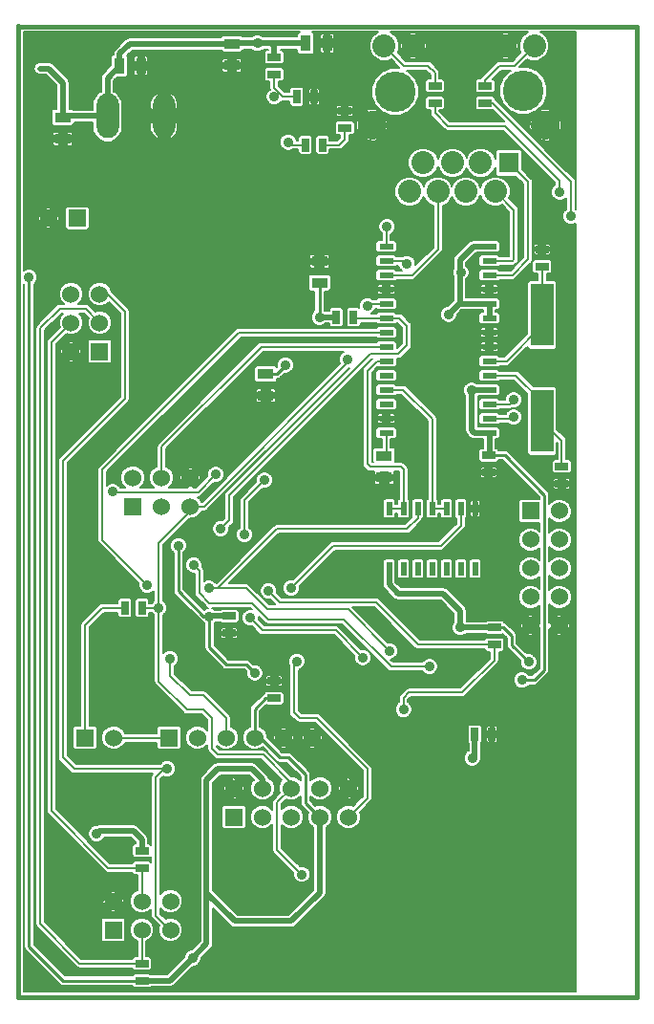
<source format=gbl>
G04 (created by PCBNEW (2011-nov-30)-testing) date ven. 21 sept. 2012 14:12:35 CEST*
%MOIN*%
G04 Gerber Fmt 3.4, Leading zero omitted, Abs format*
%FSLAX34Y34*%
G01*
G70*
G90*
G04 APERTURE LIST*
%ADD10C,0.006*%
%ADD11C,0.015*%
%ADD12R,0.035X0.055*%
%ADD13R,0.055X0.035*%
%ADD14R,0.045X0.025*%
%ADD15R,0.025X0.045*%
%ADD16R,0.06X0.06*%
%ADD17C,0.06*%
%ADD18O,0.078X0.156*%
%ADD19R,0.05X0.02*%
%ADD20R,0.02X0.045*%
%ADD21R,0.0787X0.2165*%
%ADD22C,0.1417*%
%ADD23R,0.07X0.07*%
%ADD24C,0.08*%
%ADD25C,0.1*%
%ADD26C,0.035*%
%ADD27C,0.02*%
%ADD28C,0.01*%
%ADD29C,0.008*%
%ADD30C,0.005*%
G04 APERTURE END LIST*
G54D10*
G54D11*
X19700Y-39375D02*
X19700Y-39400D01*
X41300Y-39375D02*
X19700Y-39375D01*
X41300Y-73225D02*
X41300Y-39375D01*
X39375Y-73225D02*
X41300Y-73225D01*
X19685Y-73228D02*
X19685Y-39370D01*
X39370Y-73228D02*
X19685Y-73228D01*
G54D12*
X23247Y-40748D03*
X23997Y-40748D03*
G54D13*
X21260Y-42538D03*
X21260Y-43288D03*
X32480Y-54349D03*
X32480Y-55099D03*
X28346Y-51495D03*
X28346Y-52245D03*
X27165Y-39979D03*
X27165Y-40729D03*
G54D12*
X29743Y-39961D03*
X30493Y-39961D03*
G54D13*
X30217Y-48308D03*
X30217Y-47558D03*
G54D14*
X24016Y-72643D03*
X24016Y-72043D03*
X36319Y-60330D03*
X36319Y-60930D03*
G54D15*
X30802Y-49508D03*
X31402Y-49508D03*
G54D14*
X24016Y-68106D03*
X24016Y-68706D03*
G54D15*
X29424Y-41831D03*
X30024Y-41831D03*
G54D14*
X28642Y-40448D03*
X28642Y-41048D03*
X31102Y-42918D03*
X31102Y-42318D03*
G54D15*
X36245Y-64055D03*
X35645Y-64055D03*
G54D14*
X38681Y-54720D03*
X38681Y-55320D03*
X36122Y-54926D03*
X36122Y-54326D03*
G54D15*
X29720Y-43504D03*
X30320Y-43504D03*
G54D14*
X28642Y-62200D03*
X28642Y-62800D03*
X27067Y-59936D03*
X27067Y-60536D03*
X37992Y-47741D03*
X37992Y-47141D03*
G54D15*
X23420Y-59646D03*
X24020Y-59646D03*
G54D16*
X23705Y-56110D03*
G54D17*
X23705Y-55110D03*
X24705Y-56110D03*
X24705Y-55110D03*
X25705Y-56110D03*
X25705Y-55110D03*
G54D16*
X24961Y-64173D03*
G54D17*
X25961Y-64173D03*
X26961Y-64173D03*
X27961Y-64173D03*
X28961Y-64173D03*
X29961Y-64173D03*
G54D18*
X24790Y-42500D03*
X22820Y-42500D03*
G54D19*
X32550Y-53545D03*
X32550Y-53045D03*
X32550Y-52545D03*
X32550Y-52045D03*
X32550Y-51545D03*
X32550Y-51045D03*
X32550Y-50545D03*
X32550Y-50045D03*
X32550Y-49545D03*
X32550Y-49045D03*
X32550Y-48545D03*
X32550Y-48045D03*
X32550Y-47545D03*
X32550Y-47045D03*
X36150Y-47045D03*
X36150Y-47545D03*
X36150Y-48045D03*
X36150Y-48545D03*
X36150Y-49045D03*
X36150Y-49545D03*
X36150Y-50045D03*
X36150Y-50545D03*
X36150Y-51045D03*
X36150Y-51545D03*
X36150Y-52045D03*
X36150Y-52545D03*
X36150Y-53045D03*
X36150Y-53545D03*
G54D20*
X32654Y-56183D03*
X33154Y-56183D03*
X33654Y-56183D03*
X34154Y-56183D03*
X34654Y-56183D03*
X35154Y-56183D03*
X35654Y-56183D03*
X35654Y-58283D03*
X35154Y-58283D03*
X34654Y-58283D03*
X34154Y-58283D03*
X33654Y-58283D03*
X33154Y-58283D03*
X32654Y-58283D03*
G54D21*
X37992Y-49430D03*
X37992Y-53130D03*
G54D16*
X22039Y-64173D03*
G54D17*
X23039Y-64173D03*
G54D14*
X36000Y-42050D03*
X36000Y-41450D03*
X34250Y-42050D03*
X34250Y-41450D03*
G54D22*
X32856Y-41648D03*
X37344Y-41629D03*
G54D23*
X36832Y-44129D03*
G54D24*
X36360Y-45133D03*
X35848Y-44129D03*
X35336Y-45133D03*
X34864Y-44129D03*
X34352Y-45133D03*
X33840Y-44129D03*
X33368Y-45133D03*
X37718Y-40054D03*
X36714Y-40054D03*
X33486Y-40054D03*
X32482Y-40054D03*
G54D25*
X38112Y-42810D03*
X32049Y-42810D03*
G54D16*
X23016Y-70874D03*
G54D17*
X23016Y-69874D03*
X24016Y-70874D03*
X24016Y-69874D03*
X25016Y-70874D03*
X25016Y-69874D03*
G54D16*
X22547Y-50705D03*
G54D17*
X21547Y-50705D03*
X22547Y-49705D03*
X21547Y-49705D03*
X22547Y-48705D03*
X21547Y-48705D03*
G54D16*
X27232Y-66937D03*
G54D17*
X27232Y-65937D03*
X28232Y-66937D03*
X28232Y-65937D03*
X29232Y-66937D03*
X29232Y-65937D03*
X30232Y-66937D03*
X30232Y-65937D03*
X31232Y-66937D03*
X31232Y-65937D03*
G54D16*
X37591Y-56268D03*
G54D17*
X38591Y-56268D03*
X37591Y-57268D03*
X38591Y-57268D03*
X37591Y-58268D03*
X38591Y-58268D03*
X37591Y-59268D03*
X38591Y-59268D03*
X37591Y-60268D03*
X38591Y-60268D03*
G54D16*
X21760Y-46063D03*
G54D17*
X20760Y-46063D03*
G54D26*
X28051Y-39961D03*
X35157Y-47953D03*
X34724Y-49409D03*
X35551Y-64882D03*
X37283Y-62165D03*
X35531Y-52067D03*
X26378Y-59941D03*
X25787Y-71850D03*
X29035Y-51181D03*
X22441Y-67520D03*
X20079Y-48130D03*
X25295Y-57480D03*
X37520Y-61535D03*
X35138Y-60335D03*
X30217Y-49508D03*
X27953Y-61909D03*
X24902Y-65256D03*
X31201Y-50984D03*
X31890Y-49114D03*
X24606Y-59646D03*
X29606Y-68937D03*
X26772Y-56890D03*
X29233Y-58957D03*
X27953Y-61024D03*
X36378Y-64843D03*
X25000Y-60138D03*
X30512Y-55413D03*
X28300Y-55200D03*
X27600Y-57100D03*
X26600Y-55000D03*
X23000Y-55600D03*
X38600Y-45150D03*
X37000Y-52400D03*
X37000Y-53000D03*
X39000Y-46000D03*
X33268Y-47638D03*
X32579Y-46358D03*
X29134Y-43406D03*
X28642Y-41831D03*
X25000Y-61417D03*
X27795Y-60000D03*
X31732Y-61378D03*
X24213Y-58858D03*
X26378Y-58957D03*
X32677Y-61142D03*
X25827Y-58150D03*
X34055Y-61693D03*
X29429Y-61516D03*
X33150Y-63189D03*
X28445Y-59055D03*
G54D27*
X22820Y-42500D02*
X21298Y-42500D01*
X21298Y-42500D02*
X21260Y-42538D01*
X23247Y-40748D02*
X23247Y-40336D01*
X20760Y-40839D02*
X20472Y-40839D01*
X21260Y-41339D02*
X20760Y-40839D01*
X23247Y-40336D02*
X23604Y-39979D01*
X28543Y-39961D02*
X28642Y-40060D01*
X28051Y-39961D02*
X29743Y-39961D01*
X28543Y-39961D02*
X28051Y-39961D01*
X28051Y-39961D02*
X27183Y-39961D01*
X23604Y-39979D02*
X27165Y-39979D01*
X28642Y-40448D02*
X28642Y-40060D01*
X22820Y-41175D02*
X23247Y-40748D01*
X22820Y-42500D02*
X22820Y-41175D01*
X21260Y-42538D02*
X21260Y-41339D01*
X27183Y-39961D02*
X27165Y-39979D01*
G54D28*
X37717Y-62165D02*
X38071Y-61811D01*
X36688Y-54326D02*
X36122Y-54326D01*
G54D27*
X36150Y-49045D02*
X36150Y-49545D01*
G54D28*
X38071Y-55709D02*
X36688Y-54326D01*
G54D27*
X35632Y-53545D02*
X36150Y-53545D01*
X35593Y-47045D02*
X36150Y-47045D01*
X36150Y-54298D02*
X36122Y-54326D01*
X35118Y-49045D02*
X35118Y-47953D01*
X35645Y-64788D02*
X35551Y-64882D01*
X35088Y-49045D02*
X35118Y-49045D01*
X35531Y-52067D02*
X35531Y-53444D01*
X34724Y-49409D02*
X35088Y-49045D01*
X36150Y-53545D02*
X36150Y-54298D01*
X35531Y-53444D02*
X35632Y-53545D01*
X35531Y-52067D02*
X35553Y-52045D01*
X35553Y-52045D02*
X36150Y-52045D01*
X35118Y-47520D02*
X35593Y-47045D01*
X35118Y-49045D02*
X36150Y-49045D01*
X35645Y-64055D02*
X35645Y-64788D01*
G54D28*
X37283Y-62165D02*
X37717Y-62165D01*
G54D27*
X35157Y-47953D02*
X35118Y-47953D01*
G54D28*
X38071Y-61811D02*
X38071Y-55709D01*
G54D27*
X35118Y-47953D02*
X35118Y-47520D01*
X35138Y-60335D02*
X35143Y-60330D01*
X32972Y-59154D02*
X34547Y-59154D01*
X22540Y-67421D02*
X22441Y-67520D01*
G54D28*
X26181Y-59941D02*
X25295Y-59055D01*
X27961Y-64173D02*
X27961Y-63181D01*
G54D27*
X32654Y-58283D02*
X32654Y-58836D01*
G54D28*
X25295Y-59055D02*
X25295Y-57480D01*
X28346Y-51495D02*
X28721Y-51495D01*
X21265Y-72643D02*
X20079Y-71457D01*
G54D27*
X24994Y-72643D02*
X25787Y-71850D01*
X26280Y-65649D02*
X26280Y-69587D01*
G54D28*
X24016Y-72643D02*
X21265Y-72643D01*
G54D27*
X29233Y-70570D02*
X27263Y-70570D01*
G54D28*
X28721Y-51495D02*
X29035Y-51181D01*
G54D27*
X27854Y-65256D02*
X26673Y-65256D01*
G54D28*
X30224Y-66937D02*
X29724Y-66437D01*
X28838Y-64862D02*
X28149Y-64173D01*
X20079Y-71457D02*
X20079Y-48130D01*
X27953Y-61909D02*
X27658Y-61614D01*
G54D27*
X26378Y-59941D02*
X26383Y-59936D01*
X26673Y-65256D02*
X26280Y-65649D01*
X24016Y-72643D02*
X24994Y-72643D01*
G54D28*
X29724Y-65453D02*
X29133Y-64862D01*
X29724Y-66437D02*
X29724Y-65453D01*
X29133Y-64862D02*
X28838Y-64862D01*
X28149Y-64173D02*
X27961Y-64173D01*
G54D27*
X27263Y-70570D02*
X26280Y-69587D01*
G54D28*
X27961Y-63181D02*
X28342Y-62800D01*
G54D27*
X28232Y-65634D02*
X27854Y-65256D01*
X35143Y-60330D02*
X36319Y-60330D01*
X35138Y-59745D02*
X35138Y-60335D01*
X32654Y-58836D02*
X32972Y-59154D01*
G54D28*
X36929Y-60944D02*
X36929Y-60629D01*
G54D27*
X34547Y-59154D02*
X35138Y-59745D01*
X26383Y-59936D02*
X27067Y-59936D01*
G54D28*
X28342Y-62800D02*
X28642Y-62800D01*
G54D27*
X30217Y-49508D02*
X30802Y-49508D01*
G54D28*
X26378Y-61023D02*
X26378Y-59941D01*
X37520Y-61535D02*
X36929Y-60944D01*
X26969Y-61614D02*
X26378Y-61023D01*
G54D27*
X30232Y-69571D02*
X29233Y-70570D01*
G54D28*
X36929Y-60629D02*
X36630Y-60330D01*
G54D27*
X26280Y-69587D02*
X26280Y-71357D01*
G54D28*
X30232Y-66937D02*
X30224Y-66937D01*
X36630Y-60330D02*
X36319Y-60330D01*
X30217Y-48308D02*
X30217Y-49508D01*
G54D27*
X28232Y-65937D02*
X28232Y-65634D01*
X23720Y-67421D02*
X22540Y-67421D01*
X30232Y-66937D02*
X30232Y-69571D01*
G54D28*
X27559Y-61614D02*
X26969Y-61614D01*
X27658Y-61614D02*
X27559Y-61614D01*
X26378Y-59941D02*
X26181Y-59941D01*
G54D27*
X24016Y-68106D02*
X24016Y-67717D01*
X26280Y-71357D02*
X25787Y-71850D01*
X24016Y-67717D02*
X23720Y-67421D01*
G54D29*
X24902Y-65256D02*
X21654Y-65256D01*
X23425Y-52363D02*
X23425Y-49311D01*
X23425Y-49311D02*
X22819Y-48705D01*
X21654Y-65256D02*
X21260Y-64862D01*
X25016Y-70874D02*
X25008Y-70874D01*
X24508Y-65551D02*
X24803Y-65256D01*
X24803Y-65256D02*
X24902Y-65256D01*
X22819Y-48705D02*
X22547Y-48705D01*
X24508Y-70374D02*
X24508Y-65551D01*
X25008Y-70874D02*
X24508Y-70374D01*
X21260Y-64862D02*
X21260Y-54528D01*
X21260Y-54528D02*
X23425Y-52363D01*
X25705Y-56283D02*
X25705Y-56110D01*
X32550Y-49045D02*
X31959Y-49045D01*
X26181Y-63189D02*
X26476Y-63484D01*
X25590Y-63189D02*
X26181Y-63189D01*
X31201Y-50984D02*
X31201Y-51099D01*
X24606Y-62205D02*
X25590Y-63189D01*
X29376Y-68725D02*
X28740Y-68089D01*
X28249Y-64764D02*
X29232Y-65747D01*
X29376Y-68707D02*
X29606Y-68937D01*
X24606Y-59646D02*
X24606Y-62205D01*
X24606Y-59646D02*
X24606Y-57382D01*
X29376Y-68701D02*
X29376Y-68707D01*
X29376Y-68701D02*
X29376Y-68725D01*
X25705Y-56110D02*
X25705Y-56087D01*
X24606Y-59646D02*
X24020Y-59646D01*
X28740Y-66429D02*
X29232Y-65937D01*
X24606Y-57382D02*
X25705Y-56283D01*
X26476Y-63484D02*
X26476Y-64566D01*
X26190Y-56110D02*
X25705Y-56110D01*
X26476Y-64566D02*
X26674Y-64764D01*
X31890Y-49114D02*
X31959Y-49045D01*
X29376Y-68702D02*
X29376Y-68701D01*
X28740Y-68089D02*
X28740Y-66429D01*
X26674Y-64764D02*
X28249Y-64764D01*
X29232Y-65747D02*
X29232Y-65937D01*
X31201Y-51099D02*
X26190Y-56110D01*
X33268Y-49804D02*
X33009Y-49545D01*
X27067Y-56595D02*
X27067Y-55709D01*
X33268Y-50492D02*
X33268Y-49804D01*
X32973Y-50787D02*
X33268Y-50492D01*
X26772Y-56890D02*
X27067Y-56595D01*
X31439Y-49545D02*
X31402Y-49508D01*
X32550Y-49545D02*
X31439Y-49545D01*
X27067Y-55709D02*
X31989Y-50787D01*
X31989Y-50787D02*
X32973Y-50787D01*
X33009Y-49545D02*
X32550Y-49545D01*
X34449Y-57480D02*
X35154Y-56775D01*
X29233Y-58957D02*
X30710Y-57480D01*
X30710Y-57480D02*
X34449Y-57480D01*
X35154Y-56183D02*
X35154Y-56775D01*
G54D27*
X28642Y-62200D02*
X28642Y-61713D01*
X28642Y-61713D02*
X27953Y-61024D01*
X36245Y-64055D02*
X36245Y-64710D01*
X36245Y-64710D02*
X36378Y-64843D01*
G54D29*
X23039Y-64173D02*
X24961Y-64173D01*
X22638Y-59646D02*
X22039Y-60245D01*
X23420Y-59646D02*
X22638Y-59646D01*
X22039Y-60245D02*
X22039Y-64173D01*
X28300Y-55200D02*
X27600Y-55900D01*
X27600Y-55900D02*
X27600Y-57100D01*
X23017Y-55617D02*
X25900Y-55617D01*
X25983Y-55617D02*
X26600Y-55000D01*
X25900Y-55617D02*
X25917Y-55617D01*
X23000Y-55600D02*
X23017Y-55617D01*
X25983Y-55617D02*
X25900Y-55617D01*
X32550Y-53545D02*
X32550Y-54279D01*
X32550Y-54279D02*
X32480Y-54349D01*
X33071Y-54724D02*
X31988Y-54724D01*
X31890Y-54626D02*
X31890Y-51378D01*
X31988Y-54724D02*
X31890Y-54626D01*
X33154Y-56183D02*
X32654Y-56183D01*
X31890Y-51378D02*
X32223Y-51045D01*
X33154Y-56183D02*
X33154Y-54807D01*
X32223Y-51045D02*
X32550Y-51045D01*
X33154Y-54807D02*
X33071Y-54724D01*
X34250Y-41000D02*
X34000Y-40750D01*
X34250Y-41450D02*
X34250Y-41000D01*
X33178Y-40750D02*
X32482Y-40054D01*
X34000Y-40750D02*
X33178Y-40750D01*
X37500Y-44797D02*
X36832Y-44129D01*
X37500Y-47500D02*
X37500Y-44797D01*
X36150Y-48045D02*
X36955Y-48045D01*
X36955Y-48045D02*
X37500Y-47500D01*
X34352Y-47148D02*
X34352Y-45133D01*
X33455Y-48045D02*
X34352Y-47148D01*
X32550Y-48045D02*
X33455Y-48045D01*
X36855Y-52545D02*
X36150Y-52545D01*
X34250Y-42400D02*
X34700Y-42850D01*
X37000Y-52400D02*
X36855Y-52545D01*
X34250Y-42050D02*
X34250Y-42400D01*
X38600Y-44750D02*
X38600Y-45150D01*
X36700Y-42850D02*
X38600Y-44750D01*
X34700Y-42850D02*
X36700Y-42850D01*
X37000Y-47500D02*
X37000Y-45773D01*
X37000Y-45773D02*
X36360Y-45133D01*
X36955Y-47545D02*
X37000Y-47500D01*
X36150Y-47545D02*
X36955Y-47545D01*
X39000Y-45000D02*
X39000Y-44800D01*
X37000Y-53000D02*
X36955Y-53045D01*
X39000Y-45000D02*
X39000Y-46000D01*
X39000Y-44800D02*
X36250Y-42050D01*
X36250Y-42050D02*
X36000Y-42050D01*
X36150Y-53045D02*
X36955Y-53045D01*
X37022Y-40750D02*
X37718Y-40054D01*
X36000Y-41250D02*
X36500Y-40750D01*
X36500Y-40750D02*
X37022Y-40750D01*
X36000Y-41450D02*
X36000Y-41250D01*
X33268Y-47638D02*
X33175Y-47545D01*
X33175Y-47545D02*
X32550Y-47545D01*
X32550Y-52045D02*
X33147Y-52045D01*
X34154Y-53052D02*
X34154Y-56183D01*
X34654Y-56183D02*
X34154Y-56183D01*
X33147Y-52045D02*
X34154Y-53052D01*
X32579Y-46358D02*
X32550Y-46387D01*
X32550Y-46387D02*
X32550Y-47045D01*
X38681Y-54720D02*
X38681Y-53819D01*
X37076Y-51545D02*
X36150Y-51545D01*
X38681Y-53819D02*
X37992Y-53130D01*
X37992Y-52461D02*
X37076Y-51545D01*
X37992Y-53130D02*
X37992Y-52461D01*
X37992Y-47741D02*
X37992Y-49430D01*
X36750Y-51045D02*
X36150Y-51045D01*
X37992Y-49430D02*
X37992Y-49803D01*
X37992Y-49803D02*
X36750Y-51045D01*
X30905Y-43504D02*
X31102Y-43307D01*
X31102Y-43307D02*
X31102Y-42918D01*
X30320Y-43504D02*
X30905Y-43504D01*
X29720Y-43504D02*
X29232Y-43504D01*
X29232Y-43504D02*
X29134Y-43406D01*
X29424Y-41831D02*
X28938Y-41831D01*
X28938Y-41831D02*
X28790Y-41683D01*
X28790Y-41683D02*
X28642Y-41831D01*
X28790Y-41683D02*
X28642Y-41535D01*
X28642Y-41535D02*
X28642Y-41048D01*
X25000Y-62008D02*
X25000Y-61417D01*
X26181Y-62697D02*
X25689Y-62697D01*
X25689Y-62697D02*
X25000Y-62008D01*
X26961Y-63477D02*
X26181Y-62697D01*
X26961Y-64173D02*
X26961Y-63477D01*
X21161Y-49213D02*
X22055Y-49213D01*
X20472Y-70669D02*
X20472Y-49902D01*
X20472Y-49902D02*
X21161Y-49213D01*
X24016Y-72043D02*
X24016Y-70874D01*
X21846Y-72043D02*
X20472Y-70669D01*
X24016Y-72043D02*
X21846Y-72043D01*
X22055Y-49213D02*
X22547Y-49705D01*
X24016Y-68706D02*
X22840Y-68706D01*
X20866Y-66732D02*
X20866Y-50386D01*
X24016Y-68706D02*
X24016Y-69874D01*
X22840Y-68706D02*
X20866Y-66732D01*
X20866Y-50386D02*
X21547Y-49705D01*
X30787Y-60433D02*
X28228Y-60433D01*
X28228Y-60433D02*
X27795Y-60000D01*
X24213Y-58858D02*
X22638Y-57283D01*
X22638Y-57283D02*
X22638Y-54822D01*
X27415Y-50045D02*
X32550Y-50045D01*
X22638Y-54822D02*
X27415Y-50045D01*
X31732Y-61378D02*
X30787Y-60433D01*
X26378Y-58957D02*
X26673Y-58957D01*
X28740Y-56890D02*
X26673Y-58957D01*
X33654Y-56183D02*
X33654Y-56504D01*
X33654Y-56504D02*
X33268Y-56890D01*
X33268Y-56890D02*
X28740Y-56890D01*
X31220Y-59685D02*
X28386Y-59685D01*
X26378Y-58957D02*
X27658Y-58957D01*
X28386Y-59685D02*
X27658Y-58957D01*
X32677Y-61142D02*
X31220Y-59685D01*
X26024Y-59134D02*
X26378Y-59488D01*
X25827Y-58150D02*
X26024Y-58347D01*
X27677Y-59488D02*
X27874Y-59488D01*
X26024Y-58347D02*
X26024Y-59134D01*
X28195Y-50545D02*
X32550Y-50545D01*
X24705Y-54035D02*
X28195Y-50545D01*
X26378Y-59488D02*
X27677Y-59488D01*
X28425Y-60039D02*
X31063Y-60039D01*
X24705Y-55110D02*
X24705Y-54035D01*
X31063Y-60039D02*
X32717Y-61693D01*
X27874Y-59488D02*
X28425Y-60039D01*
X32717Y-61693D02*
X34055Y-61693D01*
X31890Y-65256D02*
X31890Y-66279D01*
X29331Y-61614D02*
X29331Y-63287D01*
X30118Y-63484D02*
X31890Y-65256D01*
X29331Y-63287D02*
X29528Y-63484D01*
X31890Y-66279D02*
X31232Y-66937D01*
X29528Y-63484D02*
X30118Y-63484D01*
X29429Y-61516D02*
X29331Y-61614D01*
X36319Y-61476D02*
X35197Y-62598D01*
X35197Y-62598D02*
X33347Y-62598D01*
X33347Y-62598D02*
X33150Y-62795D01*
X33150Y-62795D02*
X33150Y-63189D01*
X36319Y-60930D02*
X36319Y-61476D01*
X28445Y-59055D02*
X28839Y-59449D01*
X28839Y-59449D02*
X32186Y-59449D01*
X32186Y-59449D02*
X33667Y-60930D01*
X33667Y-60930D02*
X36319Y-60930D01*
G54D10*
G36*
X31080Y-50710D02*
X31032Y-50730D01*
X30948Y-50814D01*
X30902Y-50924D01*
X30902Y-51043D01*
X30937Y-51129D01*
X29334Y-52732D01*
X29334Y-51241D01*
X29334Y-51122D01*
X29289Y-51012D01*
X29205Y-50928D01*
X29095Y-50882D01*
X28976Y-50882D01*
X28866Y-50927D01*
X28782Y-51011D01*
X28736Y-51121D01*
X28736Y-51232D01*
X28723Y-51245D01*
X28692Y-51214D01*
X28646Y-51195D01*
X28596Y-51195D01*
X28046Y-51195D01*
X28000Y-51214D01*
X27965Y-51249D01*
X27946Y-51295D01*
X27946Y-51345D01*
X27946Y-51695D01*
X27965Y-51741D01*
X28000Y-51776D01*
X28046Y-51795D01*
X28096Y-51795D01*
X28646Y-51795D01*
X28692Y-51776D01*
X28727Y-51741D01*
X28746Y-51695D01*
X28746Y-51665D01*
X28788Y-51657D01*
X28845Y-51619D01*
X28984Y-51480D01*
X29094Y-51480D01*
X29204Y-51435D01*
X29288Y-51351D01*
X29334Y-51241D01*
X29334Y-52732D01*
X28696Y-53370D01*
X28696Y-52435D01*
X28696Y-52350D01*
X28696Y-52140D01*
X28696Y-52055D01*
X28685Y-52027D01*
X28663Y-52006D01*
X28636Y-51995D01*
X28606Y-51995D01*
X28501Y-51995D01*
X28483Y-52013D01*
X28483Y-52158D01*
X28678Y-52158D01*
X28696Y-52140D01*
X28696Y-52350D01*
X28678Y-52332D01*
X28483Y-52332D01*
X28483Y-52477D01*
X28501Y-52495D01*
X28606Y-52495D01*
X28636Y-52495D01*
X28663Y-52484D01*
X28685Y-52463D01*
X28696Y-52435D01*
X28696Y-53370D01*
X28209Y-53857D01*
X28209Y-52477D01*
X28209Y-52332D01*
X28209Y-52158D01*
X28209Y-52013D01*
X28191Y-51995D01*
X28086Y-51995D01*
X28056Y-51995D01*
X28029Y-52006D01*
X28007Y-52027D01*
X27996Y-52055D01*
X27996Y-52140D01*
X28014Y-52158D01*
X28209Y-52158D01*
X28209Y-52332D01*
X28014Y-52332D01*
X27996Y-52350D01*
X27996Y-52435D01*
X28007Y-52463D01*
X28029Y-52484D01*
X28056Y-52495D01*
X28086Y-52495D01*
X28191Y-52495D01*
X28209Y-52477D01*
X28209Y-53857D01*
X26121Y-55945D01*
X26096Y-55945D01*
X26066Y-55870D01*
X25978Y-55782D01*
X25983Y-55782D01*
X26046Y-55769D01*
X26100Y-55734D01*
X26535Y-55297D01*
X26540Y-55299D01*
X26659Y-55299D01*
X26769Y-55254D01*
X26853Y-55170D01*
X26899Y-55060D01*
X26899Y-54941D01*
X26854Y-54831D01*
X26770Y-54747D01*
X26660Y-54701D01*
X26541Y-54701D01*
X26431Y-54746D01*
X26347Y-54830D01*
X26301Y-54940D01*
X26301Y-55059D01*
X26302Y-55063D01*
X26073Y-55292D01*
X26073Y-55044D01*
X26071Y-55030D01*
X26039Y-54988D01*
X25917Y-55110D01*
X26039Y-55232D01*
X26071Y-55190D01*
X26073Y-55044D01*
X26073Y-55292D01*
X25914Y-55452D01*
X25900Y-55452D01*
X25816Y-55452D01*
X25827Y-55444D01*
X25827Y-54776D01*
X25785Y-54744D01*
X25639Y-54742D01*
X25625Y-54744D01*
X25583Y-54776D01*
X25705Y-54898D01*
X25827Y-54776D01*
X25827Y-55444D01*
X25705Y-55322D01*
X25583Y-55444D01*
X25593Y-55452D01*
X25493Y-55452D01*
X25493Y-55110D01*
X25371Y-54988D01*
X25339Y-55030D01*
X25337Y-55176D01*
X25339Y-55190D01*
X25371Y-55232D01*
X25493Y-55110D01*
X25493Y-55452D01*
X24964Y-55452D01*
X25065Y-55351D01*
X25130Y-55195D01*
X25130Y-55026D01*
X25066Y-54870D01*
X24946Y-54750D01*
X24870Y-54718D01*
X24870Y-54103D01*
X28263Y-50710D01*
X31080Y-50710D01*
X31080Y-50710D01*
G37*
G54D30*
X31080Y-50710D02*
X31032Y-50730D01*
X30948Y-50814D01*
X30902Y-50924D01*
X30902Y-51043D01*
X30937Y-51129D01*
X29334Y-52732D01*
X29334Y-51241D01*
X29334Y-51122D01*
X29289Y-51012D01*
X29205Y-50928D01*
X29095Y-50882D01*
X28976Y-50882D01*
X28866Y-50927D01*
X28782Y-51011D01*
X28736Y-51121D01*
X28736Y-51232D01*
X28723Y-51245D01*
X28692Y-51214D01*
X28646Y-51195D01*
X28596Y-51195D01*
X28046Y-51195D01*
X28000Y-51214D01*
X27965Y-51249D01*
X27946Y-51295D01*
X27946Y-51345D01*
X27946Y-51695D01*
X27965Y-51741D01*
X28000Y-51776D01*
X28046Y-51795D01*
X28096Y-51795D01*
X28646Y-51795D01*
X28692Y-51776D01*
X28727Y-51741D01*
X28746Y-51695D01*
X28746Y-51665D01*
X28788Y-51657D01*
X28845Y-51619D01*
X28984Y-51480D01*
X29094Y-51480D01*
X29204Y-51435D01*
X29288Y-51351D01*
X29334Y-51241D01*
X29334Y-52732D01*
X28696Y-53370D01*
X28696Y-52435D01*
X28696Y-52350D01*
X28696Y-52140D01*
X28696Y-52055D01*
X28685Y-52027D01*
X28663Y-52006D01*
X28636Y-51995D01*
X28606Y-51995D01*
X28501Y-51995D01*
X28483Y-52013D01*
X28483Y-52158D01*
X28678Y-52158D01*
X28696Y-52140D01*
X28696Y-52350D01*
X28678Y-52332D01*
X28483Y-52332D01*
X28483Y-52477D01*
X28501Y-52495D01*
X28606Y-52495D01*
X28636Y-52495D01*
X28663Y-52484D01*
X28685Y-52463D01*
X28696Y-52435D01*
X28696Y-53370D01*
X28209Y-53857D01*
X28209Y-52477D01*
X28209Y-52332D01*
X28209Y-52158D01*
X28209Y-52013D01*
X28191Y-51995D01*
X28086Y-51995D01*
X28056Y-51995D01*
X28029Y-52006D01*
X28007Y-52027D01*
X27996Y-52055D01*
X27996Y-52140D01*
X28014Y-52158D01*
X28209Y-52158D01*
X28209Y-52332D01*
X28014Y-52332D01*
X27996Y-52350D01*
X27996Y-52435D01*
X28007Y-52463D01*
X28029Y-52484D01*
X28056Y-52495D01*
X28086Y-52495D01*
X28191Y-52495D01*
X28209Y-52477D01*
X28209Y-53857D01*
X26121Y-55945D01*
X26096Y-55945D01*
X26066Y-55870D01*
X25978Y-55782D01*
X25983Y-55782D01*
X26046Y-55769D01*
X26100Y-55734D01*
X26535Y-55297D01*
X26540Y-55299D01*
X26659Y-55299D01*
X26769Y-55254D01*
X26853Y-55170D01*
X26899Y-55060D01*
X26899Y-54941D01*
X26854Y-54831D01*
X26770Y-54747D01*
X26660Y-54701D01*
X26541Y-54701D01*
X26431Y-54746D01*
X26347Y-54830D01*
X26301Y-54940D01*
X26301Y-55059D01*
X26302Y-55063D01*
X26073Y-55292D01*
X26073Y-55044D01*
X26071Y-55030D01*
X26039Y-54988D01*
X25917Y-55110D01*
X26039Y-55232D01*
X26071Y-55190D01*
X26073Y-55044D01*
X26073Y-55292D01*
X25914Y-55452D01*
X25900Y-55452D01*
X25816Y-55452D01*
X25827Y-55444D01*
X25827Y-54776D01*
X25785Y-54744D01*
X25639Y-54742D01*
X25625Y-54744D01*
X25583Y-54776D01*
X25705Y-54898D01*
X25827Y-54776D01*
X25827Y-55444D01*
X25705Y-55322D01*
X25583Y-55444D01*
X25593Y-55452D01*
X25493Y-55452D01*
X25493Y-55110D01*
X25371Y-54988D01*
X25339Y-55030D01*
X25337Y-55176D01*
X25339Y-55190D01*
X25371Y-55232D01*
X25493Y-55110D01*
X25493Y-55452D01*
X24964Y-55452D01*
X25065Y-55351D01*
X25130Y-55195D01*
X25130Y-55026D01*
X25066Y-54870D01*
X24946Y-54750D01*
X24870Y-54718D01*
X24870Y-54103D01*
X28263Y-50710D01*
X31080Y-50710D01*
G54D10*
G36*
X39170Y-73028D02*
X39031Y-73028D01*
X39031Y-54870D01*
X39031Y-54820D01*
X39031Y-54570D01*
X39012Y-54524D01*
X38977Y-54489D01*
X38931Y-54470D01*
X38881Y-54470D01*
X38846Y-54470D01*
X38846Y-53819D01*
X38833Y-53756D01*
X38798Y-53702D01*
X38795Y-53700D01*
X38510Y-53414D01*
X38510Y-52023D01*
X38510Y-50537D01*
X38510Y-50487D01*
X38510Y-48323D01*
X38491Y-48277D01*
X38456Y-48242D01*
X38410Y-48223D01*
X38360Y-48223D01*
X38157Y-48223D01*
X38157Y-47991D01*
X38242Y-47991D01*
X38288Y-47972D01*
X38323Y-47937D01*
X38342Y-47891D01*
X38342Y-47841D01*
X38342Y-47591D01*
X38323Y-47545D01*
X38292Y-47514D01*
X38292Y-47281D01*
X38292Y-47221D01*
X38292Y-47061D01*
X38292Y-47001D01*
X38281Y-46973D01*
X38259Y-46952D01*
X38232Y-46941D01*
X38202Y-46941D01*
X38122Y-46941D01*
X38104Y-46959D01*
X38104Y-47079D01*
X38274Y-47079D01*
X38292Y-47061D01*
X38292Y-47221D01*
X38274Y-47203D01*
X38104Y-47203D01*
X38104Y-47323D01*
X38122Y-47341D01*
X38202Y-47341D01*
X38232Y-47341D01*
X38259Y-47330D01*
X38281Y-47309D01*
X38292Y-47281D01*
X38292Y-47514D01*
X38288Y-47510D01*
X38242Y-47491D01*
X38192Y-47491D01*
X37880Y-47491D01*
X37880Y-47323D01*
X37880Y-47203D01*
X37880Y-47079D01*
X37880Y-46959D01*
X37862Y-46941D01*
X37782Y-46941D01*
X37752Y-46941D01*
X37725Y-46952D01*
X37703Y-46973D01*
X37692Y-47001D01*
X37692Y-47061D01*
X37710Y-47079D01*
X37880Y-47079D01*
X37880Y-47203D01*
X37710Y-47203D01*
X37692Y-47221D01*
X37692Y-47281D01*
X37703Y-47309D01*
X37725Y-47330D01*
X37752Y-47341D01*
X37782Y-47341D01*
X37862Y-47341D01*
X37880Y-47323D01*
X37880Y-47491D01*
X37742Y-47491D01*
X37696Y-47510D01*
X37665Y-47541D01*
X37665Y-47501D01*
X37664Y-47500D01*
X37665Y-47500D01*
X37665Y-44797D01*
X37652Y-44734D01*
X37617Y-44680D01*
X37614Y-44678D01*
X37307Y-44370D01*
X37307Y-43754D01*
X37288Y-43708D01*
X37253Y-43673D01*
X37207Y-43654D01*
X37157Y-43654D01*
X36457Y-43654D01*
X36411Y-43673D01*
X36376Y-43708D01*
X36357Y-43754D01*
X36357Y-43804D01*
X36357Y-43986D01*
X36293Y-43832D01*
X36146Y-43684D01*
X35953Y-43604D01*
X35744Y-43604D01*
X35551Y-43684D01*
X35403Y-43831D01*
X35355Y-43944D01*
X35309Y-43832D01*
X35162Y-43684D01*
X34969Y-43604D01*
X34760Y-43604D01*
X34567Y-43684D01*
X34419Y-43831D01*
X34351Y-43993D01*
X34285Y-43832D01*
X34138Y-43684D01*
X33945Y-43604D01*
X33736Y-43604D01*
X33543Y-43684D01*
X33395Y-43831D01*
X33315Y-44024D01*
X33315Y-44233D01*
X33395Y-44426D01*
X33542Y-44574D01*
X33735Y-44654D01*
X33944Y-44654D01*
X34137Y-44574D01*
X34285Y-44427D01*
X34352Y-44264D01*
X34419Y-44426D01*
X34566Y-44574D01*
X34759Y-44654D01*
X34968Y-44654D01*
X35161Y-44574D01*
X35309Y-44427D01*
X35356Y-44313D01*
X35403Y-44426D01*
X35550Y-44574D01*
X35743Y-44654D01*
X35952Y-44654D01*
X36145Y-44574D01*
X36293Y-44427D01*
X36357Y-44272D01*
X36357Y-44504D01*
X36376Y-44550D01*
X36411Y-44585D01*
X36457Y-44604D01*
X36507Y-44604D01*
X37073Y-44604D01*
X37335Y-44865D01*
X37335Y-47431D01*
X37165Y-47601D01*
X37165Y-47500D01*
X37165Y-45773D01*
X37152Y-45710D01*
X37117Y-45656D01*
X36830Y-45369D01*
X36885Y-45238D01*
X36885Y-45029D01*
X36805Y-44836D01*
X36658Y-44688D01*
X36465Y-44608D01*
X36256Y-44608D01*
X36063Y-44688D01*
X35915Y-44835D01*
X35847Y-44997D01*
X35781Y-44836D01*
X35634Y-44688D01*
X35441Y-44608D01*
X35232Y-44608D01*
X35039Y-44688D01*
X34891Y-44835D01*
X34843Y-44948D01*
X34797Y-44836D01*
X34650Y-44688D01*
X34457Y-44608D01*
X34248Y-44608D01*
X34055Y-44688D01*
X33907Y-44835D01*
X33859Y-44948D01*
X33813Y-44836D01*
X33666Y-44688D01*
X33473Y-44608D01*
X33264Y-44608D01*
X33071Y-44688D01*
X32923Y-44835D01*
X32843Y-45028D01*
X32843Y-45237D01*
X32923Y-45430D01*
X33070Y-45578D01*
X33263Y-45658D01*
X33472Y-45658D01*
X33665Y-45578D01*
X33813Y-45431D01*
X33860Y-45317D01*
X33907Y-45430D01*
X34054Y-45578D01*
X34187Y-45633D01*
X34187Y-47079D01*
X33567Y-47698D01*
X33567Y-47579D01*
X33522Y-47469D01*
X33438Y-47385D01*
X33328Y-47339D01*
X33209Y-47339D01*
X33108Y-47380D01*
X32925Y-47380D01*
X32925Y-47170D01*
X32925Y-47120D01*
X32925Y-46920D01*
X32906Y-46874D01*
X32871Y-46839D01*
X32825Y-46820D01*
X32775Y-46820D01*
X32715Y-46820D01*
X32715Y-46625D01*
X32748Y-46612D01*
X32832Y-46528D01*
X32878Y-46418D01*
X32878Y-46299D01*
X32833Y-46189D01*
X32749Y-46105D01*
X32639Y-46059D01*
X32615Y-46059D01*
X32615Y-42715D01*
X32609Y-42681D01*
X32568Y-42609D01*
X32367Y-42810D01*
X32568Y-43011D01*
X32609Y-42939D01*
X32615Y-42715D01*
X32615Y-46059D01*
X32520Y-46059D01*
X32410Y-46104D01*
X32326Y-46188D01*
X32280Y-46298D01*
X32280Y-46417D01*
X32325Y-46527D01*
X32385Y-46587D01*
X32385Y-46820D01*
X32275Y-46820D01*
X32250Y-46830D01*
X32250Y-43329D01*
X32250Y-42291D01*
X32178Y-42250D01*
X31954Y-42244D01*
X31920Y-42250D01*
X31848Y-42291D01*
X32049Y-42492D01*
X32250Y-42291D01*
X32250Y-43329D01*
X32049Y-43128D01*
X31848Y-43329D01*
X31920Y-43370D01*
X32144Y-43376D01*
X32178Y-43370D01*
X32250Y-43329D01*
X32250Y-46830D01*
X32229Y-46839D01*
X32194Y-46874D01*
X32175Y-46920D01*
X32175Y-46970D01*
X32175Y-47170D01*
X32194Y-47216D01*
X32229Y-47251D01*
X32275Y-47270D01*
X32325Y-47270D01*
X32825Y-47270D01*
X32871Y-47251D01*
X32906Y-47216D01*
X32925Y-47170D01*
X32925Y-47380D01*
X32908Y-47380D01*
X32906Y-47374D01*
X32871Y-47339D01*
X32825Y-47320D01*
X32775Y-47320D01*
X32275Y-47320D01*
X32229Y-47339D01*
X32194Y-47374D01*
X32175Y-47420D01*
X32175Y-47470D01*
X32175Y-47670D01*
X32194Y-47716D01*
X32229Y-47751D01*
X32275Y-47770D01*
X32325Y-47770D01*
X32825Y-47770D01*
X32871Y-47751D01*
X32906Y-47716D01*
X32908Y-47710D01*
X32974Y-47710D01*
X33014Y-47807D01*
X33087Y-47880D01*
X32908Y-47880D01*
X32906Y-47874D01*
X32871Y-47839D01*
X32825Y-47820D01*
X32775Y-47820D01*
X32275Y-47820D01*
X32229Y-47839D01*
X32194Y-47874D01*
X32175Y-47920D01*
X32175Y-47970D01*
X32175Y-48170D01*
X32194Y-48216D01*
X32229Y-48251D01*
X32275Y-48270D01*
X32325Y-48270D01*
X32825Y-48270D01*
X32871Y-48251D01*
X32906Y-48216D01*
X32908Y-48210D01*
X33455Y-48210D01*
X33518Y-48197D01*
X33572Y-48162D01*
X34466Y-47266D01*
X34468Y-47265D01*
X34469Y-47265D01*
X34504Y-47211D01*
X34517Y-47148D01*
X34517Y-45632D01*
X34649Y-45578D01*
X34797Y-45431D01*
X34844Y-45317D01*
X34891Y-45430D01*
X35038Y-45578D01*
X35231Y-45658D01*
X35440Y-45658D01*
X35633Y-45578D01*
X35781Y-45431D01*
X35848Y-45268D01*
X35915Y-45430D01*
X36062Y-45578D01*
X36255Y-45658D01*
X36464Y-45658D01*
X36596Y-45603D01*
X36835Y-45842D01*
X36835Y-47380D01*
X36508Y-47380D01*
X36506Y-47374D01*
X36471Y-47339D01*
X36425Y-47320D01*
X36375Y-47320D01*
X35875Y-47320D01*
X35829Y-47339D01*
X35794Y-47374D01*
X35775Y-47420D01*
X35775Y-47470D01*
X35775Y-47670D01*
X35794Y-47716D01*
X35829Y-47751D01*
X35875Y-47770D01*
X35925Y-47770D01*
X36425Y-47770D01*
X36471Y-47751D01*
X36506Y-47716D01*
X36508Y-47710D01*
X36955Y-47710D01*
X37018Y-47697D01*
X37072Y-47662D01*
X37114Y-47618D01*
X37116Y-47617D01*
X37117Y-47617D01*
X37152Y-47563D01*
X37165Y-47500D01*
X37165Y-47601D01*
X36886Y-47880D01*
X36508Y-47880D01*
X36506Y-47874D01*
X36471Y-47839D01*
X36425Y-47820D01*
X36375Y-47820D01*
X35875Y-47820D01*
X35829Y-47839D01*
X35794Y-47874D01*
X35775Y-47920D01*
X35775Y-47970D01*
X35775Y-48170D01*
X35794Y-48216D01*
X35829Y-48251D01*
X35875Y-48270D01*
X35925Y-48270D01*
X36425Y-48270D01*
X36471Y-48251D01*
X36506Y-48216D01*
X36508Y-48210D01*
X36955Y-48210D01*
X37018Y-48197D01*
X37072Y-48162D01*
X37614Y-47618D01*
X37616Y-47617D01*
X37617Y-47617D01*
X37652Y-47563D01*
X37665Y-47501D01*
X37665Y-47541D01*
X37661Y-47545D01*
X37642Y-47591D01*
X37642Y-47641D01*
X37642Y-47891D01*
X37661Y-47937D01*
X37696Y-47972D01*
X37742Y-47991D01*
X37792Y-47991D01*
X37827Y-47991D01*
X37827Y-48223D01*
X37574Y-48223D01*
X37528Y-48242D01*
X37493Y-48277D01*
X37474Y-48323D01*
X37474Y-48373D01*
X37474Y-50087D01*
X36681Y-50880D01*
X36525Y-50880D01*
X36525Y-49670D01*
X36525Y-49620D01*
X36525Y-49420D01*
X36506Y-49374D01*
X36471Y-49339D01*
X36425Y-49320D01*
X36375Y-49320D01*
X36375Y-49270D01*
X36425Y-49270D01*
X36471Y-49251D01*
X36506Y-49216D01*
X36525Y-49170D01*
X36525Y-49120D01*
X36525Y-48920D01*
X36506Y-48874D01*
X36475Y-48843D01*
X36475Y-48660D01*
X36475Y-48613D01*
X36475Y-48477D01*
X36475Y-48430D01*
X36464Y-48402D01*
X36442Y-48381D01*
X36415Y-48370D01*
X36385Y-48370D01*
X36293Y-48370D01*
X36275Y-48388D01*
X36275Y-48495D01*
X36457Y-48495D01*
X36475Y-48477D01*
X36475Y-48613D01*
X36457Y-48595D01*
X36275Y-48595D01*
X36275Y-48702D01*
X36293Y-48720D01*
X36385Y-48720D01*
X36415Y-48720D01*
X36442Y-48709D01*
X36464Y-48688D01*
X36475Y-48660D01*
X36475Y-48843D01*
X36471Y-48839D01*
X36425Y-48820D01*
X36375Y-48820D01*
X36150Y-48820D01*
X36025Y-48820D01*
X36025Y-48702D01*
X36025Y-48595D01*
X36025Y-48495D01*
X36025Y-48388D01*
X36007Y-48370D01*
X35915Y-48370D01*
X35885Y-48370D01*
X35858Y-48381D01*
X35836Y-48402D01*
X35825Y-48430D01*
X35825Y-48477D01*
X35843Y-48495D01*
X36025Y-48495D01*
X36025Y-48595D01*
X35843Y-48595D01*
X35825Y-48613D01*
X35825Y-48660D01*
X35836Y-48688D01*
X35858Y-48709D01*
X35885Y-48720D01*
X35915Y-48720D01*
X36007Y-48720D01*
X36025Y-48702D01*
X36025Y-48820D01*
X35875Y-48820D01*
X35343Y-48820D01*
X35343Y-48190D01*
X35410Y-48123D01*
X35456Y-48013D01*
X35456Y-47894D01*
X35411Y-47784D01*
X35343Y-47716D01*
X35343Y-47613D01*
X35686Y-47270D01*
X35875Y-47270D01*
X35925Y-47270D01*
X36150Y-47270D01*
X36425Y-47270D01*
X36471Y-47251D01*
X36506Y-47216D01*
X36525Y-47170D01*
X36525Y-47120D01*
X36525Y-46920D01*
X36506Y-46874D01*
X36471Y-46839D01*
X36425Y-46820D01*
X36375Y-46820D01*
X36150Y-46820D01*
X35875Y-46820D01*
X35593Y-46820D01*
X35507Y-46837D01*
X35482Y-46853D01*
X35433Y-46886D01*
X34959Y-47361D01*
X34910Y-47434D01*
X34893Y-47520D01*
X34893Y-47809D01*
X34858Y-47893D01*
X34858Y-48012D01*
X34893Y-48097D01*
X34893Y-48921D01*
X34704Y-49110D01*
X34665Y-49110D01*
X34555Y-49155D01*
X34471Y-49239D01*
X34425Y-49349D01*
X34425Y-49468D01*
X34470Y-49578D01*
X34554Y-49662D01*
X34664Y-49708D01*
X34783Y-49708D01*
X34893Y-49663D01*
X34977Y-49579D01*
X35023Y-49469D01*
X35023Y-49428D01*
X35181Y-49270D01*
X35875Y-49270D01*
X35925Y-49270D01*
X35925Y-49320D01*
X35875Y-49320D01*
X35829Y-49339D01*
X35794Y-49374D01*
X35775Y-49420D01*
X35775Y-49470D01*
X35775Y-49670D01*
X35794Y-49716D01*
X35829Y-49751D01*
X35875Y-49770D01*
X35925Y-49770D01*
X36150Y-49770D01*
X36425Y-49770D01*
X36471Y-49751D01*
X36506Y-49716D01*
X36525Y-49670D01*
X36525Y-50880D01*
X36508Y-50880D01*
X36506Y-50874D01*
X36475Y-50843D01*
X36475Y-50660D01*
X36475Y-50613D01*
X36475Y-50477D01*
X36475Y-50430D01*
X36475Y-50160D01*
X36475Y-50113D01*
X36475Y-49977D01*
X36475Y-49930D01*
X36464Y-49902D01*
X36442Y-49881D01*
X36415Y-49870D01*
X36385Y-49870D01*
X36293Y-49870D01*
X36275Y-49888D01*
X36275Y-49995D01*
X36457Y-49995D01*
X36475Y-49977D01*
X36475Y-50113D01*
X36457Y-50095D01*
X36275Y-50095D01*
X36275Y-50202D01*
X36293Y-50220D01*
X36385Y-50220D01*
X36415Y-50220D01*
X36442Y-50209D01*
X36464Y-50188D01*
X36475Y-50160D01*
X36475Y-50430D01*
X36464Y-50402D01*
X36442Y-50381D01*
X36415Y-50370D01*
X36385Y-50370D01*
X36293Y-50370D01*
X36275Y-50388D01*
X36275Y-50495D01*
X36457Y-50495D01*
X36475Y-50477D01*
X36475Y-50613D01*
X36457Y-50595D01*
X36275Y-50595D01*
X36275Y-50702D01*
X36293Y-50720D01*
X36385Y-50720D01*
X36415Y-50720D01*
X36442Y-50709D01*
X36464Y-50688D01*
X36475Y-50660D01*
X36475Y-50843D01*
X36471Y-50839D01*
X36425Y-50820D01*
X36375Y-50820D01*
X36025Y-50820D01*
X36025Y-50702D01*
X36025Y-50595D01*
X36025Y-50495D01*
X36025Y-50388D01*
X36025Y-50202D01*
X36025Y-50095D01*
X36025Y-49995D01*
X36025Y-49888D01*
X36007Y-49870D01*
X35915Y-49870D01*
X35885Y-49870D01*
X35858Y-49881D01*
X35836Y-49902D01*
X35825Y-49930D01*
X35825Y-49977D01*
X35843Y-49995D01*
X36025Y-49995D01*
X36025Y-50095D01*
X35843Y-50095D01*
X35825Y-50113D01*
X35825Y-50160D01*
X35836Y-50188D01*
X35858Y-50209D01*
X35885Y-50220D01*
X35915Y-50220D01*
X36007Y-50220D01*
X36025Y-50202D01*
X36025Y-50388D01*
X36007Y-50370D01*
X35915Y-50370D01*
X35885Y-50370D01*
X35858Y-50381D01*
X35836Y-50402D01*
X35825Y-50430D01*
X35825Y-50477D01*
X35843Y-50495D01*
X36025Y-50495D01*
X36025Y-50595D01*
X35843Y-50595D01*
X35825Y-50613D01*
X35825Y-50660D01*
X35836Y-50688D01*
X35858Y-50709D01*
X35885Y-50720D01*
X35915Y-50720D01*
X36007Y-50720D01*
X36025Y-50702D01*
X36025Y-50820D01*
X35875Y-50820D01*
X35829Y-50839D01*
X35794Y-50874D01*
X35775Y-50920D01*
X35775Y-50970D01*
X35775Y-51170D01*
X35794Y-51216D01*
X35829Y-51251D01*
X35875Y-51270D01*
X35925Y-51270D01*
X36425Y-51270D01*
X36471Y-51251D01*
X36506Y-51216D01*
X36508Y-51210D01*
X36750Y-51210D01*
X36813Y-51197D01*
X36867Y-51162D01*
X37479Y-50549D01*
X37493Y-50583D01*
X37528Y-50618D01*
X37574Y-50637D01*
X37624Y-50637D01*
X38410Y-50637D01*
X38456Y-50618D01*
X38491Y-50583D01*
X38510Y-50537D01*
X38510Y-52023D01*
X38491Y-51977D01*
X38456Y-51942D01*
X38410Y-51923D01*
X38360Y-51923D01*
X37687Y-51923D01*
X37193Y-51428D01*
X37139Y-51393D01*
X37076Y-51380D01*
X36508Y-51380D01*
X36506Y-51374D01*
X36471Y-51339D01*
X36425Y-51320D01*
X36375Y-51320D01*
X35875Y-51320D01*
X35829Y-51339D01*
X35794Y-51374D01*
X35775Y-51420D01*
X35775Y-51470D01*
X35775Y-51670D01*
X35794Y-51716D01*
X35829Y-51751D01*
X35875Y-51770D01*
X35925Y-51770D01*
X36425Y-51770D01*
X36471Y-51751D01*
X36506Y-51716D01*
X36508Y-51710D01*
X37007Y-51710D01*
X37474Y-52176D01*
X37474Y-54237D01*
X37493Y-54283D01*
X37528Y-54318D01*
X37574Y-54337D01*
X37624Y-54337D01*
X38410Y-54337D01*
X38456Y-54318D01*
X38491Y-54283D01*
X38510Y-54237D01*
X38510Y-54187D01*
X38510Y-53881D01*
X38516Y-53887D01*
X38516Y-54470D01*
X38431Y-54470D01*
X38385Y-54489D01*
X38350Y-54524D01*
X38331Y-54570D01*
X38331Y-54620D01*
X38331Y-54870D01*
X38350Y-54916D01*
X38385Y-54951D01*
X38431Y-54970D01*
X38481Y-54970D01*
X38931Y-54970D01*
X38977Y-54951D01*
X39012Y-54916D01*
X39031Y-54870D01*
X39031Y-73028D01*
X39016Y-73028D01*
X39016Y-59353D01*
X39016Y-59184D01*
X38952Y-59028D01*
X38832Y-58908D01*
X38676Y-58843D01*
X38507Y-58843D01*
X38351Y-58907D01*
X38246Y-59012D01*
X38246Y-58524D01*
X38350Y-58628D01*
X38506Y-58693D01*
X38675Y-58693D01*
X38831Y-58629D01*
X38951Y-58509D01*
X39016Y-58353D01*
X39016Y-58184D01*
X38952Y-58028D01*
X38832Y-57908D01*
X38676Y-57843D01*
X38507Y-57843D01*
X38351Y-57907D01*
X38246Y-58012D01*
X38246Y-57524D01*
X38350Y-57628D01*
X38506Y-57693D01*
X38675Y-57693D01*
X38831Y-57629D01*
X38951Y-57509D01*
X39016Y-57353D01*
X39016Y-57184D01*
X38952Y-57028D01*
X38832Y-56908D01*
X38676Y-56843D01*
X38507Y-56843D01*
X38351Y-56907D01*
X38246Y-57012D01*
X38246Y-56524D01*
X38350Y-56628D01*
X38506Y-56693D01*
X38675Y-56693D01*
X38831Y-56629D01*
X38951Y-56509D01*
X39016Y-56353D01*
X39016Y-56184D01*
X38981Y-56098D01*
X38981Y-55460D01*
X38981Y-55400D01*
X38981Y-55240D01*
X38981Y-55180D01*
X38970Y-55152D01*
X38948Y-55131D01*
X38921Y-55120D01*
X38891Y-55120D01*
X38811Y-55120D01*
X38793Y-55138D01*
X38793Y-55258D01*
X38963Y-55258D01*
X38981Y-55240D01*
X38981Y-55400D01*
X38963Y-55382D01*
X38793Y-55382D01*
X38793Y-55502D01*
X38811Y-55520D01*
X38891Y-55520D01*
X38921Y-55520D01*
X38948Y-55509D01*
X38970Y-55488D01*
X38981Y-55460D01*
X38981Y-56098D01*
X38952Y-56028D01*
X38832Y-55908D01*
X38676Y-55843D01*
X38569Y-55843D01*
X38569Y-55502D01*
X38569Y-55382D01*
X38569Y-55258D01*
X38569Y-55138D01*
X38551Y-55120D01*
X38471Y-55120D01*
X38441Y-55120D01*
X38414Y-55131D01*
X38392Y-55152D01*
X38381Y-55180D01*
X38381Y-55240D01*
X38399Y-55258D01*
X38569Y-55258D01*
X38569Y-55382D01*
X38399Y-55382D01*
X38381Y-55400D01*
X38381Y-55460D01*
X38392Y-55488D01*
X38414Y-55509D01*
X38441Y-55520D01*
X38471Y-55520D01*
X38551Y-55520D01*
X38569Y-55502D01*
X38569Y-55843D01*
X38507Y-55843D01*
X38351Y-55907D01*
X38246Y-56012D01*
X38246Y-55709D01*
X38245Y-55708D01*
X38246Y-55708D01*
X38243Y-55695D01*
X38233Y-55642D01*
X38232Y-55641D01*
X38195Y-55585D01*
X38192Y-55583D01*
X37299Y-54689D01*
X37299Y-53060D01*
X37299Y-52941D01*
X37299Y-52460D01*
X37299Y-52341D01*
X37254Y-52231D01*
X37170Y-52147D01*
X37060Y-52101D01*
X36941Y-52101D01*
X36831Y-52146D01*
X36747Y-52230D01*
X36701Y-52340D01*
X36701Y-52380D01*
X36508Y-52380D01*
X36506Y-52374D01*
X36471Y-52339D01*
X36425Y-52320D01*
X36375Y-52320D01*
X35875Y-52320D01*
X35829Y-52339D01*
X35794Y-52374D01*
X35775Y-52420D01*
X35775Y-52470D01*
X35775Y-52670D01*
X35794Y-52716D01*
X35829Y-52751D01*
X35875Y-52770D01*
X35925Y-52770D01*
X36425Y-52770D01*
X36471Y-52751D01*
X36506Y-52716D01*
X36508Y-52710D01*
X36855Y-52710D01*
X36918Y-52697D01*
X36924Y-52692D01*
X36940Y-52699D01*
X37059Y-52699D01*
X37169Y-52654D01*
X37253Y-52570D01*
X37299Y-52460D01*
X37299Y-52941D01*
X37254Y-52831D01*
X37170Y-52747D01*
X37060Y-52701D01*
X36941Y-52701D01*
X36831Y-52746D01*
X36747Y-52830D01*
X36726Y-52880D01*
X36508Y-52880D01*
X36506Y-52874D01*
X36471Y-52839D01*
X36425Y-52820D01*
X36375Y-52820D01*
X35875Y-52820D01*
X35829Y-52839D01*
X35794Y-52874D01*
X35775Y-52920D01*
X35775Y-52970D01*
X35775Y-53170D01*
X35794Y-53216D01*
X35829Y-53251D01*
X35875Y-53270D01*
X35925Y-53270D01*
X36425Y-53270D01*
X36471Y-53251D01*
X36506Y-53216D01*
X36508Y-53210D01*
X36787Y-53210D01*
X36830Y-53253D01*
X36940Y-53299D01*
X37059Y-53299D01*
X37169Y-53254D01*
X37253Y-53170D01*
X37299Y-53060D01*
X37299Y-54689D01*
X36812Y-54202D01*
X36755Y-54164D01*
X36688Y-54151D01*
X36461Y-54151D01*
X36453Y-54130D01*
X36418Y-54095D01*
X36375Y-54077D01*
X36375Y-53770D01*
X36425Y-53770D01*
X36471Y-53751D01*
X36506Y-53716D01*
X36525Y-53670D01*
X36525Y-53620D01*
X36525Y-53420D01*
X36506Y-53374D01*
X36471Y-53339D01*
X36425Y-53320D01*
X36375Y-53320D01*
X36150Y-53320D01*
X35875Y-53320D01*
X35756Y-53320D01*
X35756Y-52270D01*
X35875Y-52270D01*
X35925Y-52270D01*
X36150Y-52270D01*
X36425Y-52270D01*
X36471Y-52251D01*
X36506Y-52216D01*
X36525Y-52170D01*
X36525Y-52120D01*
X36525Y-51920D01*
X36506Y-51874D01*
X36471Y-51839D01*
X36425Y-51820D01*
X36375Y-51820D01*
X36150Y-51820D01*
X35875Y-51820D01*
X35707Y-51820D01*
X35701Y-51814D01*
X35591Y-51768D01*
X35472Y-51768D01*
X35362Y-51813D01*
X35278Y-51897D01*
X35232Y-52007D01*
X35232Y-52126D01*
X35277Y-52236D01*
X35306Y-52265D01*
X35306Y-53444D01*
X35323Y-53530D01*
X35372Y-53603D01*
X35472Y-53704D01*
X35473Y-53704D01*
X35521Y-53736D01*
X35545Y-53752D01*
X35546Y-53753D01*
X35631Y-53769D01*
X35632Y-53770D01*
X35875Y-53770D01*
X35925Y-53770D01*
X35925Y-54076D01*
X35872Y-54076D01*
X35826Y-54095D01*
X35791Y-54130D01*
X35772Y-54176D01*
X35772Y-54226D01*
X35772Y-54476D01*
X35791Y-54522D01*
X35826Y-54557D01*
X35872Y-54576D01*
X35922Y-54576D01*
X36372Y-54576D01*
X36418Y-54557D01*
X36453Y-54522D01*
X36461Y-54501D01*
X36615Y-54501D01*
X37896Y-55781D01*
X37896Y-55843D01*
X37866Y-55843D01*
X37266Y-55843D01*
X37220Y-55862D01*
X37185Y-55897D01*
X37166Y-55943D01*
X37166Y-55993D01*
X37166Y-56593D01*
X37185Y-56639D01*
X37220Y-56674D01*
X37266Y-56693D01*
X37316Y-56693D01*
X37896Y-56693D01*
X37896Y-56972D01*
X37832Y-56908D01*
X37676Y-56843D01*
X37507Y-56843D01*
X37351Y-56907D01*
X37231Y-57027D01*
X37166Y-57183D01*
X37166Y-57352D01*
X37230Y-57508D01*
X37350Y-57628D01*
X37506Y-57693D01*
X37675Y-57693D01*
X37831Y-57629D01*
X37896Y-57564D01*
X37896Y-57972D01*
X37832Y-57908D01*
X37676Y-57843D01*
X37507Y-57843D01*
X37351Y-57907D01*
X37231Y-58027D01*
X37166Y-58183D01*
X37166Y-58352D01*
X37230Y-58508D01*
X37350Y-58628D01*
X37506Y-58693D01*
X37675Y-58693D01*
X37831Y-58629D01*
X37896Y-58564D01*
X37896Y-58972D01*
X37832Y-58908D01*
X37676Y-58843D01*
X37507Y-58843D01*
X37351Y-58907D01*
X37231Y-59027D01*
X37166Y-59183D01*
X37166Y-59352D01*
X37230Y-59508D01*
X37350Y-59628D01*
X37506Y-59693D01*
X37675Y-59693D01*
X37831Y-59629D01*
X37896Y-59564D01*
X37896Y-60175D01*
X37803Y-60268D01*
X37896Y-60361D01*
X37896Y-61738D01*
X37819Y-61815D01*
X37819Y-61595D01*
X37819Y-61476D01*
X37774Y-61366D01*
X37713Y-61305D01*
X37713Y-60602D01*
X37713Y-59934D01*
X37671Y-59902D01*
X37525Y-59900D01*
X37511Y-59902D01*
X37469Y-59934D01*
X37591Y-60056D01*
X37713Y-59934D01*
X37713Y-60602D01*
X37591Y-60480D01*
X37469Y-60602D01*
X37511Y-60634D01*
X37657Y-60636D01*
X37671Y-60634D01*
X37713Y-60602D01*
X37713Y-61305D01*
X37690Y-61282D01*
X37580Y-61236D01*
X37468Y-61236D01*
X37379Y-61146D01*
X37379Y-60268D01*
X37257Y-60146D01*
X37225Y-60188D01*
X37223Y-60334D01*
X37225Y-60348D01*
X37257Y-60390D01*
X37379Y-60268D01*
X37379Y-61146D01*
X37104Y-60871D01*
X37104Y-60629D01*
X37103Y-60628D01*
X37104Y-60628D01*
X37101Y-60615D01*
X37091Y-60562D01*
X37090Y-60561D01*
X37053Y-60505D01*
X37050Y-60503D01*
X36754Y-60206D01*
X36697Y-60168D01*
X36661Y-60161D01*
X36650Y-60134D01*
X36615Y-60099D01*
X36569Y-60080D01*
X36519Y-60080D01*
X36422Y-60080D01*
X36422Y-55066D01*
X36422Y-55006D01*
X36422Y-54846D01*
X36422Y-54786D01*
X36411Y-54758D01*
X36389Y-54737D01*
X36362Y-54726D01*
X36332Y-54726D01*
X36252Y-54726D01*
X36234Y-54744D01*
X36234Y-54864D01*
X36404Y-54864D01*
X36422Y-54846D01*
X36422Y-55006D01*
X36404Y-54988D01*
X36234Y-54988D01*
X36234Y-55108D01*
X36252Y-55126D01*
X36332Y-55126D01*
X36362Y-55126D01*
X36389Y-55115D01*
X36411Y-55094D01*
X36422Y-55066D01*
X36422Y-60080D01*
X36069Y-60080D01*
X36023Y-60099D01*
X36017Y-60105D01*
X36010Y-60105D01*
X36010Y-55108D01*
X36010Y-54988D01*
X36010Y-54864D01*
X36010Y-54744D01*
X35992Y-54726D01*
X35912Y-54726D01*
X35882Y-54726D01*
X35855Y-54737D01*
X35833Y-54758D01*
X35822Y-54786D01*
X35822Y-54846D01*
X35840Y-54864D01*
X36010Y-54864D01*
X36010Y-54988D01*
X35840Y-54988D01*
X35822Y-55006D01*
X35822Y-55066D01*
X35833Y-55094D01*
X35855Y-55115D01*
X35882Y-55126D01*
X35912Y-55126D01*
X35992Y-55126D01*
X36010Y-55108D01*
X36010Y-60105D01*
X35879Y-60105D01*
X35879Y-58533D01*
X35879Y-58483D01*
X35879Y-58033D01*
X35860Y-57987D01*
X35829Y-57956D01*
X35829Y-56423D01*
X35829Y-56393D01*
X35829Y-56313D01*
X35829Y-56053D01*
X35829Y-55973D01*
X35829Y-55943D01*
X35818Y-55916D01*
X35797Y-55894D01*
X35769Y-55883D01*
X35722Y-55883D01*
X35704Y-55901D01*
X35704Y-56071D01*
X35811Y-56071D01*
X35829Y-56053D01*
X35829Y-56313D01*
X35811Y-56295D01*
X35704Y-56295D01*
X35704Y-56465D01*
X35722Y-56483D01*
X35769Y-56483D01*
X35797Y-56472D01*
X35818Y-56450D01*
X35829Y-56423D01*
X35829Y-57956D01*
X35825Y-57952D01*
X35779Y-57933D01*
X35729Y-57933D01*
X35604Y-57933D01*
X35604Y-56465D01*
X35604Y-56295D01*
X35604Y-56071D01*
X35604Y-55901D01*
X35586Y-55883D01*
X35539Y-55883D01*
X35511Y-55894D01*
X35490Y-55916D01*
X35479Y-55943D01*
X35479Y-55973D01*
X35479Y-56053D01*
X35497Y-56071D01*
X35604Y-56071D01*
X35604Y-56295D01*
X35497Y-56295D01*
X35479Y-56313D01*
X35479Y-56393D01*
X35479Y-56423D01*
X35490Y-56450D01*
X35511Y-56472D01*
X35539Y-56483D01*
X35586Y-56483D01*
X35604Y-56465D01*
X35604Y-57933D01*
X35529Y-57933D01*
X35483Y-57952D01*
X35448Y-57987D01*
X35429Y-58033D01*
X35429Y-58083D01*
X35429Y-58533D01*
X35448Y-58579D01*
X35483Y-58614D01*
X35529Y-58633D01*
X35579Y-58633D01*
X35779Y-58633D01*
X35825Y-58614D01*
X35860Y-58579D01*
X35879Y-58533D01*
X35879Y-60105D01*
X35379Y-60105D01*
X35379Y-58533D01*
X35379Y-58483D01*
X35379Y-58033D01*
X35379Y-56433D01*
X35379Y-56383D01*
X35379Y-55933D01*
X35360Y-55887D01*
X35325Y-55852D01*
X35279Y-55833D01*
X35229Y-55833D01*
X35029Y-55833D01*
X34983Y-55852D01*
X34948Y-55887D01*
X34929Y-55933D01*
X34929Y-55983D01*
X34929Y-56433D01*
X34948Y-56479D01*
X34983Y-56514D01*
X34989Y-56516D01*
X34989Y-56706D01*
X34879Y-56816D01*
X34879Y-56433D01*
X34879Y-56383D01*
X34879Y-55933D01*
X34860Y-55887D01*
X34825Y-55852D01*
X34779Y-55833D01*
X34729Y-55833D01*
X34529Y-55833D01*
X34483Y-55852D01*
X34448Y-55887D01*
X34429Y-55933D01*
X34429Y-55983D01*
X34429Y-56018D01*
X34379Y-56018D01*
X34379Y-55933D01*
X34360Y-55887D01*
X34325Y-55852D01*
X34319Y-55849D01*
X34319Y-53052D01*
X34306Y-52989D01*
X34271Y-52935D01*
X33264Y-51928D01*
X33210Y-51893D01*
X33147Y-51880D01*
X32925Y-51880D01*
X32925Y-51670D01*
X32925Y-51620D01*
X32925Y-51420D01*
X32906Y-51374D01*
X32871Y-51339D01*
X32825Y-51320D01*
X32775Y-51320D01*
X32275Y-51320D01*
X32229Y-51339D01*
X32194Y-51374D01*
X32175Y-51420D01*
X32175Y-51470D01*
X32175Y-51670D01*
X32194Y-51716D01*
X32229Y-51751D01*
X32275Y-51770D01*
X32325Y-51770D01*
X32825Y-51770D01*
X32871Y-51751D01*
X32906Y-51716D01*
X32925Y-51670D01*
X32925Y-51880D01*
X32908Y-51880D01*
X32906Y-51874D01*
X32871Y-51839D01*
X32825Y-51820D01*
X32775Y-51820D01*
X32275Y-51820D01*
X32229Y-51839D01*
X32194Y-51874D01*
X32175Y-51920D01*
X32175Y-51970D01*
X32175Y-52170D01*
X32194Y-52216D01*
X32229Y-52251D01*
X32275Y-52270D01*
X32325Y-52270D01*
X32825Y-52270D01*
X32871Y-52251D01*
X32906Y-52216D01*
X32908Y-52210D01*
X33078Y-52210D01*
X33989Y-53121D01*
X33989Y-55849D01*
X33983Y-55852D01*
X33948Y-55887D01*
X33929Y-55933D01*
X33929Y-55983D01*
X33929Y-56433D01*
X33948Y-56479D01*
X33983Y-56514D01*
X34029Y-56533D01*
X34079Y-56533D01*
X34279Y-56533D01*
X34325Y-56514D01*
X34360Y-56479D01*
X34379Y-56433D01*
X34379Y-56383D01*
X34379Y-56348D01*
X34429Y-56348D01*
X34429Y-56433D01*
X34448Y-56479D01*
X34483Y-56514D01*
X34529Y-56533D01*
X34579Y-56533D01*
X34779Y-56533D01*
X34825Y-56514D01*
X34860Y-56479D01*
X34879Y-56433D01*
X34879Y-56816D01*
X34380Y-57315D01*
X30710Y-57315D01*
X30709Y-57315D01*
X30698Y-57317D01*
X30647Y-57328D01*
X30593Y-57363D01*
X30591Y-57365D01*
X29296Y-58659D01*
X29293Y-58658D01*
X29174Y-58658D01*
X29064Y-58703D01*
X28980Y-58787D01*
X28934Y-58897D01*
X28934Y-59016D01*
X28979Y-59126D01*
X29063Y-59210D01*
X29173Y-59256D01*
X29292Y-59256D01*
X29402Y-59211D01*
X29486Y-59127D01*
X29532Y-59017D01*
X29532Y-58898D01*
X29530Y-58893D01*
X30778Y-57645D01*
X34449Y-57645D01*
X34512Y-57632D01*
X34566Y-57597D01*
X35271Y-56892D01*
X35306Y-56838D01*
X35319Y-56775D01*
X35319Y-56516D01*
X35325Y-56514D01*
X35360Y-56479D01*
X35379Y-56433D01*
X35379Y-58033D01*
X35360Y-57987D01*
X35325Y-57952D01*
X35279Y-57933D01*
X35229Y-57933D01*
X35029Y-57933D01*
X34983Y-57952D01*
X34948Y-57987D01*
X34929Y-58033D01*
X34929Y-58083D01*
X34929Y-58533D01*
X34948Y-58579D01*
X34983Y-58614D01*
X35029Y-58633D01*
X35079Y-58633D01*
X35279Y-58633D01*
X35325Y-58614D01*
X35360Y-58579D01*
X35379Y-58533D01*
X35379Y-60105D01*
X35363Y-60105D01*
X35363Y-59745D01*
X35362Y-59744D01*
X35346Y-59659D01*
X35345Y-59658D01*
X35329Y-59634D01*
X35297Y-59586D01*
X35297Y-59585D01*
X34879Y-59167D01*
X34879Y-58533D01*
X34879Y-58483D01*
X34879Y-58033D01*
X34860Y-57987D01*
X34825Y-57952D01*
X34779Y-57933D01*
X34729Y-57933D01*
X34529Y-57933D01*
X34483Y-57952D01*
X34448Y-57987D01*
X34429Y-58033D01*
X34429Y-58083D01*
X34429Y-58533D01*
X34448Y-58579D01*
X34483Y-58614D01*
X34529Y-58633D01*
X34579Y-58633D01*
X34779Y-58633D01*
X34825Y-58614D01*
X34860Y-58579D01*
X34879Y-58533D01*
X34879Y-59167D01*
X34706Y-58995D01*
X34633Y-58946D01*
X34547Y-58929D01*
X34379Y-58929D01*
X34379Y-58533D01*
X34379Y-58483D01*
X34379Y-58033D01*
X34360Y-57987D01*
X34325Y-57952D01*
X34279Y-57933D01*
X34229Y-57933D01*
X34029Y-57933D01*
X33983Y-57952D01*
X33948Y-57987D01*
X33929Y-58033D01*
X33929Y-58083D01*
X33929Y-58533D01*
X33948Y-58579D01*
X33983Y-58614D01*
X34029Y-58633D01*
X34079Y-58633D01*
X34279Y-58633D01*
X34325Y-58614D01*
X34360Y-58579D01*
X34379Y-58533D01*
X34379Y-58929D01*
X33879Y-58929D01*
X33879Y-58533D01*
X33879Y-58483D01*
X33879Y-58033D01*
X33860Y-57987D01*
X33825Y-57952D01*
X33779Y-57933D01*
X33729Y-57933D01*
X33529Y-57933D01*
X33483Y-57952D01*
X33448Y-57987D01*
X33429Y-58033D01*
X33429Y-58083D01*
X33429Y-58533D01*
X33448Y-58579D01*
X33483Y-58614D01*
X33529Y-58633D01*
X33579Y-58633D01*
X33779Y-58633D01*
X33825Y-58614D01*
X33860Y-58579D01*
X33879Y-58533D01*
X33879Y-58929D01*
X33379Y-58929D01*
X33379Y-58533D01*
X33379Y-58483D01*
X33379Y-58033D01*
X33360Y-57987D01*
X33325Y-57952D01*
X33279Y-57933D01*
X33229Y-57933D01*
X33029Y-57933D01*
X32983Y-57952D01*
X32948Y-57987D01*
X32929Y-58033D01*
X32929Y-58083D01*
X32929Y-58533D01*
X32948Y-58579D01*
X32983Y-58614D01*
X33029Y-58633D01*
X33079Y-58633D01*
X33279Y-58633D01*
X33325Y-58614D01*
X33360Y-58579D01*
X33379Y-58533D01*
X33379Y-58929D01*
X33065Y-58929D01*
X32879Y-58742D01*
X32879Y-58533D01*
X32879Y-58483D01*
X32879Y-58283D01*
X32879Y-58033D01*
X32860Y-57987D01*
X32825Y-57952D01*
X32779Y-57933D01*
X32729Y-57933D01*
X32529Y-57933D01*
X32483Y-57952D01*
X32448Y-57987D01*
X32429Y-58033D01*
X32429Y-58083D01*
X32429Y-58283D01*
X32429Y-58533D01*
X32429Y-58836D01*
X32446Y-58922D01*
X32495Y-58995D01*
X32812Y-59313D01*
X32813Y-59313D01*
X32861Y-59345D01*
X32885Y-59361D01*
X32886Y-59362D01*
X32971Y-59378D01*
X32972Y-59379D01*
X34453Y-59379D01*
X34913Y-59838D01*
X34913Y-60137D01*
X34885Y-60165D01*
X34839Y-60275D01*
X34839Y-60394D01*
X34884Y-60504D01*
X34968Y-60588D01*
X35078Y-60634D01*
X35197Y-60634D01*
X35307Y-60589D01*
X35341Y-60555D01*
X36017Y-60555D01*
X36023Y-60561D01*
X36069Y-60580D01*
X36119Y-60580D01*
X36569Y-60580D01*
X36613Y-60561D01*
X36754Y-60701D01*
X36754Y-60944D01*
X36767Y-61011D01*
X36805Y-61068D01*
X37221Y-61483D01*
X37221Y-61594D01*
X37266Y-61704D01*
X37350Y-61788D01*
X37460Y-61834D01*
X37579Y-61834D01*
X37689Y-61789D01*
X37773Y-61705D01*
X37819Y-61595D01*
X37819Y-61815D01*
X37644Y-61990D01*
X37531Y-61990D01*
X37453Y-61912D01*
X37343Y-61866D01*
X37224Y-61866D01*
X37114Y-61911D01*
X37030Y-61995D01*
X36984Y-62105D01*
X36984Y-62224D01*
X37029Y-62334D01*
X37113Y-62418D01*
X37223Y-62464D01*
X37342Y-62464D01*
X37452Y-62419D01*
X37531Y-62340D01*
X37717Y-62340D01*
X37784Y-62327D01*
X37841Y-62289D01*
X38192Y-61936D01*
X38194Y-61935D01*
X38195Y-61935D01*
X38232Y-61879D01*
X38233Y-61878D01*
X38246Y-61811D01*
X38246Y-60375D01*
X38257Y-60390D01*
X38379Y-60268D01*
X38257Y-60146D01*
X38246Y-60160D01*
X38246Y-59524D01*
X38350Y-59628D01*
X38506Y-59693D01*
X38675Y-59693D01*
X38831Y-59629D01*
X38951Y-59509D01*
X39016Y-59353D01*
X39016Y-73028D01*
X38959Y-73028D01*
X38959Y-60202D01*
X38957Y-60188D01*
X38925Y-60146D01*
X38803Y-60268D01*
X38925Y-60390D01*
X38957Y-60348D01*
X38959Y-60202D01*
X38959Y-73028D01*
X38713Y-73028D01*
X38713Y-60602D01*
X38713Y-59934D01*
X38671Y-59902D01*
X38525Y-59900D01*
X38511Y-59902D01*
X38469Y-59934D01*
X38591Y-60056D01*
X38713Y-59934D01*
X38713Y-60602D01*
X38591Y-60480D01*
X38469Y-60602D01*
X38511Y-60634D01*
X38657Y-60636D01*
X38671Y-60634D01*
X38713Y-60602D01*
X38713Y-73028D01*
X36669Y-73028D01*
X36669Y-61080D01*
X36669Y-61030D01*
X36669Y-60780D01*
X36650Y-60734D01*
X36615Y-60699D01*
X36569Y-60680D01*
X36519Y-60680D01*
X36069Y-60680D01*
X36023Y-60699D01*
X35988Y-60734D01*
X35975Y-60765D01*
X33735Y-60765D01*
X32303Y-59332D01*
X32249Y-59297D01*
X32186Y-59284D01*
X28908Y-59284D01*
X28742Y-59118D01*
X28744Y-59115D01*
X28744Y-58996D01*
X28699Y-58886D01*
X28615Y-58802D01*
X28505Y-58756D01*
X28386Y-58756D01*
X28276Y-58801D01*
X28192Y-58885D01*
X28146Y-58995D01*
X28146Y-59114D01*
X28191Y-59224D01*
X28275Y-59308D01*
X28385Y-59354D01*
X28504Y-59354D01*
X28508Y-59352D01*
X28676Y-59520D01*
X28454Y-59520D01*
X27775Y-58840D01*
X27721Y-58805D01*
X27658Y-58792D01*
X27072Y-58792D01*
X28809Y-57055D01*
X33268Y-57055D01*
X33331Y-57042D01*
X33385Y-57007D01*
X33768Y-56622D01*
X33770Y-56621D01*
X33771Y-56621D01*
X33805Y-56568D01*
X33806Y-56567D01*
X33816Y-56518D01*
X33816Y-56517D01*
X33825Y-56514D01*
X33860Y-56479D01*
X33879Y-56433D01*
X33879Y-56383D01*
X33879Y-55933D01*
X33860Y-55887D01*
X33825Y-55852D01*
X33779Y-55833D01*
X33729Y-55833D01*
X33529Y-55833D01*
X33483Y-55852D01*
X33448Y-55887D01*
X33429Y-55933D01*
X33429Y-55983D01*
X33429Y-56433D01*
X33447Y-56477D01*
X33199Y-56725D01*
X32343Y-56725D01*
X32343Y-55331D01*
X32343Y-55186D01*
X32148Y-55186D01*
X32130Y-55204D01*
X32130Y-55289D01*
X32141Y-55317D01*
X32163Y-55338D01*
X32190Y-55349D01*
X32220Y-55349D01*
X32325Y-55349D01*
X32343Y-55331D01*
X32343Y-56725D01*
X28740Y-56725D01*
X28677Y-56738D01*
X28623Y-56773D01*
X28599Y-56797D01*
X28599Y-55260D01*
X28599Y-55141D01*
X28554Y-55031D01*
X28470Y-54947D01*
X28360Y-54901D01*
X28241Y-54901D01*
X28131Y-54946D01*
X28047Y-55030D01*
X28001Y-55140D01*
X28001Y-55259D01*
X28002Y-55263D01*
X27483Y-55783D01*
X27448Y-55837D01*
X27435Y-55900D01*
X27435Y-56844D01*
X27431Y-56846D01*
X27347Y-56930D01*
X27301Y-57040D01*
X27301Y-57159D01*
X27346Y-57269D01*
X27430Y-57353D01*
X27540Y-57399D01*
X27659Y-57399D01*
X27769Y-57354D01*
X27853Y-57270D01*
X27899Y-57160D01*
X27899Y-57041D01*
X27854Y-56931D01*
X27770Y-56847D01*
X27765Y-56844D01*
X27765Y-55968D01*
X28235Y-55497D01*
X28240Y-55499D01*
X28359Y-55499D01*
X28469Y-55454D01*
X28553Y-55370D01*
X28599Y-55260D01*
X28599Y-56797D01*
X26620Y-58776D01*
X26548Y-58704D01*
X26438Y-58658D01*
X26319Y-58658D01*
X26209Y-58703D01*
X26189Y-58723D01*
X26189Y-58347D01*
X26176Y-58284D01*
X26141Y-58230D01*
X26138Y-58228D01*
X26124Y-58214D01*
X26126Y-58210D01*
X26126Y-58091D01*
X26081Y-57981D01*
X25997Y-57897D01*
X25887Y-57851D01*
X25768Y-57851D01*
X25658Y-57896D01*
X25574Y-57980D01*
X25528Y-58090D01*
X25528Y-58209D01*
X25573Y-58319D01*
X25657Y-58403D01*
X25767Y-58449D01*
X25859Y-58449D01*
X25859Y-59134D01*
X25872Y-59197D01*
X25907Y-59251D01*
X26259Y-59602D01*
X26261Y-59605D01*
X26315Y-59640D01*
X26324Y-59642D01*
X26319Y-59642D01*
X26209Y-59687D01*
X26191Y-59704D01*
X25470Y-58982D01*
X25470Y-57728D01*
X25548Y-57650D01*
X25594Y-57540D01*
X25594Y-57421D01*
X25549Y-57311D01*
X25465Y-57227D01*
X25355Y-57181D01*
X25236Y-57181D01*
X25126Y-57226D01*
X25042Y-57310D01*
X24996Y-57420D01*
X24996Y-57539D01*
X25041Y-57649D01*
X25120Y-57728D01*
X25120Y-59055D01*
X25133Y-59122D01*
X25171Y-59179D01*
X26055Y-60062D01*
X26057Y-60065D01*
X26113Y-60102D01*
X26114Y-60103D01*
X26121Y-60104D01*
X26124Y-60110D01*
X26203Y-60189D01*
X26203Y-61023D01*
X26216Y-61090D01*
X26254Y-61147D01*
X26843Y-61735D01*
X26845Y-61738D01*
X26901Y-61775D01*
X26902Y-61776D01*
X26955Y-61786D01*
X26968Y-61789D01*
X26968Y-61788D01*
X26969Y-61789D01*
X27559Y-61789D01*
X27585Y-61789D01*
X27654Y-61858D01*
X27654Y-61968D01*
X27699Y-62078D01*
X27783Y-62162D01*
X27893Y-62208D01*
X28012Y-62208D01*
X28122Y-62163D01*
X28206Y-62079D01*
X28252Y-61969D01*
X28252Y-61850D01*
X28207Y-61740D01*
X28123Y-61656D01*
X28013Y-61610D01*
X27902Y-61610D01*
X27782Y-61490D01*
X27725Y-61452D01*
X27658Y-61439D01*
X27559Y-61439D01*
X27367Y-61439D01*
X27367Y-60676D01*
X27367Y-60616D01*
X27367Y-60456D01*
X27367Y-60396D01*
X27356Y-60368D01*
X27334Y-60347D01*
X27307Y-60336D01*
X27277Y-60336D01*
X27197Y-60336D01*
X27179Y-60354D01*
X27179Y-60474D01*
X27349Y-60474D01*
X27367Y-60456D01*
X27367Y-60616D01*
X27349Y-60598D01*
X27179Y-60598D01*
X27179Y-60718D01*
X27197Y-60736D01*
X27277Y-60736D01*
X27307Y-60736D01*
X27334Y-60725D01*
X27356Y-60704D01*
X27367Y-60676D01*
X27367Y-61439D01*
X27041Y-61439D01*
X26955Y-61352D01*
X26955Y-60718D01*
X26955Y-60598D01*
X26955Y-60474D01*
X26955Y-60354D01*
X26937Y-60336D01*
X26857Y-60336D01*
X26827Y-60336D01*
X26800Y-60347D01*
X26778Y-60368D01*
X26767Y-60396D01*
X26767Y-60456D01*
X26785Y-60474D01*
X26955Y-60474D01*
X26955Y-60598D01*
X26785Y-60598D01*
X26767Y-60616D01*
X26767Y-60676D01*
X26778Y-60704D01*
X26800Y-60725D01*
X26827Y-60736D01*
X26857Y-60736D01*
X26937Y-60736D01*
X26955Y-60718D01*
X26955Y-61352D01*
X26553Y-60950D01*
X26553Y-60189D01*
X26581Y-60161D01*
X26765Y-60161D01*
X26771Y-60167D01*
X26817Y-60186D01*
X26867Y-60186D01*
X27317Y-60186D01*
X27363Y-60167D01*
X27398Y-60132D01*
X27417Y-60086D01*
X27417Y-60036D01*
X27417Y-59786D01*
X27398Y-59740D01*
X27363Y-59705D01*
X27317Y-59686D01*
X27267Y-59686D01*
X26817Y-59686D01*
X26771Y-59705D01*
X26765Y-59711D01*
X26571Y-59711D01*
X26548Y-59688D01*
X26464Y-59653D01*
X27677Y-59653D01*
X27805Y-59653D01*
X27853Y-59701D01*
X27736Y-59701D01*
X27626Y-59746D01*
X27542Y-59830D01*
X27496Y-59940D01*
X27496Y-60059D01*
X27541Y-60169D01*
X27625Y-60253D01*
X27735Y-60299D01*
X27854Y-60299D01*
X27858Y-60297D01*
X28109Y-60547D01*
X28111Y-60550D01*
X28165Y-60585D01*
X28228Y-60598D01*
X30718Y-60598D01*
X31434Y-61313D01*
X31433Y-61318D01*
X31433Y-61437D01*
X31478Y-61547D01*
X31562Y-61631D01*
X31672Y-61677D01*
X31791Y-61677D01*
X31901Y-61632D01*
X31985Y-61548D01*
X32031Y-61438D01*
X32031Y-61319D01*
X31986Y-61209D01*
X31902Y-61125D01*
X31792Y-61079D01*
X31673Y-61079D01*
X31668Y-61080D01*
X30904Y-60316D01*
X30850Y-60281D01*
X30787Y-60268D01*
X28296Y-60268D01*
X28092Y-60063D01*
X28094Y-60060D01*
X28094Y-59942D01*
X28308Y-60156D01*
X28362Y-60191D01*
X28425Y-60204D01*
X30994Y-60204D01*
X32600Y-61810D01*
X32654Y-61845D01*
X32717Y-61858D01*
X33799Y-61858D01*
X33801Y-61862D01*
X33885Y-61946D01*
X33995Y-61992D01*
X34114Y-61992D01*
X34224Y-61947D01*
X34308Y-61863D01*
X34354Y-61753D01*
X34354Y-61634D01*
X34309Y-61524D01*
X34225Y-61440D01*
X34115Y-61394D01*
X33996Y-61394D01*
X33886Y-61439D01*
X33802Y-61523D01*
X33799Y-61528D01*
X32786Y-61528D01*
X32699Y-61441D01*
X32736Y-61441D01*
X32846Y-61396D01*
X32930Y-61312D01*
X32976Y-61202D01*
X32976Y-61083D01*
X32931Y-60973D01*
X32847Y-60889D01*
X32737Y-60843D01*
X32618Y-60843D01*
X32613Y-60844D01*
X31382Y-59614D01*
X32117Y-59614D01*
X33548Y-61044D01*
X33550Y-61047D01*
X33604Y-61082D01*
X33667Y-61095D01*
X35975Y-61095D01*
X35988Y-61126D01*
X36023Y-61161D01*
X36069Y-61180D01*
X36119Y-61180D01*
X36154Y-61180D01*
X36154Y-61407D01*
X35128Y-62433D01*
X33347Y-62433D01*
X33284Y-62446D01*
X33230Y-62481D01*
X33228Y-62483D01*
X33033Y-62678D01*
X32998Y-62732D01*
X32985Y-62795D01*
X32985Y-62933D01*
X32981Y-62935D01*
X32897Y-63019D01*
X32851Y-63129D01*
X32851Y-63248D01*
X32896Y-63358D01*
X32980Y-63442D01*
X33090Y-63488D01*
X33209Y-63488D01*
X33319Y-63443D01*
X33403Y-63359D01*
X33449Y-63249D01*
X33449Y-63130D01*
X33404Y-63020D01*
X33320Y-62936D01*
X33315Y-62933D01*
X33315Y-62863D01*
X33415Y-62763D01*
X35197Y-62763D01*
X35260Y-62750D01*
X35314Y-62715D01*
X36433Y-61594D01*
X36435Y-61593D01*
X36436Y-61593D01*
X36470Y-61539D01*
X36471Y-61539D01*
X36481Y-61487D01*
X36484Y-61477D01*
X36483Y-61476D01*
X36484Y-61476D01*
X36484Y-61180D01*
X36569Y-61180D01*
X36615Y-61161D01*
X36650Y-61126D01*
X36669Y-61080D01*
X36669Y-73028D01*
X36445Y-73028D01*
X36445Y-64295D01*
X36445Y-64265D01*
X36445Y-64185D01*
X36445Y-63925D01*
X36445Y-63845D01*
X36445Y-63815D01*
X36434Y-63788D01*
X36413Y-63766D01*
X36385Y-63755D01*
X36325Y-63755D01*
X36307Y-63773D01*
X36307Y-63943D01*
X36427Y-63943D01*
X36445Y-63925D01*
X36445Y-64185D01*
X36427Y-64167D01*
X36307Y-64167D01*
X36307Y-64337D01*
X36325Y-64355D01*
X36385Y-64355D01*
X36413Y-64344D01*
X36434Y-64322D01*
X36445Y-64295D01*
X36445Y-73028D01*
X36183Y-73028D01*
X36183Y-64337D01*
X36183Y-64167D01*
X36183Y-63943D01*
X36183Y-63773D01*
X36165Y-63755D01*
X36105Y-63755D01*
X36077Y-63766D01*
X36056Y-63788D01*
X36045Y-63815D01*
X36045Y-63845D01*
X36045Y-63925D01*
X36063Y-63943D01*
X36183Y-63943D01*
X36183Y-64167D01*
X36063Y-64167D01*
X36045Y-64185D01*
X36045Y-64265D01*
X36045Y-64295D01*
X36056Y-64322D01*
X36077Y-64344D01*
X36105Y-64355D01*
X36165Y-64355D01*
X36183Y-64337D01*
X36183Y-73028D01*
X35895Y-73028D01*
X35895Y-64305D01*
X35895Y-64255D01*
X35895Y-63805D01*
X35876Y-63759D01*
X35841Y-63724D01*
X35795Y-63705D01*
X35745Y-63705D01*
X35495Y-63705D01*
X35449Y-63724D01*
X35414Y-63759D01*
X35395Y-63805D01*
X35395Y-63855D01*
X35395Y-64305D01*
X35414Y-64351D01*
X35420Y-64357D01*
X35420Y-64612D01*
X35382Y-64628D01*
X35298Y-64712D01*
X35252Y-64822D01*
X35252Y-64941D01*
X35297Y-65051D01*
X35381Y-65135D01*
X35491Y-65181D01*
X35610Y-65181D01*
X35720Y-65136D01*
X35804Y-65052D01*
X35850Y-64942D01*
X35850Y-64878D01*
X35850Y-64877D01*
X35852Y-64875D01*
X35853Y-64874D01*
X35869Y-64789D01*
X35870Y-64788D01*
X35870Y-64357D01*
X35876Y-64351D01*
X35895Y-64305D01*
X35895Y-73028D01*
X32055Y-73028D01*
X32055Y-66279D01*
X32055Y-65256D01*
X32054Y-65255D01*
X32055Y-65255D01*
X32052Y-65242D01*
X32042Y-65193D01*
X32041Y-65192D01*
X32007Y-65139D01*
X32004Y-65137D01*
X30235Y-63367D01*
X30181Y-63332D01*
X30118Y-63319D01*
X29596Y-63319D01*
X29496Y-63218D01*
X29496Y-61811D01*
X29598Y-61770D01*
X29682Y-61686D01*
X29728Y-61576D01*
X29728Y-61457D01*
X29683Y-61347D01*
X29599Y-61263D01*
X29489Y-61217D01*
X29370Y-61217D01*
X29260Y-61262D01*
X29176Y-61346D01*
X29130Y-61456D01*
X29130Y-61575D01*
X29166Y-61663D01*
X29166Y-63287D01*
X29179Y-63350D01*
X29214Y-63404D01*
X29409Y-63598D01*
X29411Y-63601D01*
X29465Y-63636D01*
X29528Y-63649D01*
X30049Y-63649D01*
X31725Y-65324D01*
X31725Y-66210D01*
X31600Y-66335D01*
X31600Y-65871D01*
X31598Y-65857D01*
X31566Y-65815D01*
X31444Y-65937D01*
X31566Y-66059D01*
X31598Y-66017D01*
X31600Y-65871D01*
X31600Y-66335D01*
X31392Y-66543D01*
X31354Y-66527D01*
X31354Y-66271D01*
X31354Y-65603D01*
X31312Y-65571D01*
X31166Y-65569D01*
X31152Y-65571D01*
X31110Y-65603D01*
X31232Y-65725D01*
X31354Y-65603D01*
X31354Y-66271D01*
X31232Y-66149D01*
X31110Y-66271D01*
X31152Y-66303D01*
X31298Y-66305D01*
X31312Y-66303D01*
X31354Y-66271D01*
X31354Y-66527D01*
X31317Y-66512D01*
X31148Y-66512D01*
X31020Y-66564D01*
X31020Y-65937D01*
X30898Y-65815D01*
X30866Y-65857D01*
X30864Y-66003D01*
X30866Y-66017D01*
X30898Y-66059D01*
X31020Y-65937D01*
X31020Y-66564D01*
X30992Y-66576D01*
X30872Y-66696D01*
X30807Y-66852D01*
X30807Y-67021D01*
X30871Y-67177D01*
X30991Y-67297D01*
X31147Y-67362D01*
X31316Y-67362D01*
X31472Y-67298D01*
X31592Y-67178D01*
X31657Y-67022D01*
X31657Y-66853D01*
X31625Y-66776D01*
X32004Y-66397D01*
X32006Y-66396D01*
X32007Y-66396D01*
X32042Y-66342D01*
X32055Y-66279D01*
X32055Y-73028D01*
X19885Y-73028D01*
X19885Y-48359D01*
X19904Y-48378D01*
X19904Y-71457D01*
X19917Y-71524D01*
X19955Y-71581D01*
X21141Y-72767D01*
X21198Y-72805D01*
X21265Y-72818D01*
X23676Y-72818D01*
X23685Y-72839D01*
X23720Y-72874D01*
X23766Y-72893D01*
X23816Y-72893D01*
X24266Y-72893D01*
X24312Y-72874D01*
X24318Y-72868D01*
X24994Y-72868D01*
X25080Y-72851D01*
X25153Y-72802D01*
X25806Y-72149D01*
X25846Y-72149D01*
X25956Y-72104D01*
X26040Y-72020D01*
X26086Y-71910D01*
X26086Y-71869D01*
X26439Y-71516D01*
X26488Y-71443D01*
X26505Y-71357D01*
X26505Y-70130D01*
X27104Y-70729D01*
X27177Y-70778D01*
X27263Y-70795D01*
X29233Y-70795D01*
X29319Y-70778D01*
X29392Y-70729D01*
X30391Y-69731D01*
X30391Y-69730D01*
X30423Y-69682D01*
X30439Y-69658D01*
X30440Y-69657D01*
X30456Y-69572D01*
X30457Y-69571D01*
X30457Y-67304D01*
X30472Y-67298D01*
X30592Y-67178D01*
X30657Y-67022D01*
X30657Y-66853D01*
X30593Y-66697D01*
X30473Y-66577D01*
X30317Y-66512D01*
X30148Y-66512D01*
X30076Y-66541D01*
X29899Y-66364D01*
X29899Y-66205D01*
X29991Y-66297D01*
X30147Y-66362D01*
X30316Y-66362D01*
X30472Y-66298D01*
X30592Y-66178D01*
X30657Y-66022D01*
X30657Y-65853D01*
X30593Y-65697D01*
X30473Y-65577D01*
X30329Y-65517D01*
X30329Y-64107D01*
X30327Y-64093D01*
X30295Y-64051D01*
X30173Y-64173D01*
X30295Y-64295D01*
X30327Y-64253D01*
X30329Y-64107D01*
X30329Y-65517D01*
X30317Y-65512D01*
X30148Y-65512D01*
X30083Y-65538D01*
X30083Y-64507D01*
X30083Y-63839D01*
X30041Y-63807D01*
X29895Y-63805D01*
X29881Y-63807D01*
X29839Y-63839D01*
X29961Y-63961D01*
X30083Y-63839D01*
X30083Y-64507D01*
X29961Y-64385D01*
X29839Y-64507D01*
X29881Y-64539D01*
X30027Y-64541D01*
X30041Y-64539D01*
X30083Y-64507D01*
X30083Y-65538D01*
X29992Y-65576D01*
X29899Y-65669D01*
X29899Y-65453D01*
X29898Y-65452D01*
X29899Y-65452D01*
X29896Y-65439D01*
X29886Y-65386D01*
X29885Y-65385D01*
X29848Y-65329D01*
X29845Y-65327D01*
X29749Y-65230D01*
X29749Y-64173D01*
X29627Y-64051D01*
X29595Y-64093D01*
X29593Y-64239D01*
X29595Y-64253D01*
X29627Y-64295D01*
X29749Y-64173D01*
X29749Y-65230D01*
X29329Y-64810D01*
X29329Y-64107D01*
X29327Y-64093D01*
X29295Y-64051D01*
X29173Y-64173D01*
X29295Y-64295D01*
X29327Y-64253D01*
X29329Y-64107D01*
X29329Y-64810D01*
X29257Y-64738D01*
X29200Y-64700D01*
X29133Y-64687D01*
X29083Y-64687D01*
X29083Y-64507D01*
X29083Y-63839D01*
X29041Y-63807D01*
X28895Y-63805D01*
X28881Y-63807D01*
X28839Y-63839D01*
X28961Y-63961D01*
X29083Y-63839D01*
X29083Y-64507D01*
X28961Y-64385D01*
X28839Y-64507D01*
X28881Y-64539D01*
X29027Y-64541D01*
X29041Y-64539D01*
X29083Y-64507D01*
X29083Y-64687D01*
X28910Y-64687D01*
X28749Y-64525D01*
X28749Y-64173D01*
X28627Y-64051D01*
X28595Y-64093D01*
X28593Y-64239D01*
X28595Y-64253D01*
X28627Y-64295D01*
X28749Y-64173D01*
X28749Y-64525D01*
X28386Y-64162D01*
X28386Y-64089D01*
X28322Y-63933D01*
X28202Y-63813D01*
X28136Y-63785D01*
X28136Y-63253D01*
X28354Y-63034D01*
X28392Y-63050D01*
X28442Y-63050D01*
X28892Y-63050D01*
X28938Y-63031D01*
X28973Y-62996D01*
X28992Y-62950D01*
X28992Y-62900D01*
X28992Y-62650D01*
X28973Y-62604D01*
X28942Y-62573D01*
X28942Y-62340D01*
X28942Y-62280D01*
X28942Y-62120D01*
X28942Y-62060D01*
X28931Y-62032D01*
X28909Y-62011D01*
X28882Y-62000D01*
X28852Y-62000D01*
X28772Y-62000D01*
X28754Y-62018D01*
X28754Y-62138D01*
X28924Y-62138D01*
X28942Y-62120D01*
X28942Y-62280D01*
X28924Y-62262D01*
X28754Y-62262D01*
X28754Y-62382D01*
X28772Y-62400D01*
X28852Y-62400D01*
X28882Y-62400D01*
X28909Y-62389D01*
X28931Y-62368D01*
X28942Y-62340D01*
X28942Y-62573D01*
X28938Y-62569D01*
X28892Y-62550D01*
X28842Y-62550D01*
X28530Y-62550D01*
X28530Y-62382D01*
X28530Y-62262D01*
X28530Y-62138D01*
X28530Y-62018D01*
X28512Y-62000D01*
X28432Y-62000D01*
X28402Y-62000D01*
X28375Y-62011D01*
X28353Y-62032D01*
X28342Y-62060D01*
X28342Y-62120D01*
X28360Y-62138D01*
X28530Y-62138D01*
X28530Y-62262D01*
X28360Y-62262D01*
X28342Y-62280D01*
X28342Y-62340D01*
X28353Y-62368D01*
X28375Y-62389D01*
X28402Y-62400D01*
X28432Y-62400D01*
X28512Y-62400D01*
X28530Y-62382D01*
X28530Y-62550D01*
X28392Y-62550D01*
X28346Y-62569D01*
X28311Y-62604D01*
X28298Y-62633D01*
X28275Y-62638D01*
X28218Y-62676D01*
X28216Y-62678D01*
X27837Y-63057D01*
X27799Y-63114D01*
X27786Y-63181D01*
X27786Y-63785D01*
X27721Y-63812D01*
X27601Y-63932D01*
X27536Y-64088D01*
X27536Y-64257D01*
X27600Y-64413D01*
X27720Y-64533D01*
X27876Y-64598D01*
X28045Y-64598D01*
X28201Y-64534D01*
X28231Y-64503D01*
X28712Y-64983D01*
X28714Y-64986D01*
X28771Y-65024D01*
X28838Y-65037D01*
X29060Y-65037D01*
X29549Y-65525D01*
X29549Y-65653D01*
X29473Y-65577D01*
X29317Y-65512D01*
X29231Y-65512D01*
X28366Y-64647D01*
X28312Y-64612D01*
X28249Y-64599D01*
X26743Y-64599D01*
X26641Y-64497D01*
X26641Y-64454D01*
X26720Y-64533D01*
X26876Y-64598D01*
X27045Y-64598D01*
X27201Y-64534D01*
X27321Y-64414D01*
X27386Y-64258D01*
X27386Y-64089D01*
X27322Y-63933D01*
X27202Y-63813D01*
X27126Y-63781D01*
X27126Y-63477D01*
X27113Y-63414D01*
X27078Y-63360D01*
X26298Y-62580D01*
X26244Y-62545D01*
X26181Y-62532D01*
X25757Y-62532D01*
X25165Y-61939D01*
X25165Y-61672D01*
X25169Y-61671D01*
X25253Y-61587D01*
X25299Y-61477D01*
X25299Y-61358D01*
X25254Y-61248D01*
X25170Y-61164D01*
X25060Y-61118D01*
X24941Y-61118D01*
X24831Y-61163D01*
X24771Y-61223D01*
X24771Y-59901D01*
X24775Y-59900D01*
X24859Y-59816D01*
X24905Y-59706D01*
X24905Y-59587D01*
X24860Y-59477D01*
X24776Y-59393D01*
X24771Y-59390D01*
X24771Y-57451D01*
X25687Y-56535D01*
X25789Y-56535D01*
X25945Y-56471D01*
X26065Y-56351D01*
X26096Y-56275D01*
X26190Y-56275D01*
X26253Y-56262D01*
X26307Y-56227D01*
X31250Y-51283D01*
X31259Y-51283D01*
X26950Y-55592D01*
X26915Y-55646D01*
X26902Y-55709D01*
X26902Y-56526D01*
X26835Y-56592D01*
X26832Y-56591D01*
X26713Y-56591D01*
X26603Y-56636D01*
X26519Y-56720D01*
X26473Y-56830D01*
X26473Y-56949D01*
X26518Y-57059D01*
X26602Y-57143D01*
X26712Y-57189D01*
X26831Y-57189D01*
X26941Y-57144D01*
X27025Y-57060D01*
X27071Y-56950D01*
X27071Y-56831D01*
X27069Y-56826D01*
X27184Y-56712D01*
X27219Y-56658D01*
X27232Y-56595D01*
X27232Y-55777D01*
X32057Y-50952D01*
X32082Y-50952D01*
X31773Y-51261D01*
X31738Y-51315D01*
X31725Y-51378D01*
X31725Y-54626D01*
X31738Y-54689D01*
X31773Y-54743D01*
X31869Y-54838D01*
X31871Y-54841D01*
X31925Y-54876D01*
X31988Y-54889D01*
X32137Y-54889D01*
X32130Y-54909D01*
X32130Y-54994D01*
X32148Y-55012D01*
X32343Y-55012D01*
X32343Y-54924D01*
X32617Y-54924D01*
X32617Y-55012D01*
X32812Y-55012D01*
X32830Y-54994D01*
X32830Y-54909D01*
X32822Y-54889D01*
X32989Y-54889D01*
X32989Y-55849D01*
X32983Y-55852D01*
X32948Y-55887D01*
X32929Y-55933D01*
X32929Y-55983D01*
X32929Y-56018D01*
X32879Y-56018D01*
X32879Y-55933D01*
X32860Y-55887D01*
X32830Y-55857D01*
X32830Y-55289D01*
X32830Y-55204D01*
X32812Y-55186D01*
X32617Y-55186D01*
X32617Y-55331D01*
X32635Y-55349D01*
X32740Y-55349D01*
X32770Y-55349D01*
X32797Y-55338D01*
X32819Y-55317D01*
X32830Y-55289D01*
X32830Y-55857D01*
X32825Y-55852D01*
X32779Y-55833D01*
X32729Y-55833D01*
X32529Y-55833D01*
X32483Y-55852D01*
X32448Y-55887D01*
X32429Y-55933D01*
X32429Y-55983D01*
X32429Y-56433D01*
X32448Y-56479D01*
X32483Y-56514D01*
X32529Y-56533D01*
X32579Y-56533D01*
X32779Y-56533D01*
X32825Y-56514D01*
X32860Y-56479D01*
X32879Y-56433D01*
X32879Y-56383D01*
X32879Y-56348D01*
X32929Y-56348D01*
X32929Y-56433D01*
X32948Y-56479D01*
X32983Y-56514D01*
X33029Y-56533D01*
X33079Y-56533D01*
X33279Y-56533D01*
X33325Y-56514D01*
X33360Y-56479D01*
X33379Y-56433D01*
X33379Y-56383D01*
X33379Y-55933D01*
X33360Y-55887D01*
X33325Y-55852D01*
X33319Y-55849D01*
X33319Y-54807D01*
X33306Y-54744D01*
X33271Y-54690D01*
X33268Y-54688D01*
X33188Y-54607D01*
X33134Y-54572D01*
X33071Y-54559D01*
X32875Y-54559D01*
X32880Y-54549D01*
X32880Y-54499D01*
X32880Y-54149D01*
X32861Y-54103D01*
X32826Y-54068D01*
X32780Y-54049D01*
X32730Y-54049D01*
X32715Y-54049D01*
X32715Y-53770D01*
X32825Y-53770D01*
X32871Y-53751D01*
X32906Y-53716D01*
X32925Y-53670D01*
X32925Y-53620D01*
X32925Y-53420D01*
X32925Y-52670D01*
X32925Y-52620D01*
X32925Y-52420D01*
X32906Y-52374D01*
X32871Y-52339D01*
X32825Y-52320D01*
X32775Y-52320D01*
X32275Y-52320D01*
X32229Y-52339D01*
X32194Y-52374D01*
X32175Y-52420D01*
X32175Y-52470D01*
X32175Y-52670D01*
X32194Y-52716D01*
X32229Y-52751D01*
X32275Y-52770D01*
X32325Y-52770D01*
X32825Y-52770D01*
X32871Y-52751D01*
X32906Y-52716D01*
X32925Y-52670D01*
X32925Y-53420D01*
X32906Y-53374D01*
X32875Y-53343D01*
X32875Y-53160D01*
X32875Y-53113D01*
X32875Y-52977D01*
X32875Y-52930D01*
X32864Y-52902D01*
X32842Y-52881D01*
X32815Y-52870D01*
X32785Y-52870D01*
X32693Y-52870D01*
X32675Y-52888D01*
X32675Y-52995D01*
X32857Y-52995D01*
X32875Y-52977D01*
X32875Y-53113D01*
X32857Y-53095D01*
X32675Y-53095D01*
X32675Y-53202D01*
X32693Y-53220D01*
X32785Y-53220D01*
X32815Y-53220D01*
X32842Y-53209D01*
X32864Y-53188D01*
X32875Y-53160D01*
X32875Y-53343D01*
X32871Y-53339D01*
X32825Y-53320D01*
X32775Y-53320D01*
X32425Y-53320D01*
X32425Y-53202D01*
X32425Y-53095D01*
X32425Y-52995D01*
X32425Y-52888D01*
X32407Y-52870D01*
X32315Y-52870D01*
X32285Y-52870D01*
X32258Y-52881D01*
X32236Y-52902D01*
X32225Y-52930D01*
X32225Y-52977D01*
X32243Y-52995D01*
X32425Y-52995D01*
X32425Y-53095D01*
X32243Y-53095D01*
X32225Y-53113D01*
X32225Y-53160D01*
X32236Y-53188D01*
X32258Y-53209D01*
X32285Y-53220D01*
X32315Y-53220D01*
X32407Y-53220D01*
X32425Y-53202D01*
X32425Y-53320D01*
X32275Y-53320D01*
X32229Y-53339D01*
X32194Y-53374D01*
X32175Y-53420D01*
X32175Y-53470D01*
X32175Y-53670D01*
X32194Y-53716D01*
X32229Y-53751D01*
X32275Y-53770D01*
X32325Y-53770D01*
X32385Y-53770D01*
X32385Y-54049D01*
X32180Y-54049D01*
X32134Y-54068D01*
X32099Y-54103D01*
X32080Y-54149D01*
X32080Y-54199D01*
X32080Y-54549D01*
X32084Y-54559D01*
X32056Y-54559D01*
X32055Y-54557D01*
X32055Y-51446D01*
X32244Y-51257D01*
X32275Y-51270D01*
X32325Y-51270D01*
X32825Y-51270D01*
X32871Y-51251D01*
X32906Y-51216D01*
X32925Y-51170D01*
X32925Y-51120D01*
X32925Y-50952D01*
X32973Y-50952D01*
X33036Y-50939D01*
X33090Y-50904D01*
X33385Y-50609D01*
X33420Y-50555D01*
X33433Y-50492D01*
X33433Y-49804D01*
X33420Y-49741D01*
X33385Y-49687D01*
X33382Y-49685D01*
X33126Y-49428D01*
X33072Y-49393D01*
X33009Y-49380D01*
X32908Y-49380D01*
X32906Y-49374D01*
X32871Y-49339D01*
X32825Y-49320D01*
X32775Y-49320D01*
X32275Y-49320D01*
X32229Y-49339D01*
X32194Y-49374D01*
X32191Y-49380D01*
X32029Y-49380D01*
X32059Y-49368D01*
X32143Y-49284D01*
X32173Y-49210D01*
X32191Y-49210D01*
X32194Y-49216D01*
X32229Y-49251D01*
X32275Y-49270D01*
X32325Y-49270D01*
X32825Y-49270D01*
X32871Y-49251D01*
X32906Y-49216D01*
X32925Y-49170D01*
X32925Y-49120D01*
X32925Y-48920D01*
X32906Y-48874D01*
X32875Y-48843D01*
X32875Y-48660D01*
X32875Y-48613D01*
X32875Y-48477D01*
X32875Y-48430D01*
X32864Y-48402D01*
X32842Y-48381D01*
X32815Y-48370D01*
X32785Y-48370D01*
X32693Y-48370D01*
X32675Y-48388D01*
X32675Y-48495D01*
X32857Y-48495D01*
X32875Y-48477D01*
X32875Y-48613D01*
X32857Y-48595D01*
X32675Y-48595D01*
X32675Y-48702D01*
X32693Y-48720D01*
X32785Y-48720D01*
X32815Y-48720D01*
X32842Y-48709D01*
X32864Y-48688D01*
X32875Y-48660D01*
X32875Y-48843D01*
X32871Y-48839D01*
X32825Y-48820D01*
X32775Y-48820D01*
X32425Y-48820D01*
X32425Y-48702D01*
X32425Y-48595D01*
X32425Y-48495D01*
X32425Y-48388D01*
X32407Y-48370D01*
X32315Y-48370D01*
X32285Y-48370D01*
X32258Y-48381D01*
X32236Y-48402D01*
X32225Y-48430D01*
X32225Y-48477D01*
X32243Y-48495D01*
X32425Y-48495D01*
X32425Y-48595D01*
X32243Y-48595D01*
X32225Y-48613D01*
X32225Y-48660D01*
X32236Y-48688D01*
X32258Y-48709D01*
X32285Y-48720D01*
X32315Y-48720D01*
X32407Y-48720D01*
X32425Y-48702D01*
X32425Y-48820D01*
X32275Y-48820D01*
X32229Y-48839D01*
X32194Y-48874D01*
X32191Y-48880D01*
X32079Y-48880D01*
X32060Y-48861D01*
X31950Y-48815D01*
X31831Y-48815D01*
X31731Y-48855D01*
X31731Y-42810D01*
X31530Y-42609D01*
X31489Y-42681D01*
X31483Y-42905D01*
X31489Y-42939D01*
X31530Y-43011D01*
X31731Y-42810D01*
X31731Y-48855D01*
X31721Y-48860D01*
X31637Y-48944D01*
X31591Y-49054D01*
X31591Y-49173D01*
X31591Y-49174D01*
X31552Y-49158D01*
X31502Y-49158D01*
X31452Y-49158D01*
X31452Y-43068D01*
X31452Y-43018D01*
X31452Y-42768D01*
X31433Y-42722D01*
X31402Y-42691D01*
X31402Y-42458D01*
X31402Y-42398D01*
X31402Y-42238D01*
X31402Y-42178D01*
X31391Y-42150D01*
X31369Y-42129D01*
X31342Y-42118D01*
X31312Y-42118D01*
X31232Y-42118D01*
X31214Y-42136D01*
X31214Y-42256D01*
X31384Y-42256D01*
X31402Y-42238D01*
X31402Y-42398D01*
X31384Y-42380D01*
X31214Y-42380D01*
X31214Y-42500D01*
X31232Y-42518D01*
X31312Y-42518D01*
X31342Y-42518D01*
X31369Y-42507D01*
X31391Y-42486D01*
X31402Y-42458D01*
X31402Y-42691D01*
X31398Y-42687D01*
X31352Y-42668D01*
X31302Y-42668D01*
X30990Y-42668D01*
X30990Y-42500D01*
X30990Y-42380D01*
X30990Y-42256D01*
X30990Y-42136D01*
X30972Y-42118D01*
X30892Y-42118D01*
X30862Y-42118D01*
X30835Y-42129D01*
X30813Y-42150D01*
X30802Y-42178D01*
X30802Y-42238D01*
X30820Y-42256D01*
X30990Y-42256D01*
X30990Y-42380D01*
X30820Y-42380D01*
X30802Y-42398D01*
X30802Y-42458D01*
X30813Y-42486D01*
X30835Y-42507D01*
X30862Y-42518D01*
X30892Y-42518D01*
X30972Y-42518D01*
X30990Y-42500D01*
X30990Y-42668D01*
X30852Y-42668D01*
X30806Y-42687D01*
X30771Y-42722D01*
X30752Y-42768D01*
X30752Y-42818D01*
X30752Y-43068D01*
X30771Y-43114D01*
X30806Y-43149D01*
X30852Y-43168D01*
X30902Y-43168D01*
X30937Y-43168D01*
X30937Y-43238D01*
X30836Y-43339D01*
X30743Y-43339D01*
X30743Y-40251D01*
X30743Y-40221D01*
X30743Y-40116D01*
X30743Y-39806D01*
X30743Y-39701D01*
X30743Y-39671D01*
X30732Y-39644D01*
X30711Y-39622D01*
X30683Y-39611D01*
X30598Y-39611D01*
X30580Y-39629D01*
X30580Y-39824D01*
X30725Y-39824D01*
X30743Y-39806D01*
X30743Y-40116D01*
X30725Y-40098D01*
X30580Y-40098D01*
X30580Y-40293D01*
X30598Y-40311D01*
X30683Y-40311D01*
X30711Y-40300D01*
X30732Y-40278D01*
X30743Y-40251D01*
X30743Y-43339D01*
X30570Y-43339D01*
X30570Y-43254D01*
X30551Y-43208D01*
X30516Y-43173D01*
X30470Y-43154D01*
X30420Y-43154D01*
X30406Y-43154D01*
X30406Y-40293D01*
X30406Y-40098D01*
X30406Y-39824D01*
X30406Y-39629D01*
X30388Y-39611D01*
X30303Y-39611D01*
X30275Y-39622D01*
X30254Y-39644D01*
X30243Y-39671D01*
X30243Y-39701D01*
X30243Y-39806D01*
X30261Y-39824D01*
X30406Y-39824D01*
X30406Y-40098D01*
X30261Y-40098D01*
X30243Y-40116D01*
X30243Y-40221D01*
X30243Y-40251D01*
X30254Y-40278D01*
X30275Y-40300D01*
X30303Y-40311D01*
X30388Y-40311D01*
X30406Y-40293D01*
X30406Y-43154D01*
X30224Y-43154D01*
X30224Y-42071D01*
X30224Y-42041D01*
X30224Y-41961D01*
X30224Y-41701D01*
X30224Y-41621D01*
X30224Y-41591D01*
X30213Y-41564D01*
X30192Y-41542D01*
X30164Y-41531D01*
X30104Y-41531D01*
X30086Y-41549D01*
X30086Y-41719D01*
X30206Y-41719D01*
X30224Y-41701D01*
X30224Y-41961D01*
X30206Y-41943D01*
X30086Y-41943D01*
X30086Y-42113D01*
X30104Y-42131D01*
X30164Y-42131D01*
X30192Y-42120D01*
X30213Y-42098D01*
X30224Y-42071D01*
X30224Y-43154D01*
X30170Y-43154D01*
X30124Y-43173D01*
X30089Y-43208D01*
X30070Y-43254D01*
X30070Y-43304D01*
X30070Y-43754D01*
X30089Y-43800D01*
X30124Y-43835D01*
X30170Y-43854D01*
X30220Y-43854D01*
X30470Y-43854D01*
X30516Y-43835D01*
X30551Y-43800D01*
X30570Y-43754D01*
X30570Y-43704D01*
X30570Y-43669D01*
X30905Y-43669D01*
X30968Y-43656D01*
X31022Y-43621D01*
X31216Y-43425D01*
X31218Y-43424D01*
X31219Y-43424D01*
X31254Y-43370D01*
X31267Y-43307D01*
X31267Y-43168D01*
X31352Y-43168D01*
X31398Y-43149D01*
X31433Y-43114D01*
X31452Y-43068D01*
X31452Y-49158D01*
X31252Y-49158D01*
X31206Y-49177D01*
X31171Y-49212D01*
X31152Y-49258D01*
X31152Y-49308D01*
X31152Y-49758D01*
X31171Y-49804D01*
X31206Y-49839D01*
X31252Y-49858D01*
X31302Y-49858D01*
X31552Y-49858D01*
X31598Y-49839D01*
X31633Y-49804D01*
X31652Y-49758D01*
X31652Y-49710D01*
X32191Y-49710D01*
X32194Y-49716D01*
X32229Y-49751D01*
X32275Y-49770D01*
X32325Y-49770D01*
X32825Y-49770D01*
X32871Y-49751D01*
X32906Y-49716D01*
X32908Y-49710D01*
X32940Y-49710D01*
X33103Y-49872D01*
X33103Y-50423D01*
X32925Y-50601D01*
X32925Y-50420D01*
X32906Y-50374D01*
X32871Y-50339D01*
X32825Y-50320D01*
X32775Y-50320D01*
X32275Y-50320D01*
X32229Y-50339D01*
X32194Y-50374D01*
X32191Y-50380D01*
X28195Y-50380D01*
X28132Y-50393D01*
X28078Y-50428D01*
X28076Y-50430D01*
X24588Y-53918D01*
X24553Y-53972D01*
X24540Y-54035D01*
X24540Y-54718D01*
X24465Y-54749D01*
X24345Y-54869D01*
X24280Y-55025D01*
X24280Y-55194D01*
X24344Y-55350D01*
X24446Y-55452D01*
X23964Y-55452D01*
X24065Y-55351D01*
X24130Y-55195D01*
X24130Y-55026D01*
X24066Y-54870D01*
X23946Y-54750D01*
X23790Y-54685D01*
X23621Y-54685D01*
X23465Y-54749D01*
X23345Y-54869D01*
X23280Y-55025D01*
X23280Y-55194D01*
X23344Y-55350D01*
X23446Y-55452D01*
X23262Y-55452D01*
X23254Y-55431D01*
X23170Y-55347D01*
X23060Y-55301D01*
X22941Y-55301D01*
X22831Y-55346D01*
X22803Y-55374D01*
X22803Y-54890D01*
X27483Y-50210D01*
X32191Y-50210D01*
X32194Y-50216D01*
X32229Y-50251D01*
X32275Y-50270D01*
X32325Y-50270D01*
X32825Y-50270D01*
X32871Y-50251D01*
X32906Y-50216D01*
X32925Y-50170D01*
X32925Y-50120D01*
X32925Y-49920D01*
X32906Y-49874D01*
X32871Y-49839D01*
X32825Y-49820D01*
X32775Y-49820D01*
X32275Y-49820D01*
X32229Y-49839D01*
X32194Y-49874D01*
X32191Y-49880D01*
X31052Y-49880D01*
X31052Y-49758D01*
X31052Y-49708D01*
X31052Y-49258D01*
X31033Y-49212D01*
X30998Y-49177D01*
X30952Y-49158D01*
X30902Y-49158D01*
X30652Y-49158D01*
X30606Y-49177D01*
X30571Y-49212D01*
X30552Y-49258D01*
X30552Y-49283D01*
X30415Y-49283D01*
X30392Y-49260D01*
X30392Y-48608D01*
X30517Y-48608D01*
X30563Y-48589D01*
X30598Y-48554D01*
X30617Y-48508D01*
X30617Y-48458D01*
X30617Y-48108D01*
X30598Y-48062D01*
X30567Y-48031D01*
X30567Y-47748D01*
X30567Y-47663D01*
X30567Y-47453D01*
X30567Y-47368D01*
X30556Y-47340D01*
X30534Y-47319D01*
X30507Y-47308D01*
X30477Y-47308D01*
X30372Y-47308D01*
X30354Y-47326D01*
X30354Y-47471D01*
X30549Y-47471D01*
X30567Y-47453D01*
X30567Y-47663D01*
X30549Y-47645D01*
X30354Y-47645D01*
X30354Y-47790D01*
X30372Y-47808D01*
X30477Y-47808D01*
X30507Y-47808D01*
X30534Y-47797D01*
X30556Y-47776D01*
X30567Y-47748D01*
X30567Y-48031D01*
X30563Y-48027D01*
X30517Y-48008D01*
X30467Y-48008D01*
X30080Y-48008D01*
X30080Y-47790D01*
X30080Y-47645D01*
X30080Y-47471D01*
X30080Y-47326D01*
X30062Y-47308D01*
X29970Y-47308D01*
X29970Y-43754D01*
X29970Y-43704D01*
X29970Y-43254D01*
X29962Y-43234D01*
X29962Y-42113D01*
X29962Y-41943D01*
X29962Y-41719D01*
X29962Y-41549D01*
X29944Y-41531D01*
X29884Y-41531D01*
X29856Y-41542D01*
X29835Y-41564D01*
X29824Y-41591D01*
X29824Y-41621D01*
X29824Y-41701D01*
X29842Y-41719D01*
X29962Y-41719D01*
X29962Y-41943D01*
X29842Y-41943D01*
X29824Y-41961D01*
X29824Y-42041D01*
X29824Y-42071D01*
X29835Y-42098D01*
X29856Y-42120D01*
X29884Y-42131D01*
X29944Y-42131D01*
X29962Y-42113D01*
X29962Y-43234D01*
X29951Y-43208D01*
X29916Y-43173D01*
X29870Y-43154D01*
X29820Y-43154D01*
X29674Y-43154D01*
X29674Y-42081D01*
X29674Y-42031D01*
X29674Y-41581D01*
X29655Y-41535D01*
X29620Y-41500D01*
X29574Y-41481D01*
X29524Y-41481D01*
X29274Y-41481D01*
X29228Y-41500D01*
X29193Y-41535D01*
X29174Y-41581D01*
X29174Y-41631D01*
X29174Y-41666D01*
X29006Y-41666D01*
X28907Y-41566D01*
X28904Y-41564D01*
X28807Y-41466D01*
X28807Y-41298D01*
X28892Y-41298D01*
X28938Y-41279D01*
X28973Y-41244D01*
X28992Y-41198D01*
X28992Y-41148D01*
X28992Y-40898D01*
X28973Y-40852D01*
X28938Y-40817D01*
X28892Y-40798D01*
X28842Y-40798D01*
X28392Y-40798D01*
X28346Y-40817D01*
X28311Y-40852D01*
X28292Y-40898D01*
X28292Y-40948D01*
X28292Y-41198D01*
X28311Y-41244D01*
X28346Y-41279D01*
X28392Y-41298D01*
X28442Y-41298D01*
X28477Y-41298D01*
X28477Y-41535D01*
X28484Y-41572D01*
X28473Y-41577D01*
X28389Y-41661D01*
X28343Y-41771D01*
X28343Y-41890D01*
X28388Y-42000D01*
X28472Y-42084D01*
X28582Y-42130D01*
X28701Y-42130D01*
X28811Y-42085D01*
X28895Y-42001D01*
X28900Y-41988D01*
X28938Y-41996D01*
X29174Y-41996D01*
X29174Y-42081D01*
X29193Y-42127D01*
X29228Y-42162D01*
X29274Y-42181D01*
X29324Y-42181D01*
X29574Y-42181D01*
X29620Y-42162D01*
X29655Y-42127D01*
X29674Y-42081D01*
X29674Y-43154D01*
X29570Y-43154D01*
X29524Y-43173D01*
X29489Y-43208D01*
X29470Y-43254D01*
X29470Y-43304D01*
X29470Y-43339D01*
X29429Y-43339D01*
X29388Y-43237D01*
X29304Y-43153D01*
X29194Y-43107D01*
X29075Y-43107D01*
X28965Y-43152D01*
X28881Y-43236D01*
X28835Y-43346D01*
X28835Y-43465D01*
X28880Y-43575D01*
X28964Y-43659D01*
X29074Y-43705D01*
X29193Y-43705D01*
X29281Y-43669D01*
X29470Y-43669D01*
X29470Y-43754D01*
X29489Y-43800D01*
X29524Y-43835D01*
X29570Y-43854D01*
X29620Y-43854D01*
X29870Y-43854D01*
X29916Y-43835D01*
X29951Y-43800D01*
X29970Y-43754D01*
X29970Y-47308D01*
X29957Y-47308D01*
X29927Y-47308D01*
X29900Y-47319D01*
X29878Y-47340D01*
X29867Y-47368D01*
X29867Y-47453D01*
X29885Y-47471D01*
X30080Y-47471D01*
X30080Y-47645D01*
X29885Y-47645D01*
X29867Y-47663D01*
X29867Y-47748D01*
X29878Y-47776D01*
X29900Y-47797D01*
X29927Y-47808D01*
X29957Y-47808D01*
X30062Y-47808D01*
X30080Y-47790D01*
X30080Y-48008D01*
X29917Y-48008D01*
X29871Y-48027D01*
X29836Y-48062D01*
X29817Y-48108D01*
X29817Y-48158D01*
X29817Y-48508D01*
X29836Y-48554D01*
X29871Y-48589D01*
X29917Y-48608D01*
X29967Y-48608D01*
X30042Y-48608D01*
X30042Y-49260D01*
X29964Y-49338D01*
X29918Y-49448D01*
X29918Y-49567D01*
X29963Y-49677D01*
X30047Y-49761D01*
X30157Y-49807D01*
X30276Y-49807D01*
X30386Y-49762D01*
X30415Y-49733D01*
X30552Y-49733D01*
X30552Y-49758D01*
X30571Y-49804D01*
X30606Y-49839D01*
X30652Y-49858D01*
X30702Y-49858D01*
X30952Y-49858D01*
X30998Y-49839D01*
X31033Y-49804D01*
X31052Y-49758D01*
X31052Y-49880D01*
X27515Y-49880D01*
X27515Y-40919D01*
X27515Y-40834D01*
X27515Y-40624D01*
X27515Y-40539D01*
X27504Y-40511D01*
X27482Y-40490D01*
X27455Y-40479D01*
X27425Y-40479D01*
X27320Y-40479D01*
X27302Y-40497D01*
X27302Y-40642D01*
X27497Y-40642D01*
X27515Y-40624D01*
X27515Y-40834D01*
X27497Y-40816D01*
X27302Y-40816D01*
X27302Y-40961D01*
X27320Y-40979D01*
X27425Y-40979D01*
X27455Y-40979D01*
X27482Y-40968D01*
X27504Y-40947D01*
X27515Y-40919D01*
X27515Y-49880D01*
X27415Y-49880D01*
X27352Y-49893D01*
X27298Y-49928D01*
X27296Y-49930D01*
X27028Y-50198D01*
X27028Y-40961D01*
X27028Y-40816D01*
X27028Y-40642D01*
X27028Y-40497D01*
X27010Y-40479D01*
X26905Y-40479D01*
X26875Y-40479D01*
X26848Y-40490D01*
X26826Y-40511D01*
X26815Y-40539D01*
X26815Y-40624D01*
X26833Y-40642D01*
X27028Y-40642D01*
X27028Y-40816D01*
X26833Y-40816D01*
X26815Y-40834D01*
X26815Y-40919D01*
X26826Y-40947D01*
X26848Y-40968D01*
X26875Y-40979D01*
X26905Y-40979D01*
X27010Y-40979D01*
X27028Y-40961D01*
X27028Y-50198D01*
X25275Y-51951D01*
X25275Y-42800D01*
X25275Y-42200D01*
X25273Y-42008D01*
X25197Y-41831D01*
X25049Y-41724D01*
X24985Y-41708D01*
X24985Y-42275D01*
X25237Y-42275D01*
X25275Y-42200D01*
X25275Y-42800D01*
X25237Y-42725D01*
X24985Y-42725D01*
X24985Y-43292D01*
X25049Y-43276D01*
X25197Y-43169D01*
X25273Y-42992D01*
X25275Y-42800D01*
X25275Y-51951D01*
X24595Y-52631D01*
X24595Y-43292D01*
X24595Y-42725D01*
X24595Y-42275D01*
X24595Y-41708D01*
X24531Y-41724D01*
X24383Y-41831D01*
X24307Y-42008D01*
X24305Y-42200D01*
X24343Y-42275D01*
X24595Y-42275D01*
X24595Y-42725D01*
X24343Y-42725D01*
X24305Y-42800D01*
X24307Y-42992D01*
X24383Y-43169D01*
X24531Y-43276D01*
X24595Y-43292D01*
X24595Y-52631D01*
X24247Y-52979D01*
X24247Y-41038D01*
X24247Y-41008D01*
X24247Y-40903D01*
X24247Y-40593D01*
X24247Y-40488D01*
X24247Y-40458D01*
X24236Y-40431D01*
X24215Y-40409D01*
X24187Y-40398D01*
X24102Y-40398D01*
X24084Y-40416D01*
X24084Y-40611D01*
X24229Y-40611D01*
X24247Y-40593D01*
X24247Y-40903D01*
X24229Y-40885D01*
X24084Y-40885D01*
X24084Y-41080D01*
X24102Y-41098D01*
X24187Y-41098D01*
X24215Y-41087D01*
X24236Y-41065D01*
X24247Y-41038D01*
X24247Y-52979D01*
X23910Y-53316D01*
X23910Y-41080D01*
X23910Y-40885D01*
X23910Y-40611D01*
X23910Y-40416D01*
X23892Y-40398D01*
X23807Y-40398D01*
X23779Y-40409D01*
X23758Y-40431D01*
X23747Y-40458D01*
X23747Y-40488D01*
X23747Y-40593D01*
X23765Y-40611D01*
X23910Y-40611D01*
X23910Y-40885D01*
X23765Y-40885D01*
X23747Y-40903D01*
X23747Y-41008D01*
X23747Y-41038D01*
X23758Y-41065D01*
X23779Y-41087D01*
X23807Y-41098D01*
X23892Y-41098D01*
X23910Y-41080D01*
X23910Y-53316D01*
X22521Y-54705D01*
X22486Y-54759D01*
X22473Y-54822D01*
X22473Y-57283D01*
X22486Y-57346D01*
X22521Y-57400D01*
X23915Y-58793D01*
X23914Y-58798D01*
X23914Y-58917D01*
X23959Y-59027D01*
X24043Y-59111D01*
X24153Y-59157D01*
X24272Y-59157D01*
X24382Y-59112D01*
X24441Y-59053D01*
X24441Y-59390D01*
X24437Y-59392D01*
X24353Y-59476D01*
X24350Y-59481D01*
X24270Y-59481D01*
X24270Y-59396D01*
X24251Y-59350D01*
X24216Y-59315D01*
X24170Y-59296D01*
X24120Y-59296D01*
X23870Y-59296D01*
X23824Y-59315D01*
X23789Y-59350D01*
X23770Y-59396D01*
X23770Y-59446D01*
X23770Y-59896D01*
X23789Y-59942D01*
X23824Y-59977D01*
X23870Y-59996D01*
X23920Y-59996D01*
X24170Y-59996D01*
X24216Y-59977D01*
X24251Y-59942D01*
X24270Y-59896D01*
X24270Y-59846D01*
X24270Y-59811D01*
X24350Y-59811D01*
X24352Y-59815D01*
X24436Y-59899D01*
X24441Y-59901D01*
X24441Y-62205D01*
X24454Y-62268D01*
X24489Y-62322D01*
X25471Y-63303D01*
X25473Y-63306D01*
X25527Y-63341D01*
X25590Y-63354D01*
X26112Y-63354D01*
X26311Y-63553D01*
X26311Y-63922D01*
X26202Y-63813D01*
X26046Y-63748D01*
X25877Y-63748D01*
X25721Y-63812D01*
X25601Y-63932D01*
X25536Y-64088D01*
X25536Y-64257D01*
X25600Y-64413D01*
X25720Y-64533D01*
X25876Y-64598D01*
X26045Y-64598D01*
X26201Y-64534D01*
X26311Y-64424D01*
X26311Y-64566D01*
X26324Y-64629D01*
X26359Y-64683D01*
X26557Y-64881D01*
X26611Y-64916D01*
X26674Y-64929D01*
X28180Y-64929D01*
X28909Y-65658D01*
X28872Y-65696D01*
X28807Y-65852D01*
X28807Y-66021D01*
X28838Y-66097D01*
X28623Y-66312D01*
X28588Y-66366D01*
X28575Y-66429D01*
X28575Y-66679D01*
X28473Y-66577D01*
X28317Y-66512D01*
X28148Y-66512D01*
X27992Y-66576D01*
X27872Y-66696D01*
X27807Y-66852D01*
X27807Y-67021D01*
X27871Y-67177D01*
X27991Y-67297D01*
X28147Y-67362D01*
X28316Y-67362D01*
X28472Y-67298D01*
X28575Y-67195D01*
X28575Y-68089D01*
X28588Y-68152D01*
X28623Y-68206D01*
X29257Y-68839D01*
X29259Y-68842D01*
X29308Y-68873D01*
X29307Y-68877D01*
X29307Y-68996D01*
X29352Y-69106D01*
X29436Y-69190D01*
X29546Y-69236D01*
X29665Y-69236D01*
X29775Y-69191D01*
X29859Y-69107D01*
X29905Y-68997D01*
X29905Y-68878D01*
X29860Y-68768D01*
X29776Y-68684D01*
X29666Y-68638D01*
X29547Y-68638D01*
X29542Y-68639D01*
X29504Y-68601D01*
X29493Y-68584D01*
X29439Y-68549D01*
X29431Y-68547D01*
X28905Y-68020D01*
X28905Y-67211D01*
X28991Y-67297D01*
X29147Y-67362D01*
X29316Y-67362D01*
X29472Y-67298D01*
X29592Y-67178D01*
X29657Y-67022D01*
X29657Y-66853D01*
X29593Y-66697D01*
X29473Y-66577D01*
X29317Y-66512D01*
X29148Y-66512D01*
X28992Y-66576D01*
X28905Y-66663D01*
X28905Y-66497D01*
X29071Y-66330D01*
X29147Y-66362D01*
X29316Y-66362D01*
X29472Y-66298D01*
X29549Y-66221D01*
X29549Y-66437D01*
X29562Y-66504D01*
X29600Y-66561D01*
X29831Y-66792D01*
X29807Y-66852D01*
X29807Y-67021D01*
X29871Y-67177D01*
X29991Y-67297D01*
X30007Y-67303D01*
X30007Y-69477D01*
X29139Y-70345D01*
X27657Y-70345D01*
X27657Y-67262D01*
X27657Y-67212D01*
X27657Y-66612D01*
X27638Y-66566D01*
X27603Y-66531D01*
X27600Y-66529D01*
X27600Y-65871D01*
X27598Y-65857D01*
X27566Y-65815D01*
X27444Y-65937D01*
X27566Y-66059D01*
X27598Y-66017D01*
X27600Y-65871D01*
X27600Y-66529D01*
X27557Y-66512D01*
X27507Y-66512D01*
X27354Y-66512D01*
X27354Y-66271D01*
X27354Y-65603D01*
X27312Y-65571D01*
X27166Y-65569D01*
X27152Y-65571D01*
X27110Y-65603D01*
X27232Y-65725D01*
X27354Y-65603D01*
X27354Y-66271D01*
X27232Y-66149D01*
X27110Y-66271D01*
X27152Y-66303D01*
X27298Y-66305D01*
X27312Y-66303D01*
X27354Y-66271D01*
X27354Y-66512D01*
X27020Y-66512D01*
X27020Y-65937D01*
X26898Y-65815D01*
X26866Y-65857D01*
X26864Y-66003D01*
X26866Y-66017D01*
X26898Y-66059D01*
X27020Y-65937D01*
X27020Y-66512D01*
X26907Y-66512D01*
X26861Y-66531D01*
X26826Y-66566D01*
X26807Y-66612D01*
X26807Y-66662D01*
X26807Y-67262D01*
X26826Y-67308D01*
X26861Y-67343D01*
X26907Y-67362D01*
X26957Y-67362D01*
X27557Y-67362D01*
X27603Y-67343D01*
X27638Y-67308D01*
X27657Y-67262D01*
X27657Y-70345D01*
X27356Y-70345D01*
X26505Y-69494D01*
X26505Y-65742D01*
X26766Y-65481D01*
X27760Y-65481D01*
X27923Y-65644D01*
X27872Y-65696D01*
X27807Y-65852D01*
X27807Y-66021D01*
X27871Y-66177D01*
X27991Y-66297D01*
X28147Y-66362D01*
X28316Y-66362D01*
X28472Y-66298D01*
X28592Y-66178D01*
X28657Y-66022D01*
X28657Y-65853D01*
X28593Y-65697D01*
X28473Y-65577D01*
X28443Y-65564D01*
X28440Y-65548D01*
X28439Y-65547D01*
X28423Y-65523D01*
X28391Y-65475D01*
X28391Y-65474D01*
X28013Y-65097D01*
X27940Y-65048D01*
X27854Y-65031D01*
X26673Y-65031D01*
X26587Y-65048D01*
X26562Y-65064D01*
X26513Y-65097D01*
X26121Y-65490D01*
X26072Y-65563D01*
X26055Y-65649D01*
X26055Y-69587D01*
X26055Y-71264D01*
X25768Y-71551D01*
X25728Y-71551D01*
X25618Y-71596D01*
X25534Y-71680D01*
X25488Y-71790D01*
X25488Y-71831D01*
X25441Y-71878D01*
X25441Y-70959D01*
X25441Y-70790D01*
X25377Y-70634D01*
X25257Y-70514D01*
X25101Y-70449D01*
X24932Y-70449D01*
X24850Y-70482D01*
X24673Y-70305D01*
X24673Y-70132D01*
X24775Y-70234D01*
X24931Y-70299D01*
X25100Y-70299D01*
X25256Y-70235D01*
X25376Y-70115D01*
X25441Y-69959D01*
X25441Y-69790D01*
X25386Y-69655D01*
X25386Y-64498D01*
X25386Y-64448D01*
X25386Y-63848D01*
X25367Y-63802D01*
X25332Y-63767D01*
X25286Y-63748D01*
X25236Y-63748D01*
X24636Y-63748D01*
X24590Y-63767D01*
X24555Y-63802D01*
X24536Y-63848D01*
X24536Y-63898D01*
X24536Y-64008D01*
X23670Y-64008D01*
X23670Y-59896D01*
X23670Y-59846D01*
X23670Y-59396D01*
X23651Y-59350D01*
X23616Y-59315D01*
X23570Y-59296D01*
X23520Y-59296D01*
X23270Y-59296D01*
X23224Y-59315D01*
X23189Y-59350D01*
X23170Y-59396D01*
X23170Y-59446D01*
X23170Y-59481D01*
X22638Y-59481D01*
X22575Y-59494D01*
X22521Y-59529D01*
X21922Y-60128D01*
X21887Y-60182D01*
X21874Y-60245D01*
X21874Y-63748D01*
X21714Y-63748D01*
X21668Y-63767D01*
X21633Y-63802D01*
X21614Y-63848D01*
X21614Y-63898D01*
X21614Y-64498D01*
X21633Y-64544D01*
X21668Y-64579D01*
X21714Y-64598D01*
X21764Y-64598D01*
X22364Y-64598D01*
X22410Y-64579D01*
X22445Y-64544D01*
X22464Y-64498D01*
X22464Y-64448D01*
X22464Y-63848D01*
X22445Y-63802D01*
X22410Y-63767D01*
X22364Y-63748D01*
X22314Y-63748D01*
X22204Y-63748D01*
X22204Y-60314D01*
X22707Y-59811D01*
X23170Y-59811D01*
X23170Y-59896D01*
X23189Y-59942D01*
X23224Y-59977D01*
X23270Y-59996D01*
X23320Y-59996D01*
X23570Y-59996D01*
X23616Y-59977D01*
X23651Y-59942D01*
X23670Y-59896D01*
X23670Y-64008D01*
X23430Y-64008D01*
X23400Y-63933D01*
X23280Y-63813D01*
X23124Y-63748D01*
X22955Y-63748D01*
X22799Y-63812D01*
X22679Y-63932D01*
X22614Y-64088D01*
X22614Y-64257D01*
X22678Y-64413D01*
X22798Y-64533D01*
X22954Y-64598D01*
X23123Y-64598D01*
X23279Y-64534D01*
X23399Y-64414D01*
X23430Y-64338D01*
X24536Y-64338D01*
X24536Y-64498D01*
X24555Y-64544D01*
X24590Y-64579D01*
X24636Y-64598D01*
X24686Y-64598D01*
X25286Y-64598D01*
X25332Y-64579D01*
X25367Y-64544D01*
X25386Y-64498D01*
X25386Y-69655D01*
X25377Y-69634D01*
X25257Y-69514D01*
X25101Y-69449D01*
X24932Y-69449D01*
X24776Y-69513D01*
X24673Y-69616D01*
X24673Y-65620D01*
X24768Y-65524D01*
X24842Y-65555D01*
X24961Y-65555D01*
X25071Y-65510D01*
X25155Y-65426D01*
X25201Y-65316D01*
X25201Y-65197D01*
X25156Y-65087D01*
X25072Y-65003D01*
X24962Y-64957D01*
X24843Y-64957D01*
X24733Y-65002D01*
X24649Y-65086D01*
X24646Y-65091D01*
X21723Y-65091D01*
X21425Y-64793D01*
X21425Y-54596D01*
X23539Y-52481D01*
X23541Y-52480D01*
X23542Y-52480D01*
X23576Y-52426D01*
X23577Y-52426D01*
X23587Y-52374D01*
X23590Y-52364D01*
X23589Y-52363D01*
X23590Y-52363D01*
X23590Y-49311D01*
X23577Y-49248D01*
X23542Y-49194D01*
X22972Y-48624D01*
X22972Y-48621D01*
X22908Y-48465D01*
X22788Y-48345D01*
X22632Y-48280D01*
X22463Y-48280D01*
X22307Y-48344D01*
X22187Y-48464D01*
X22185Y-48468D01*
X22185Y-46388D01*
X22185Y-46338D01*
X22185Y-45738D01*
X22166Y-45692D01*
X22131Y-45657D01*
X22085Y-45638D01*
X22035Y-45638D01*
X21610Y-45638D01*
X21610Y-43478D01*
X21610Y-43393D01*
X21610Y-43183D01*
X21610Y-43098D01*
X21599Y-43070D01*
X21577Y-43049D01*
X21550Y-43038D01*
X21520Y-43038D01*
X21415Y-43038D01*
X21397Y-43056D01*
X21397Y-43201D01*
X21592Y-43201D01*
X21610Y-43183D01*
X21610Y-43393D01*
X21592Y-43375D01*
X21397Y-43375D01*
X21397Y-43520D01*
X21415Y-43538D01*
X21520Y-43538D01*
X21550Y-43538D01*
X21577Y-43527D01*
X21599Y-43506D01*
X21610Y-43478D01*
X21610Y-45638D01*
X21435Y-45638D01*
X21389Y-45657D01*
X21354Y-45692D01*
X21335Y-45738D01*
X21335Y-45788D01*
X21335Y-46388D01*
X21354Y-46434D01*
X21389Y-46469D01*
X21435Y-46488D01*
X21485Y-46488D01*
X22085Y-46488D01*
X22131Y-46469D01*
X22166Y-46434D01*
X22185Y-46388D01*
X22185Y-48468D01*
X22122Y-48620D01*
X22122Y-48789D01*
X22186Y-48945D01*
X22306Y-49065D01*
X22462Y-49130D01*
X22631Y-49130D01*
X22787Y-49066D01*
X22866Y-48986D01*
X23260Y-49380D01*
X23260Y-52294D01*
X22972Y-52582D01*
X22972Y-51030D01*
X22972Y-50980D01*
X22972Y-50380D01*
X22953Y-50334D01*
X22918Y-50299D01*
X22872Y-50280D01*
X22822Y-50280D01*
X22222Y-50280D01*
X22176Y-50299D01*
X22141Y-50334D01*
X22122Y-50380D01*
X22122Y-50430D01*
X22122Y-51030D01*
X22141Y-51076D01*
X22176Y-51111D01*
X22222Y-51130D01*
X22272Y-51130D01*
X22872Y-51130D01*
X22918Y-51111D01*
X22953Y-51076D01*
X22972Y-51030D01*
X22972Y-52582D01*
X21915Y-53639D01*
X21915Y-50639D01*
X21913Y-50625D01*
X21881Y-50583D01*
X21759Y-50705D01*
X21881Y-50827D01*
X21913Y-50785D01*
X21915Y-50639D01*
X21915Y-53639D01*
X21669Y-53885D01*
X21669Y-51039D01*
X21669Y-50371D01*
X21627Y-50339D01*
X21481Y-50337D01*
X21467Y-50339D01*
X21425Y-50371D01*
X21547Y-50493D01*
X21669Y-50371D01*
X21669Y-51039D01*
X21547Y-50917D01*
X21425Y-51039D01*
X21467Y-51071D01*
X21613Y-51073D01*
X21627Y-51071D01*
X21669Y-51039D01*
X21669Y-53885D01*
X21335Y-54219D01*
X21335Y-50705D01*
X21213Y-50583D01*
X21181Y-50625D01*
X21179Y-50771D01*
X21181Y-50785D01*
X21213Y-50827D01*
X21335Y-50705D01*
X21335Y-54219D01*
X21143Y-54411D01*
X21108Y-54465D01*
X21095Y-54528D01*
X21095Y-64862D01*
X21108Y-64925D01*
X21143Y-64979D01*
X21537Y-65373D01*
X21591Y-65408D01*
X21654Y-65421D01*
X24404Y-65421D01*
X24391Y-65434D01*
X24356Y-65488D01*
X24343Y-65551D01*
X24343Y-67906D01*
X24312Y-67875D01*
X24266Y-67856D01*
X24241Y-67856D01*
X24241Y-67717D01*
X24224Y-67631D01*
X24223Y-67630D01*
X24207Y-67606D01*
X24175Y-67558D01*
X24175Y-67557D01*
X23879Y-67262D01*
X23806Y-67213D01*
X23720Y-67196D01*
X22540Y-67196D01*
X22454Y-67213D01*
X22442Y-67221D01*
X22382Y-67221D01*
X22272Y-67266D01*
X22188Y-67350D01*
X22142Y-67460D01*
X22142Y-67579D01*
X22187Y-67689D01*
X22271Y-67773D01*
X22381Y-67819D01*
X22500Y-67819D01*
X22610Y-67774D01*
X22694Y-67690D01*
X22712Y-67646D01*
X23626Y-67646D01*
X23791Y-67810D01*
X23791Y-67856D01*
X23766Y-67856D01*
X23720Y-67875D01*
X23685Y-67910D01*
X23666Y-67956D01*
X23666Y-68006D01*
X23666Y-68256D01*
X23685Y-68302D01*
X23720Y-68337D01*
X23766Y-68356D01*
X23816Y-68356D01*
X24266Y-68356D01*
X24312Y-68337D01*
X24343Y-68306D01*
X24343Y-68506D01*
X24312Y-68475D01*
X24266Y-68456D01*
X24216Y-68456D01*
X23766Y-68456D01*
X23720Y-68475D01*
X23685Y-68510D01*
X23672Y-68541D01*
X22908Y-68541D01*
X21031Y-66663D01*
X21031Y-50455D01*
X21387Y-50098D01*
X21462Y-50130D01*
X21631Y-50130D01*
X21787Y-50066D01*
X21907Y-49946D01*
X21972Y-49790D01*
X21972Y-49621D01*
X21908Y-49465D01*
X21821Y-49378D01*
X21986Y-49378D01*
X22153Y-49544D01*
X22122Y-49620D01*
X22122Y-49789D01*
X22186Y-49945D01*
X22306Y-50065D01*
X22462Y-50130D01*
X22631Y-50130D01*
X22787Y-50066D01*
X22907Y-49946D01*
X22972Y-49790D01*
X22972Y-49621D01*
X22908Y-49465D01*
X22788Y-49345D01*
X22632Y-49280D01*
X22463Y-49280D01*
X22386Y-49311D01*
X22172Y-49096D01*
X22118Y-49061D01*
X22055Y-49048D01*
X21805Y-49048D01*
X21907Y-48946D01*
X21972Y-48790D01*
X21972Y-48621D01*
X21908Y-48465D01*
X21788Y-48345D01*
X21632Y-48280D01*
X21463Y-48280D01*
X21307Y-48344D01*
X21187Y-48464D01*
X21128Y-48605D01*
X21128Y-45997D01*
X21126Y-45983D01*
X21123Y-45979D01*
X21123Y-43520D01*
X21123Y-43375D01*
X21123Y-43201D01*
X21123Y-43056D01*
X21105Y-43038D01*
X21000Y-43038D01*
X20970Y-43038D01*
X20943Y-43049D01*
X20921Y-43070D01*
X20910Y-43098D01*
X20910Y-43183D01*
X20928Y-43201D01*
X21123Y-43201D01*
X21123Y-43375D01*
X20928Y-43375D01*
X20910Y-43393D01*
X20910Y-43478D01*
X20921Y-43506D01*
X20943Y-43527D01*
X20970Y-43538D01*
X21000Y-43538D01*
X21105Y-43538D01*
X21123Y-43520D01*
X21123Y-45979D01*
X21094Y-45941D01*
X20972Y-46063D01*
X21094Y-46185D01*
X21126Y-46143D01*
X21128Y-45997D01*
X21128Y-48605D01*
X21122Y-48620D01*
X21122Y-48789D01*
X21186Y-48945D01*
X21289Y-49048D01*
X21161Y-49048D01*
X21098Y-49061D01*
X21044Y-49096D01*
X21042Y-49098D01*
X20882Y-49258D01*
X20882Y-46397D01*
X20882Y-45729D01*
X20840Y-45697D01*
X20694Y-45695D01*
X20680Y-45697D01*
X20638Y-45729D01*
X20760Y-45851D01*
X20882Y-45729D01*
X20882Y-46397D01*
X20760Y-46275D01*
X20638Y-46397D01*
X20680Y-46429D01*
X20826Y-46431D01*
X20840Y-46429D01*
X20882Y-46397D01*
X20882Y-49258D01*
X20548Y-49592D01*
X20548Y-46063D01*
X20426Y-45941D01*
X20394Y-45983D01*
X20392Y-46129D01*
X20394Y-46143D01*
X20426Y-46185D01*
X20548Y-46063D01*
X20548Y-49592D01*
X20355Y-49785D01*
X20320Y-49839D01*
X20307Y-49902D01*
X20307Y-70669D01*
X20320Y-70732D01*
X20355Y-70786D01*
X21729Y-72160D01*
X21783Y-72195D01*
X21846Y-72208D01*
X23672Y-72208D01*
X23685Y-72239D01*
X23720Y-72274D01*
X23766Y-72293D01*
X23816Y-72293D01*
X24266Y-72293D01*
X24312Y-72274D01*
X24347Y-72239D01*
X24366Y-72193D01*
X24366Y-72143D01*
X24366Y-71893D01*
X24347Y-71847D01*
X24312Y-71812D01*
X24266Y-71793D01*
X24216Y-71793D01*
X24181Y-71793D01*
X24181Y-71265D01*
X24256Y-71235D01*
X24376Y-71115D01*
X24441Y-70959D01*
X24441Y-70790D01*
X24377Y-70634D01*
X24257Y-70514D01*
X24101Y-70449D01*
X23932Y-70449D01*
X23776Y-70513D01*
X23656Y-70633D01*
X23591Y-70789D01*
X23591Y-70958D01*
X23655Y-71114D01*
X23775Y-71234D01*
X23851Y-71265D01*
X23851Y-71793D01*
X23766Y-71793D01*
X23720Y-71812D01*
X23685Y-71847D01*
X23672Y-71878D01*
X23441Y-71878D01*
X23441Y-71199D01*
X23441Y-71149D01*
X23441Y-70549D01*
X23422Y-70503D01*
X23387Y-70468D01*
X23384Y-70466D01*
X23384Y-69808D01*
X23382Y-69794D01*
X23350Y-69752D01*
X23228Y-69874D01*
X23350Y-69996D01*
X23382Y-69954D01*
X23384Y-69808D01*
X23384Y-70466D01*
X23341Y-70449D01*
X23291Y-70449D01*
X23138Y-70449D01*
X23138Y-70208D01*
X23138Y-69540D01*
X23096Y-69508D01*
X22950Y-69506D01*
X22936Y-69508D01*
X22894Y-69540D01*
X23016Y-69662D01*
X23138Y-69540D01*
X23138Y-70208D01*
X23016Y-70086D01*
X22894Y-70208D01*
X22936Y-70240D01*
X23082Y-70242D01*
X23096Y-70240D01*
X23138Y-70208D01*
X23138Y-70449D01*
X22804Y-70449D01*
X22804Y-69874D01*
X22682Y-69752D01*
X22650Y-69794D01*
X22648Y-69940D01*
X22650Y-69954D01*
X22682Y-69996D01*
X22804Y-69874D01*
X22804Y-70449D01*
X22691Y-70449D01*
X22645Y-70468D01*
X22610Y-70503D01*
X22591Y-70549D01*
X22591Y-70599D01*
X22591Y-71199D01*
X22610Y-71245D01*
X22645Y-71280D01*
X22691Y-71299D01*
X22741Y-71299D01*
X23341Y-71299D01*
X23387Y-71280D01*
X23422Y-71245D01*
X23441Y-71199D01*
X23441Y-71878D01*
X21915Y-71878D01*
X20637Y-70600D01*
X20637Y-49970D01*
X21229Y-49378D01*
X21273Y-49378D01*
X21187Y-49464D01*
X21122Y-49620D01*
X21122Y-49789D01*
X21153Y-49864D01*
X20749Y-50269D01*
X20714Y-50323D01*
X20701Y-50386D01*
X20701Y-66732D01*
X20714Y-66795D01*
X20749Y-66849D01*
X22721Y-68820D01*
X22723Y-68823D01*
X22777Y-68858D01*
X22840Y-68871D01*
X23672Y-68871D01*
X23685Y-68902D01*
X23720Y-68937D01*
X23766Y-68956D01*
X23816Y-68956D01*
X23851Y-68956D01*
X23851Y-69482D01*
X23776Y-69513D01*
X23656Y-69633D01*
X23591Y-69789D01*
X23591Y-69958D01*
X23655Y-70114D01*
X23775Y-70234D01*
X23931Y-70299D01*
X24100Y-70299D01*
X24256Y-70235D01*
X24343Y-70148D01*
X24343Y-70374D01*
X24356Y-70437D01*
X24391Y-70491D01*
X24619Y-70719D01*
X24591Y-70789D01*
X24591Y-70958D01*
X24655Y-71114D01*
X24775Y-71234D01*
X24931Y-71299D01*
X25100Y-71299D01*
X25256Y-71235D01*
X25376Y-71115D01*
X25441Y-70959D01*
X25441Y-71878D01*
X24901Y-72418D01*
X24318Y-72418D01*
X24312Y-72412D01*
X24266Y-72393D01*
X24216Y-72393D01*
X23766Y-72393D01*
X23720Y-72412D01*
X23685Y-72447D01*
X23676Y-72468D01*
X21338Y-72468D01*
X20254Y-71384D01*
X20254Y-48378D01*
X20332Y-48300D01*
X20378Y-48190D01*
X20378Y-48071D01*
X20333Y-47961D01*
X20249Y-47877D01*
X20139Y-47831D01*
X20020Y-47831D01*
X19910Y-47876D01*
X19885Y-47901D01*
X19885Y-39570D01*
X29521Y-39570D01*
X29497Y-39580D01*
X29462Y-39615D01*
X29443Y-39661D01*
X29443Y-39711D01*
X29443Y-39736D01*
X28543Y-39736D01*
X28249Y-39736D01*
X28221Y-39708D01*
X28111Y-39662D01*
X27992Y-39662D01*
X27882Y-39707D01*
X27853Y-39736D01*
X27547Y-39736D01*
X27546Y-39733D01*
X27511Y-39698D01*
X27465Y-39679D01*
X27415Y-39679D01*
X26865Y-39679D01*
X26819Y-39698D01*
X26784Y-39733D01*
X26775Y-39754D01*
X23604Y-39754D01*
X23518Y-39771D01*
X23445Y-39820D01*
X23444Y-39820D01*
X23444Y-39821D01*
X23088Y-40177D01*
X23039Y-40250D01*
X23022Y-40336D01*
X23022Y-40358D01*
X23001Y-40367D01*
X22966Y-40402D01*
X22947Y-40448D01*
X22947Y-40498D01*
X22947Y-40730D01*
X22661Y-41016D01*
X22612Y-41089D01*
X22595Y-41175D01*
X22595Y-41639D01*
X22534Y-41665D01*
X22392Y-41807D01*
X22315Y-41992D01*
X22315Y-42193D01*
X22315Y-42275D01*
X21624Y-42275D01*
X21606Y-42257D01*
X21560Y-42238D01*
X21510Y-42238D01*
X21485Y-42238D01*
X21485Y-41339D01*
X21468Y-41253D01*
X21419Y-41180D01*
X20919Y-40680D01*
X20846Y-40631D01*
X20760Y-40614D01*
X20472Y-40614D01*
X20386Y-40631D01*
X20313Y-40680D01*
X20264Y-40753D01*
X20247Y-40839D01*
X20264Y-40925D01*
X20313Y-40998D01*
X20386Y-41047D01*
X20472Y-41064D01*
X20667Y-41064D01*
X21035Y-41432D01*
X21035Y-42238D01*
X20960Y-42238D01*
X20914Y-42257D01*
X20879Y-42292D01*
X20860Y-42338D01*
X20860Y-42388D01*
X20860Y-42738D01*
X20879Y-42784D01*
X20914Y-42819D01*
X20960Y-42838D01*
X21010Y-42838D01*
X21560Y-42838D01*
X21606Y-42819D01*
X21641Y-42784D01*
X21660Y-42738D01*
X21660Y-42725D01*
X22315Y-42725D01*
X22315Y-43007D01*
X22392Y-43193D01*
X22534Y-43335D01*
X22719Y-43412D01*
X22920Y-43412D01*
X23106Y-43335D01*
X23248Y-43193D01*
X23325Y-43008D01*
X23325Y-42807D01*
X23325Y-41993D01*
X23248Y-41807D01*
X23106Y-41665D01*
X23045Y-41639D01*
X23045Y-41268D01*
X23165Y-41148D01*
X23447Y-41148D01*
X23493Y-41129D01*
X23528Y-41094D01*
X23547Y-41048D01*
X23547Y-40998D01*
X23547Y-40448D01*
X23528Y-40402D01*
X23513Y-40387D01*
X23697Y-40204D01*
X26775Y-40204D01*
X26784Y-40225D01*
X26819Y-40260D01*
X26865Y-40279D01*
X26915Y-40279D01*
X27465Y-40279D01*
X27511Y-40260D01*
X27546Y-40225D01*
X27562Y-40186D01*
X27853Y-40186D01*
X27881Y-40214D01*
X27991Y-40260D01*
X28110Y-40260D01*
X28220Y-40215D01*
X28249Y-40186D01*
X28417Y-40186D01*
X28417Y-40198D01*
X28392Y-40198D01*
X28346Y-40217D01*
X28311Y-40252D01*
X28292Y-40298D01*
X28292Y-40348D01*
X28292Y-40598D01*
X28311Y-40644D01*
X28346Y-40679D01*
X28392Y-40698D01*
X28442Y-40698D01*
X28892Y-40698D01*
X28938Y-40679D01*
X28973Y-40644D01*
X28992Y-40598D01*
X28992Y-40548D01*
X28992Y-40298D01*
X28973Y-40252D01*
X28938Y-40217D01*
X28892Y-40198D01*
X28867Y-40198D01*
X28867Y-40186D01*
X29443Y-40186D01*
X29443Y-40261D01*
X29462Y-40307D01*
X29497Y-40342D01*
X29543Y-40361D01*
X29593Y-40361D01*
X29943Y-40361D01*
X29989Y-40342D01*
X30024Y-40307D01*
X30043Y-40261D01*
X30043Y-40211D01*
X30043Y-39661D01*
X30024Y-39615D01*
X29989Y-39580D01*
X29964Y-39570D01*
X32279Y-39570D01*
X32185Y-39609D01*
X32037Y-39756D01*
X31957Y-39949D01*
X31957Y-40158D01*
X32037Y-40351D01*
X32184Y-40499D01*
X32377Y-40579D01*
X32586Y-40579D01*
X32718Y-40524D01*
X33009Y-40815D01*
X32691Y-40815D01*
X32385Y-40942D01*
X32150Y-41176D01*
X32023Y-41482D01*
X32023Y-41813D01*
X32150Y-42119D01*
X32384Y-42354D01*
X32690Y-42481D01*
X33021Y-42481D01*
X33327Y-42354D01*
X33562Y-42120D01*
X33689Y-41814D01*
X33689Y-41483D01*
X33562Y-41177D01*
X33328Y-40942D01*
X33262Y-40915D01*
X33931Y-40915D01*
X34085Y-41068D01*
X34085Y-41200D01*
X34000Y-41200D01*
X33954Y-41219D01*
X33919Y-41254D01*
X33900Y-41300D01*
X33900Y-41350D01*
X33900Y-41600D01*
X33919Y-41646D01*
X33954Y-41681D01*
X34000Y-41700D01*
X34050Y-41700D01*
X34500Y-41700D01*
X34546Y-41681D01*
X34581Y-41646D01*
X34600Y-41600D01*
X34600Y-41550D01*
X34600Y-41300D01*
X34581Y-41254D01*
X34546Y-41219D01*
X34500Y-41200D01*
X34450Y-41200D01*
X34415Y-41200D01*
X34415Y-41000D01*
X34402Y-40937D01*
X34367Y-40883D01*
X34364Y-40881D01*
X34117Y-40633D01*
X34063Y-40598D01*
X34000Y-40585D01*
X33951Y-40585D01*
X33951Y-40145D01*
X33951Y-39963D01*
X33917Y-39906D01*
X33769Y-40054D01*
X33917Y-40202D01*
X33951Y-40145D01*
X33951Y-40585D01*
X33634Y-40585D01*
X33634Y-40485D01*
X33634Y-39623D01*
X33577Y-39589D01*
X33395Y-39589D01*
X33338Y-39623D01*
X33486Y-39771D01*
X33634Y-39623D01*
X33634Y-40485D01*
X33486Y-40337D01*
X33338Y-40485D01*
X33395Y-40519D01*
X33577Y-40519D01*
X33634Y-40485D01*
X33634Y-40585D01*
X33246Y-40585D01*
X33203Y-40541D01*
X33203Y-40054D01*
X33055Y-39906D01*
X33021Y-39963D01*
X33021Y-40145D01*
X33055Y-40202D01*
X33203Y-40054D01*
X33203Y-40541D01*
X32952Y-40290D01*
X33007Y-40159D01*
X33007Y-39950D01*
X32927Y-39757D01*
X32780Y-39609D01*
X32685Y-39570D01*
X37515Y-39570D01*
X37421Y-39609D01*
X37273Y-39756D01*
X37193Y-39949D01*
X37193Y-40158D01*
X37247Y-40290D01*
X37179Y-40358D01*
X37179Y-40145D01*
X37179Y-39963D01*
X37145Y-39906D01*
X36997Y-40054D01*
X37145Y-40202D01*
X37179Y-40145D01*
X37179Y-40358D01*
X36953Y-40585D01*
X36862Y-40585D01*
X36862Y-40485D01*
X36862Y-39623D01*
X36805Y-39589D01*
X36623Y-39589D01*
X36566Y-39623D01*
X36714Y-39771D01*
X36862Y-39623D01*
X36862Y-40485D01*
X36714Y-40337D01*
X36566Y-40485D01*
X36623Y-40519D01*
X36805Y-40519D01*
X36862Y-40485D01*
X36862Y-40585D01*
X36500Y-40585D01*
X36437Y-40598D01*
X36431Y-40601D01*
X36431Y-40054D01*
X36283Y-39906D01*
X36249Y-39963D01*
X36249Y-40145D01*
X36283Y-40202D01*
X36431Y-40054D01*
X36431Y-40601D01*
X36383Y-40633D01*
X35883Y-41133D01*
X35848Y-41187D01*
X35845Y-41200D01*
X35750Y-41200D01*
X35704Y-41219D01*
X35669Y-41254D01*
X35650Y-41300D01*
X35650Y-41350D01*
X35650Y-41600D01*
X35669Y-41646D01*
X35704Y-41681D01*
X35750Y-41700D01*
X35800Y-41700D01*
X36250Y-41700D01*
X36296Y-41681D01*
X36331Y-41646D01*
X36350Y-41600D01*
X36350Y-41550D01*
X36350Y-41300D01*
X36331Y-41254D01*
X36296Y-41219D01*
X36274Y-41209D01*
X36569Y-40915D01*
X36892Y-40915D01*
X36873Y-40923D01*
X36638Y-41157D01*
X36511Y-41463D01*
X36511Y-41794D01*
X36638Y-42100D01*
X36872Y-42335D01*
X37178Y-42462D01*
X37509Y-42462D01*
X37815Y-42335D01*
X38050Y-42101D01*
X38177Y-41795D01*
X38177Y-41464D01*
X38050Y-41158D01*
X37816Y-40923D01*
X37510Y-40796D01*
X37209Y-40796D01*
X37481Y-40524D01*
X37613Y-40579D01*
X37822Y-40579D01*
X38015Y-40499D01*
X38163Y-40352D01*
X38243Y-40159D01*
X38243Y-39950D01*
X38163Y-39757D01*
X38016Y-39609D01*
X37921Y-39570D01*
X39170Y-39570D01*
X39170Y-45747D01*
X39165Y-45744D01*
X39165Y-45000D01*
X39165Y-44800D01*
X39152Y-44737D01*
X39117Y-44683D01*
X38678Y-44244D01*
X38678Y-42715D01*
X38672Y-42681D01*
X38631Y-42609D01*
X38430Y-42810D01*
X38631Y-43011D01*
X38672Y-42939D01*
X38678Y-42715D01*
X38678Y-44244D01*
X38313Y-43879D01*
X38313Y-43329D01*
X38313Y-42291D01*
X38241Y-42250D01*
X38017Y-42244D01*
X37983Y-42250D01*
X37911Y-42291D01*
X38112Y-42492D01*
X38313Y-42291D01*
X38313Y-43329D01*
X38112Y-43128D01*
X37911Y-43329D01*
X37983Y-43370D01*
X38207Y-43376D01*
X38241Y-43370D01*
X38313Y-43329D01*
X38313Y-43879D01*
X37794Y-43360D01*
X37794Y-42810D01*
X37593Y-42609D01*
X37552Y-42681D01*
X37546Y-42905D01*
X37552Y-42939D01*
X37593Y-43011D01*
X37794Y-42810D01*
X37794Y-43360D01*
X36367Y-41933D01*
X36350Y-41921D01*
X36350Y-41900D01*
X36331Y-41854D01*
X36296Y-41819D01*
X36250Y-41800D01*
X36200Y-41800D01*
X35750Y-41800D01*
X35704Y-41819D01*
X35669Y-41854D01*
X35650Y-41900D01*
X35650Y-41950D01*
X35650Y-42200D01*
X35669Y-42246D01*
X35704Y-42281D01*
X35750Y-42300D01*
X35800Y-42300D01*
X36250Y-42300D01*
X36261Y-42295D01*
X36651Y-42685D01*
X34768Y-42685D01*
X34415Y-42331D01*
X34415Y-42300D01*
X34500Y-42300D01*
X34546Y-42281D01*
X34581Y-42246D01*
X34600Y-42200D01*
X34600Y-42150D01*
X34600Y-41900D01*
X34581Y-41854D01*
X34546Y-41819D01*
X34500Y-41800D01*
X34450Y-41800D01*
X34000Y-41800D01*
X33954Y-41819D01*
X33919Y-41854D01*
X33900Y-41900D01*
X33900Y-41950D01*
X33900Y-42200D01*
X33919Y-42246D01*
X33954Y-42281D01*
X34000Y-42300D01*
X34050Y-42300D01*
X34085Y-42300D01*
X34085Y-42400D01*
X34098Y-42463D01*
X34133Y-42517D01*
X34581Y-42964D01*
X34583Y-42967D01*
X34637Y-43002D01*
X34700Y-43015D01*
X36631Y-43015D01*
X38435Y-44819D01*
X38435Y-44894D01*
X38431Y-44896D01*
X38347Y-44980D01*
X38301Y-45090D01*
X38301Y-45209D01*
X38346Y-45319D01*
X38430Y-45403D01*
X38540Y-45449D01*
X38659Y-45449D01*
X38769Y-45404D01*
X38835Y-45338D01*
X38835Y-45744D01*
X38831Y-45746D01*
X38747Y-45830D01*
X38701Y-45940D01*
X38701Y-46059D01*
X38746Y-46169D01*
X38830Y-46253D01*
X38940Y-46299D01*
X39059Y-46299D01*
X39169Y-46254D01*
X39170Y-46253D01*
X39170Y-73028D01*
X39170Y-73028D01*
G37*
G54D30*
X39170Y-73028D02*
X39031Y-73028D01*
X39031Y-54870D01*
X39031Y-54820D01*
X39031Y-54570D01*
X39012Y-54524D01*
X38977Y-54489D01*
X38931Y-54470D01*
X38881Y-54470D01*
X38846Y-54470D01*
X38846Y-53819D01*
X38833Y-53756D01*
X38798Y-53702D01*
X38795Y-53700D01*
X38510Y-53414D01*
X38510Y-52023D01*
X38510Y-50537D01*
X38510Y-50487D01*
X38510Y-48323D01*
X38491Y-48277D01*
X38456Y-48242D01*
X38410Y-48223D01*
X38360Y-48223D01*
X38157Y-48223D01*
X38157Y-47991D01*
X38242Y-47991D01*
X38288Y-47972D01*
X38323Y-47937D01*
X38342Y-47891D01*
X38342Y-47841D01*
X38342Y-47591D01*
X38323Y-47545D01*
X38292Y-47514D01*
X38292Y-47281D01*
X38292Y-47221D01*
X38292Y-47061D01*
X38292Y-47001D01*
X38281Y-46973D01*
X38259Y-46952D01*
X38232Y-46941D01*
X38202Y-46941D01*
X38122Y-46941D01*
X38104Y-46959D01*
X38104Y-47079D01*
X38274Y-47079D01*
X38292Y-47061D01*
X38292Y-47221D01*
X38274Y-47203D01*
X38104Y-47203D01*
X38104Y-47323D01*
X38122Y-47341D01*
X38202Y-47341D01*
X38232Y-47341D01*
X38259Y-47330D01*
X38281Y-47309D01*
X38292Y-47281D01*
X38292Y-47514D01*
X38288Y-47510D01*
X38242Y-47491D01*
X38192Y-47491D01*
X37880Y-47491D01*
X37880Y-47323D01*
X37880Y-47203D01*
X37880Y-47079D01*
X37880Y-46959D01*
X37862Y-46941D01*
X37782Y-46941D01*
X37752Y-46941D01*
X37725Y-46952D01*
X37703Y-46973D01*
X37692Y-47001D01*
X37692Y-47061D01*
X37710Y-47079D01*
X37880Y-47079D01*
X37880Y-47203D01*
X37710Y-47203D01*
X37692Y-47221D01*
X37692Y-47281D01*
X37703Y-47309D01*
X37725Y-47330D01*
X37752Y-47341D01*
X37782Y-47341D01*
X37862Y-47341D01*
X37880Y-47323D01*
X37880Y-47491D01*
X37742Y-47491D01*
X37696Y-47510D01*
X37665Y-47541D01*
X37665Y-47501D01*
X37664Y-47500D01*
X37665Y-47500D01*
X37665Y-44797D01*
X37652Y-44734D01*
X37617Y-44680D01*
X37614Y-44678D01*
X37307Y-44370D01*
X37307Y-43754D01*
X37288Y-43708D01*
X37253Y-43673D01*
X37207Y-43654D01*
X37157Y-43654D01*
X36457Y-43654D01*
X36411Y-43673D01*
X36376Y-43708D01*
X36357Y-43754D01*
X36357Y-43804D01*
X36357Y-43986D01*
X36293Y-43832D01*
X36146Y-43684D01*
X35953Y-43604D01*
X35744Y-43604D01*
X35551Y-43684D01*
X35403Y-43831D01*
X35355Y-43944D01*
X35309Y-43832D01*
X35162Y-43684D01*
X34969Y-43604D01*
X34760Y-43604D01*
X34567Y-43684D01*
X34419Y-43831D01*
X34351Y-43993D01*
X34285Y-43832D01*
X34138Y-43684D01*
X33945Y-43604D01*
X33736Y-43604D01*
X33543Y-43684D01*
X33395Y-43831D01*
X33315Y-44024D01*
X33315Y-44233D01*
X33395Y-44426D01*
X33542Y-44574D01*
X33735Y-44654D01*
X33944Y-44654D01*
X34137Y-44574D01*
X34285Y-44427D01*
X34352Y-44264D01*
X34419Y-44426D01*
X34566Y-44574D01*
X34759Y-44654D01*
X34968Y-44654D01*
X35161Y-44574D01*
X35309Y-44427D01*
X35356Y-44313D01*
X35403Y-44426D01*
X35550Y-44574D01*
X35743Y-44654D01*
X35952Y-44654D01*
X36145Y-44574D01*
X36293Y-44427D01*
X36357Y-44272D01*
X36357Y-44504D01*
X36376Y-44550D01*
X36411Y-44585D01*
X36457Y-44604D01*
X36507Y-44604D01*
X37073Y-44604D01*
X37335Y-44865D01*
X37335Y-47431D01*
X37165Y-47601D01*
X37165Y-47500D01*
X37165Y-45773D01*
X37152Y-45710D01*
X37117Y-45656D01*
X36830Y-45369D01*
X36885Y-45238D01*
X36885Y-45029D01*
X36805Y-44836D01*
X36658Y-44688D01*
X36465Y-44608D01*
X36256Y-44608D01*
X36063Y-44688D01*
X35915Y-44835D01*
X35847Y-44997D01*
X35781Y-44836D01*
X35634Y-44688D01*
X35441Y-44608D01*
X35232Y-44608D01*
X35039Y-44688D01*
X34891Y-44835D01*
X34843Y-44948D01*
X34797Y-44836D01*
X34650Y-44688D01*
X34457Y-44608D01*
X34248Y-44608D01*
X34055Y-44688D01*
X33907Y-44835D01*
X33859Y-44948D01*
X33813Y-44836D01*
X33666Y-44688D01*
X33473Y-44608D01*
X33264Y-44608D01*
X33071Y-44688D01*
X32923Y-44835D01*
X32843Y-45028D01*
X32843Y-45237D01*
X32923Y-45430D01*
X33070Y-45578D01*
X33263Y-45658D01*
X33472Y-45658D01*
X33665Y-45578D01*
X33813Y-45431D01*
X33860Y-45317D01*
X33907Y-45430D01*
X34054Y-45578D01*
X34187Y-45633D01*
X34187Y-47079D01*
X33567Y-47698D01*
X33567Y-47579D01*
X33522Y-47469D01*
X33438Y-47385D01*
X33328Y-47339D01*
X33209Y-47339D01*
X33108Y-47380D01*
X32925Y-47380D01*
X32925Y-47170D01*
X32925Y-47120D01*
X32925Y-46920D01*
X32906Y-46874D01*
X32871Y-46839D01*
X32825Y-46820D01*
X32775Y-46820D01*
X32715Y-46820D01*
X32715Y-46625D01*
X32748Y-46612D01*
X32832Y-46528D01*
X32878Y-46418D01*
X32878Y-46299D01*
X32833Y-46189D01*
X32749Y-46105D01*
X32639Y-46059D01*
X32615Y-46059D01*
X32615Y-42715D01*
X32609Y-42681D01*
X32568Y-42609D01*
X32367Y-42810D01*
X32568Y-43011D01*
X32609Y-42939D01*
X32615Y-42715D01*
X32615Y-46059D01*
X32520Y-46059D01*
X32410Y-46104D01*
X32326Y-46188D01*
X32280Y-46298D01*
X32280Y-46417D01*
X32325Y-46527D01*
X32385Y-46587D01*
X32385Y-46820D01*
X32275Y-46820D01*
X32250Y-46830D01*
X32250Y-43329D01*
X32250Y-42291D01*
X32178Y-42250D01*
X31954Y-42244D01*
X31920Y-42250D01*
X31848Y-42291D01*
X32049Y-42492D01*
X32250Y-42291D01*
X32250Y-43329D01*
X32049Y-43128D01*
X31848Y-43329D01*
X31920Y-43370D01*
X32144Y-43376D01*
X32178Y-43370D01*
X32250Y-43329D01*
X32250Y-46830D01*
X32229Y-46839D01*
X32194Y-46874D01*
X32175Y-46920D01*
X32175Y-46970D01*
X32175Y-47170D01*
X32194Y-47216D01*
X32229Y-47251D01*
X32275Y-47270D01*
X32325Y-47270D01*
X32825Y-47270D01*
X32871Y-47251D01*
X32906Y-47216D01*
X32925Y-47170D01*
X32925Y-47380D01*
X32908Y-47380D01*
X32906Y-47374D01*
X32871Y-47339D01*
X32825Y-47320D01*
X32775Y-47320D01*
X32275Y-47320D01*
X32229Y-47339D01*
X32194Y-47374D01*
X32175Y-47420D01*
X32175Y-47470D01*
X32175Y-47670D01*
X32194Y-47716D01*
X32229Y-47751D01*
X32275Y-47770D01*
X32325Y-47770D01*
X32825Y-47770D01*
X32871Y-47751D01*
X32906Y-47716D01*
X32908Y-47710D01*
X32974Y-47710D01*
X33014Y-47807D01*
X33087Y-47880D01*
X32908Y-47880D01*
X32906Y-47874D01*
X32871Y-47839D01*
X32825Y-47820D01*
X32775Y-47820D01*
X32275Y-47820D01*
X32229Y-47839D01*
X32194Y-47874D01*
X32175Y-47920D01*
X32175Y-47970D01*
X32175Y-48170D01*
X32194Y-48216D01*
X32229Y-48251D01*
X32275Y-48270D01*
X32325Y-48270D01*
X32825Y-48270D01*
X32871Y-48251D01*
X32906Y-48216D01*
X32908Y-48210D01*
X33455Y-48210D01*
X33518Y-48197D01*
X33572Y-48162D01*
X34466Y-47266D01*
X34468Y-47265D01*
X34469Y-47265D01*
X34504Y-47211D01*
X34517Y-47148D01*
X34517Y-45632D01*
X34649Y-45578D01*
X34797Y-45431D01*
X34844Y-45317D01*
X34891Y-45430D01*
X35038Y-45578D01*
X35231Y-45658D01*
X35440Y-45658D01*
X35633Y-45578D01*
X35781Y-45431D01*
X35848Y-45268D01*
X35915Y-45430D01*
X36062Y-45578D01*
X36255Y-45658D01*
X36464Y-45658D01*
X36596Y-45603D01*
X36835Y-45842D01*
X36835Y-47380D01*
X36508Y-47380D01*
X36506Y-47374D01*
X36471Y-47339D01*
X36425Y-47320D01*
X36375Y-47320D01*
X35875Y-47320D01*
X35829Y-47339D01*
X35794Y-47374D01*
X35775Y-47420D01*
X35775Y-47470D01*
X35775Y-47670D01*
X35794Y-47716D01*
X35829Y-47751D01*
X35875Y-47770D01*
X35925Y-47770D01*
X36425Y-47770D01*
X36471Y-47751D01*
X36506Y-47716D01*
X36508Y-47710D01*
X36955Y-47710D01*
X37018Y-47697D01*
X37072Y-47662D01*
X37114Y-47618D01*
X37116Y-47617D01*
X37117Y-47617D01*
X37152Y-47563D01*
X37165Y-47500D01*
X37165Y-47601D01*
X36886Y-47880D01*
X36508Y-47880D01*
X36506Y-47874D01*
X36471Y-47839D01*
X36425Y-47820D01*
X36375Y-47820D01*
X35875Y-47820D01*
X35829Y-47839D01*
X35794Y-47874D01*
X35775Y-47920D01*
X35775Y-47970D01*
X35775Y-48170D01*
X35794Y-48216D01*
X35829Y-48251D01*
X35875Y-48270D01*
X35925Y-48270D01*
X36425Y-48270D01*
X36471Y-48251D01*
X36506Y-48216D01*
X36508Y-48210D01*
X36955Y-48210D01*
X37018Y-48197D01*
X37072Y-48162D01*
X37614Y-47618D01*
X37616Y-47617D01*
X37617Y-47617D01*
X37652Y-47563D01*
X37665Y-47501D01*
X37665Y-47541D01*
X37661Y-47545D01*
X37642Y-47591D01*
X37642Y-47641D01*
X37642Y-47891D01*
X37661Y-47937D01*
X37696Y-47972D01*
X37742Y-47991D01*
X37792Y-47991D01*
X37827Y-47991D01*
X37827Y-48223D01*
X37574Y-48223D01*
X37528Y-48242D01*
X37493Y-48277D01*
X37474Y-48323D01*
X37474Y-48373D01*
X37474Y-50087D01*
X36681Y-50880D01*
X36525Y-50880D01*
X36525Y-49670D01*
X36525Y-49620D01*
X36525Y-49420D01*
X36506Y-49374D01*
X36471Y-49339D01*
X36425Y-49320D01*
X36375Y-49320D01*
X36375Y-49270D01*
X36425Y-49270D01*
X36471Y-49251D01*
X36506Y-49216D01*
X36525Y-49170D01*
X36525Y-49120D01*
X36525Y-48920D01*
X36506Y-48874D01*
X36475Y-48843D01*
X36475Y-48660D01*
X36475Y-48613D01*
X36475Y-48477D01*
X36475Y-48430D01*
X36464Y-48402D01*
X36442Y-48381D01*
X36415Y-48370D01*
X36385Y-48370D01*
X36293Y-48370D01*
X36275Y-48388D01*
X36275Y-48495D01*
X36457Y-48495D01*
X36475Y-48477D01*
X36475Y-48613D01*
X36457Y-48595D01*
X36275Y-48595D01*
X36275Y-48702D01*
X36293Y-48720D01*
X36385Y-48720D01*
X36415Y-48720D01*
X36442Y-48709D01*
X36464Y-48688D01*
X36475Y-48660D01*
X36475Y-48843D01*
X36471Y-48839D01*
X36425Y-48820D01*
X36375Y-48820D01*
X36150Y-48820D01*
X36025Y-48820D01*
X36025Y-48702D01*
X36025Y-48595D01*
X36025Y-48495D01*
X36025Y-48388D01*
X36007Y-48370D01*
X35915Y-48370D01*
X35885Y-48370D01*
X35858Y-48381D01*
X35836Y-48402D01*
X35825Y-48430D01*
X35825Y-48477D01*
X35843Y-48495D01*
X36025Y-48495D01*
X36025Y-48595D01*
X35843Y-48595D01*
X35825Y-48613D01*
X35825Y-48660D01*
X35836Y-48688D01*
X35858Y-48709D01*
X35885Y-48720D01*
X35915Y-48720D01*
X36007Y-48720D01*
X36025Y-48702D01*
X36025Y-48820D01*
X35875Y-48820D01*
X35343Y-48820D01*
X35343Y-48190D01*
X35410Y-48123D01*
X35456Y-48013D01*
X35456Y-47894D01*
X35411Y-47784D01*
X35343Y-47716D01*
X35343Y-47613D01*
X35686Y-47270D01*
X35875Y-47270D01*
X35925Y-47270D01*
X36150Y-47270D01*
X36425Y-47270D01*
X36471Y-47251D01*
X36506Y-47216D01*
X36525Y-47170D01*
X36525Y-47120D01*
X36525Y-46920D01*
X36506Y-46874D01*
X36471Y-46839D01*
X36425Y-46820D01*
X36375Y-46820D01*
X36150Y-46820D01*
X35875Y-46820D01*
X35593Y-46820D01*
X35507Y-46837D01*
X35482Y-46853D01*
X35433Y-46886D01*
X34959Y-47361D01*
X34910Y-47434D01*
X34893Y-47520D01*
X34893Y-47809D01*
X34858Y-47893D01*
X34858Y-48012D01*
X34893Y-48097D01*
X34893Y-48921D01*
X34704Y-49110D01*
X34665Y-49110D01*
X34555Y-49155D01*
X34471Y-49239D01*
X34425Y-49349D01*
X34425Y-49468D01*
X34470Y-49578D01*
X34554Y-49662D01*
X34664Y-49708D01*
X34783Y-49708D01*
X34893Y-49663D01*
X34977Y-49579D01*
X35023Y-49469D01*
X35023Y-49428D01*
X35181Y-49270D01*
X35875Y-49270D01*
X35925Y-49270D01*
X35925Y-49320D01*
X35875Y-49320D01*
X35829Y-49339D01*
X35794Y-49374D01*
X35775Y-49420D01*
X35775Y-49470D01*
X35775Y-49670D01*
X35794Y-49716D01*
X35829Y-49751D01*
X35875Y-49770D01*
X35925Y-49770D01*
X36150Y-49770D01*
X36425Y-49770D01*
X36471Y-49751D01*
X36506Y-49716D01*
X36525Y-49670D01*
X36525Y-50880D01*
X36508Y-50880D01*
X36506Y-50874D01*
X36475Y-50843D01*
X36475Y-50660D01*
X36475Y-50613D01*
X36475Y-50477D01*
X36475Y-50430D01*
X36475Y-50160D01*
X36475Y-50113D01*
X36475Y-49977D01*
X36475Y-49930D01*
X36464Y-49902D01*
X36442Y-49881D01*
X36415Y-49870D01*
X36385Y-49870D01*
X36293Y-49870D01*
X36275Y-49888D01*
X36275Y-49995D01*
X36457Y-49995D01*
X36475Y-49977D01*
X36475Y-50113D01*
X36457Y-50095D01*
X36275Y-50095D01*
X36275Y-50202D01*
X36293Y-50220D01*
X36385Y-50220D01*
X36415Y-50220D01*
X36442Y-50209D01*
X36464Y-50188D01*
X36475Y-50160D01*
X36475Y-50430D01*
X36464Y-50402D01*
X36442Y-50381D01*
X36415Y-50370D01*
X36385Y-50370D01*
X36293Y-50370D01*
X36275Y-50388D01*
X36275Y-50495D01*
X36457Y-50495D01*
X36475Y-50477D01*
X36475Y-50613D01*
X36457Y-50595D01*
X36275Y-50595D01*
X36275Y-50702D01*
X36293Y-50720D01*
X36385Y-50720D01*
X36415Y-50720D01*
X36442Y-50709D01*
X36464Y-50688D01*
X36475Y-50660D01*
X36475Y-50843D01*
X36471Y-50839D01*
X36425Y-50820D01*
X36375Y-50820D01*
X36025Y-50820D01*
X36025Y-50702D01*
X36025Y-50595D01*
X36025Y-50495D01*
X36025Y-50388D01*
X36025Y-50202D01*
X36025Y-50095D01*
X36025Y-49995D01*
X36025Y-49888D01*
X36007Y-49870D01*
X35915Y-49870D01*
X35885Y-49870D01*
X35858Y-49881D01*
X35836Y-49902D01*
X35825Y-49930D01*
X35825Y-49977D01*
X35843Y-49995D01*
X36025Y-49995D01*
X36025Y-50095D01*
X35843Y-50095D01*
X35825Y-50113D01*
X35825Y-50160D01*
X35836Y-50188D01*
X35858Y-50209D01*
X35885Y-50220D01*
X35915Y-50220D01*
X36007Y-50220D01*
X36025Y-50202D01*
X36025Y-50388D01*
X36007Y-50370D01*
X35915Y-50370D01*
X35885Y-50370D01*
X35858Y-50381D01*
X35836Y-50402D01*
X35825Y-50430D01*
X35825Y-50477D01*
X35843Y-50495D01*
X36025Y-50495D01*
X36025Y-50595D01*
X35843Y-50595D01*
X35825Y-50613D01*
X35825Y-50660D01*
X35836Y-50688D01*
X35858Y-50709D01*
X35885Y-50720D01*
X35915Y-50720D01*
X36007Y-50720D01*
X36025Y-50702D01*
X36025Y-50820D01*
X35875Y-50820D01*
X35829Y-50839D01*
X35794Y-50874D01*
X35775Y-50920D01*
X35775Y-50970D01*
X35775Y-51170D01*
X35794Y-51216D01*
X35829Y-51251D01*
X35875Y-51270D01*
X35925Y-51270D01*
X36425Y-51270D01*
X36471Y-51251D01*
X36506Y-51216D01*
X36508Y-51210D01*
X36750Y-51210D01*
X36813Y-51197D01*
X36867Y-51162D01*
X37479Y-50549D01*
X37493Y-50583D01*
X37528Y-50618D01*
X37574Y-50637D01*
X37624Y-50637D01*
X38410Y-50637D01*
X38456Y-50618D01*
X38491Y-50583D01*
X38510Y-50537D01*
X38510Y-52023D01*
X38491Y-51977D01*
X38456Y-51942D01*
X38410Y-51923D01*
X38360Y-51923D01*
X37687Y-51923D01*
X37193Y-51428D01*
X37139Y-51393D01*
X37076Y-51380D01*
X36508Y-51380D01*
X36506Y-51374D01*
X36471Y-51339D01*
X36425Y-51320D01*
X36375Y-51320D01*
X35875Y-51320D01*
X35829Y-51339D01*
X35794Y-51374D01*
X35775Y-51420D01*
X35775Y-51470D01*
X35775Y-51670D01*
X35794Y-51716D01*
X35829Y-51751D01*
X35875Y-51770D01*
X35925Y-51770D01*
X36425Y-51770D01*
X36471Y-51751D01*
X36506Y-51716D01*
X36508Y-51710D01*
X37007Y-51710D01*
X37474Y-52176D01*
X37474Y-54237D01*
X37493Y-54283D01*
X37528Y-54318D01*
X37574Y-54337D01*
X37624Y-54337D01*
X38410Y-54337D01*
X38456Y-54318D01*
X38491Y-54283D01*
X38510Y-54237D01*
X38510Y-54187D01*
X38510Y-53881D01*
X38516Y-53887D01*
X38516Y-54470D01*
X38431Y-54470D01*
X38385Y-54489D01*
X38350Y-54524D01*
X38331Y-54570D01*
X38331Y-54620D01*
X38331Y-54870D01*
X38350Y-54916D01*
X38385Y-54951D01*
X38431Y-54970D01*
X38481Y-54970D01*
X38931Y-54970D01*
X38977Y-54951D01*
X39012Y-54916D01*
X39031Y-54870D01*
X39031Y-73028D01*
X39016Y-73028D01*
X39016Y-59353D01*
X39016Y-59184D01*
X38952Y-59028D01*
X38832Y-58908D01*
X38676Y-58843D01*
X38507Y-58843D01*
X38351Y-58907D01*
X38246Y-59012D01*
X38246Y-58524D01*
X38350Y-58628D01*
X38506Y-58693D01*
X38675Y-58693D01*
X38831Y-58629D01*
X38951Y-58509D01*
X39016Y-58353D01*
X39016Y-58184D01*
X38952Y-58028D01*
X38832Y-57908D01*
X38676Y-57843D01*
X38507Y-57843D01*
X38351Y-57907D01*
X38246Y-58012D01*
X38246Y-57524D01*
X38350Y-57628D01*
X38506Y-57693D01*
X38675Y-57693D01*
X38831Y-57629D01*
X38951Y-57509D01*
X39016Y-57353D01*
X39016Y-57184D01*
X38952Y-57028D01*
X38832Y-56908D01*
X38676Y-56843D01*
X38507Y-56843D01*
X38351Y-56907D01*
X38246Y-57012D01*
X38246Y-56524D01*
X38350Y-56628D01*
X38506Y-56693D01*
X38675Y-56693D01*
X38831Y-56629D01*
X38951Y-56509D01*
X39016Y-56353D01*
X39016Y-56184D01*
X38981Y-56098D01*
X38981Y-55460D01*
X38981Y-55400D01*
X38981Y-55240D01*
X38981Y-55180D01*
X38970Y-55152D01*
X38948Y-55131D01*
X38921Y-55120D01*
X38891Y-55120D01*
X38811Y-55120D01*
X38793Y-55138D01*
X38793Y-55258D01*
X38963Y-55258D01*
X38981Y-55240D01*
X38981Y-55400D01*
X38963Y-55382D01*
X38793Y-55382D01*
X38793Y-55502D01*
X38811Y-55520D01*
X38891Y-55520D01*
X38921Y-55520D01*
X38948Y-55509D01*
X38970Y-55488D01*
X38981Y-55460D01*
X38981Y-56098D01*
X38952Y-56028D01*
X38832Y-55908D01*
X38676Y-55843D01*
X38569Y-55843D01*
X38569Y-55502D01*
X38569Y-55382D01*
X38569Y-55258D01*
X38569Y-55138D01*
X38551Y-55120D01*
X38471Y-55120D01*
X38441Y-55120D01*
X38414Y-55131D01*
X38392Y-55152D01*
X38381Y-55180D01*
X38381Y-55240D01*
X38399Y-55258D01*
X38569Y-55258D01*
X38569Y-55382D01*
X38399Y-55382D01*
X38381Y-55400D01*
X38381Y-55460D01*
X38392Y-55488D01*
X38414Y-55509D01*
X38441Y-55520D01*
X38471Y-55520D01*
X38551Y-55520D01*
X38569Y-55502D01*
X38569Y-55843D01*
X38507Y-55843D01*
X38351Y-55907D01*
X38246Y-56012D01*
X38246Y-55709D01*
X38245Y-55708D01*
X38246Y-55708D01*
X38243Y-55695D01*
X38233Y-55642D01*
X38232Y-55641D01*
X38195Y-55585D01*
X38192Y-55583D01*
X37299Y-54689D01*
X37299Y-53060D01*
X37299Y-52941D01*
X37299Y-52460D01*
X37299Y-52341D01*
X37254Y-52231D01*
X37170Y-52147D01*
X37060Y-52101D01*
X36941Y-52101D01*
X36831Y-52146D01*
X36747Y-52230D01*
X36701Y-52340D01*
X36701Y-52380D01*
X36508Y-52380D01*
X36506Y-52374D01*
X36471Y-52339D01*
X36425Y-52320D01*
X36375Y-52320D01*
X35875Y-52320D01*
X35829Y-52339D01*
X35794Y-52374D01*
X35775Y-52420D01*
X35775Y-52470D01*
X35775Y-52670D01*
X35794Y-52716D01*
X35829Y-52751D01*
X35875Y-52770D01*
X35925Y-52770D01*
X36425Y-52770D01*
X36471Y-52751D01*
X36506Y-52716D01*
X36508Y-52710D01*
X36855Y-52710D01*
X36918Y-52697D01*
X36924Y-52692D01*
X36940Y-52699D01*
X37059Y-52699D01*
X37169Y-52654D01*
X37253Y-52570D01*
X37299Y-52460D01*
X37299Y-52941D01*
X37254Y-52831D01*
X37170Y-52747D01*
X37060Y-52701D01*
X36941Y-52701D01*
X36831Y-52746D01*
X36747Y-52830D01*
X36726Y-52880D01*
X36508Y-52880D01*
X36506Y-52874D01*
X36471Y-52839D01*
X36425Y-52820D01*
X36375Y-52820D01*
X35875Y-52820D01*
X35829Y-52839D01*
X35794Y-52874D01*
X35775Y-52920D01*
X35775Y-52970D01*
X35775Y-53170D01*
X35794Y-53216D01*
X35829Y-53251D01*
X35875Y-53270D01*
X35925Y-53270D01*
X36425Y-53270D01*
X36471Y-53251D01*
X36506Y-53216D01*
X36508Y-53210D01*
X36787Y-53210D01*
X36830Y-53253D01*
X36940Y-53299D01*
X37059Y-53299D01*
X37169Y-53254D01*
X37253Y-53170D01*
X37299Y-53060D01*
X37299Y-54689D01*
X36812Y-54202D01*
X36755Y-54164D01*
X36688Y-54151D01*
X36461Y-54151D01*
X36453Y-54130D01*
X36418Y-54095D01*
X36375Y-54077D01*
X36375Y-53770D01*
X36425Y-53770D01*
X36471Y-53751D01*
X36506Y-53716D01*
X36525Y-53670D01*
X36525Y-53620D01*
X36525Y-53420D01*
X36506Y-53374D01*
X36471Y-53339D01*
X36425Y-53320D01*
X36375Y-53320D01*
X36150Y-53320D01*
X35875Y-53320D01*
X35756Y-53320D01*
X35756Y-52270D01*
X35875Y-52270D01*
X35925Y-52270D01*
X36150Y-52270D01*
X36425Y-52270D01*
X36471Y-52251D01*
X36506Y-52216D01*
X36525Y-52170D01*
X36525Y-52120D01*
X36525Y-51920D01*
X36506Y-51874D01*
X36471Y-51839D01*
X36425Y-51820D01*
X36375Y-51820D01*
X36150Y-51820D01*
X35875Y-51820D01*
X35707Y-51820D01*
X35701Y-51814D01*
X35591Y-51768D01*
X35472Y-51768D01*
X35362Y-51813D01*
X35278Y-51897D01*
X35232Y-52007D01*
X35232Y-52126D01*
X35277Y-52236D01*
X35306Y-52265D01*
X35306Y-53444D01*
X35323Y-53530D01*
X35372Y-53603D01*
X35472Y-53704D01*
X35473Y-53704D01*
X35521Y-53736D01*
X35545Y-53752D01*
X35546Y-53753D01*
X35631Y-53769D01*
X35632Y-53770D01*
X35875Y-53770D01*
X35925Y-53770D01*
X35925Y-54076D01*
X35872Y-54076D01*
X35826Y-54095D01*
X35791Y-54130D01*
X35772Y-54176D01*
X35772Y-54226D01*
X35772Y-54476D01*
X35791Y-54522D01*
X35826Y-54557D01*
X35872Y-54576D01*
X35922Y-54576D01*
X36372Y-54576D01*
X36418Y-54557D01*
X36453Y-54522D01*
X36461Y-54501D01*
X36615Y-54501D01*
X37896Y-55781D01*
X37896Y-55843D01*
X37866Y-55843D01*
X37266Y-55843D01*
X37220Y-55862D01*
X37185Y-55897D01*
X37166Y-55943D01*
X37166Y-55993D01*
X37166Y-56593D01*
X37185Y-56639D01*
X37220Y-56674D01*
X37266Y-56693D01*
X37316Y-56693D01*
X37896Y-56693D01*
X37896Y-56972D01*
X37832Y-56908D01*
X37676Y-56843D01*
X37507Y-56843D01*
X37351Y-56907D01*
X37231Y-57027D01*
X37166Y-57183D01*
X37166Y-57352D01*
X37230Y-57508D01*
X37350Y-57628D01*
X37506Y-57693D01*
X37675Y-57693D01*
X37831Y-57629D01*
X37896Y-57564D01*
X37896Y-57972D01*
X37832Y-57908D01*
X37676Y-57843D01*
X37507Y-57843D01*
X37351Y-57907D01*
X37231Y-58027D01*
X37166Y-58183D01*
X37166Y-58352D01*
X37230Y-58508D01*
X37350Y-58628D01*
X37506Y-58693D01*
X37675Y-58693D01*
X37831Y-58629D01*
X37896Y-58564D01*
X37896Y-58972D01*
X37832Y-58908D01*
X37676Y-58843D01*
X37507Y-58843D01*
X37351Y-58907D01*
X37231Y-59027D01*
X37166Y-59183D01*
X37166Y-59352D01*
X37230Y-59508D01*
X37350Y-59628D01*
X37506Y-59693D01*
X37675Y-59693D01*
X37831Y-59629D01*
X37896Y-59564D01*
X37896Y-60175D01*
X37803Y-60268D01*
X37896Y-60361D01*
X37896Y-61738D01*
X37819Y-61815D01*
X37819Y-61595D01*
X37819Y-61476D01*
X37774Y-61366D01*
X37713Y-61305D01*
X37713Y-60602D01*
X37713Y-59934D01*
X37671Y-59902D01*
X37525Y-59900D01*
X37511Y-59902D01*
X37469Y-59934D01*
X37591Y-60056D01*
X37713Y-59934D01*
X37713Y-60602D01*
X37591Y-60480D01*
X37469Y-60602D01*
X37511Y-60634D01*
X37657Y-60636D01*
X37671Y-60634D01*
X37713Y-60602D01*
X37713Y-61305D01*
X37690Y-61282D01*
X37580Y-61236D01*
X37468Y-61236D01*
X37379Y-61146D01*
X37379Y-60268D01*
X37257Y-60146D01*
X37225Y-60188D01*
X37223Y-60334D01*
X37225Y-60348D01*
X37257Y-60390D01*
X37379Y-60268D01*
X37379Y-61146D01*
X37104Y-60871D01*
X37104Y-60629D01*
X37103Y-60628D01*
X37104Y-60628D01*
X37101Y-60615D01*
X37091Y-60562D01*
X37090Y-60561D01*
X37053Y-60505D01*
X37050Y-60503D01*
X36754Y-60206D01*
X36697Y-60168D01*
X36661Y-60161D01*
X36650Y-60134D01*
X36615Y-60099D01*
X36569Y-60080D01*
X36519Y-60080D01*
X36422Y-60080D01*
X36422Y-55066D01*
X36422Y-55006D01*
X36422Y-54846D01*
X36422Y-54786D01*
X36411Y-54758D01*
X36389Y-54737D01*
X36362Y-54726D01*
X36332Y-54726D01*
X36252Y-54726D01*
X36234Y-54744D01*
X36234Y-54864D01*
X36404Y-54864D01*
X36422Y-54846D01*
X36422Y-55006D01*
X36404Y-54988D01*
X36234Y-54988D01*
X36234Y-55108D01*
X36252Y-55126D01*
X36332Y-55126D01*
X36362Y-55126D01*
X36389Y-55115D01*
X36411Y-55094D01*
X36422Y-55066D01*
X36422Y-60080D01*
X36069Y-60080D01*
X36023Y-60099D01*
X36017Y-60105D01*
X36010Y-60105D01*
X36010Y-55108D01*
X36010Y-54988D01*
X36010Y-54864D01*
X36010Y-54744D01*
X35992Y-54726D01*
X35912Y-54726D01*
X35882Y-54726D01*
X35855Y-54737D01*
X35833Y-54758D01*
X35822Y-54786D01*
X35822Y-54846D01*
X35840Y-54864D01*
X36010Y-54864D01*
X36010Y-54988D01*
X35840Y-54988D01*
X35822Y-55006D01*
X35822Y-55066D01*
X35833Y-55094D01*
X35855Y-55115D01*
X35882Y-55126D01*
X35912Y-55126D01*
X35992Y-55126D01*
X36010Y-55108D01*
X36010Y-60105D01*
X35879Y-60105D01*
X35879Y-58533D01*
X35879Y-58483D01*
X35879Y-58033D01*
X35860Y-57987D01*
X35829Y-57956D01*
X35829Y-56423D01*
X35829Y-56393D01*
X35829Y-56313D01*
X35829Y-56053D01*
X35829Y-55973D01*
X35829Y-55943D01*
X35818Y-55916D01*
X35797Y-55894D01*
X35769Y-55883D01*
X35722Y-55883D01*
X35704Y-55901D01*
X35704Y-56071D01*
X35811Y-56071D01*
X35829Y-56053D01*
X35829Y-56313D01*
X35811Y-56295D01*
X35704Y-56295D01*
X35704Y-56465D01*
X35722Y-56483D01*
X35769Y-56483D01*
X35797Y-56472D01*
X35818Y-56450D01*
X35829Y-56423D01*
X35829Y-57956D01*
X35825Y-57952D01*
X35779Y-57933D01*
X35729Y-57933D01*
X35604Y-57933D01*
X35604Y-56465D01*
X35604Y-56295D01*
X35604Y-56071D01*
X35604Y-55901D01*
X35586Y-55883D01*
X35539Y-55883D01*
X35511Y-55894D01*
X35490Y-55916D01*
X35479Y-55943D01*
X35479Y-55973D01*
X35479Y-56053D01*
X35497Y-56071D01*
X35604Y-56071D01*
X35604Y-56295D01*
X35497Y-56295D01*
X35479Y-56313D01*
X35479Y-56393D01*
X35479Y-56423D01*
X35490Y-56450D01*
X35511Y-56472D01*
X35539Y-56483D01*
X35586Y-56483D01*
X35604Y-56465D01*
X35604Y-57933D01*
X35529Y-57933D01*
X35483Y-57952D01*
X35448Y-57987D01*
X35429Y-58033D01*
X35429Y-58083D01*
X35429Y-58533D01*
X35448Y-58579D01*
X35483Y-58614D01*
X35529Y-58633D01*
X35579Y-58633D01*
X35779Y-58633D01*
X35825Y-58614D01*
X35860Y-58579D01*
X35879Y-58533D01*
X35879Y-60105D01*
X35379Y-60105D01*
X35379Y-58533D01*
X35379Y-58483D01*
X35379Y-58033D01*
X35379Y-56433D01*
X35379Y-56383D01*
X35379Y-55933D01*
X35360Y-55887D01*
X35325Y-55852D01*
X35279Y-55833D01*
X35229Y-55833D01*
X35029Y-55833D01*
X34983Y-55852D01*
X34948Y-55887D01*
X34929Y-55933D01*
X34929Y-55983D01*
X34929Y-56433D01*
X34948Y-56479D01*
X34983Y-56514D01*
X34989Y-56516D01*
X34989Y-56706D01*
X34879Y-56816D01*
X34879Y-56433D01*
X34879Y-56383D01*
X34879Y-55933D01*
X34860Y-55887D01*
X34825Y-55852D01*
X34779Y-55833D01*
X34729Y-55833D01*
X34529Y-55833D01*
X34483Y-55852D01*
X34448Y-55887D01*
X34429Y-55933D01*
X34429Y-55983D01*
X34429Y-56018D01*
X34379Y-56018D01*
X34379Y-55933D01*
X34360Y-55887D01*
X34325Y-55852D01*
X34319Y-55849D01*
X34319Y-53052D01*
X34306Y-52989D01*
X34271Y-52935D01*
X33264Y-51928D01*
X33210Y-51893D01*
X33147Y-51880D01*
X32925Y-51880D01*
X32925Y-51670D01*
X32925Y-51620D01*
X32925Y-51420D01*
X32906Y-51374D01*
X32871Y-51339D01*
X32825Y-51320D01*
X32775Y-51320D01*
X32275Y-51320D01*
X32229Y-51339D01*
X32194Y-51374D01*
X32175Y-51420D01*
X32175Y-51470D01*
X32175Y-51670D01*
X32194Y-51716D01*
X32229Y-51751D01*
X32275Y-51770D01*
X32325Y-51770D01*
X32825Y-51770D01*
X32871Y-51751D01*
X32906Y-51716D01*
X32925Y-51670D01*
X32925Y-51880D01*
X32908Y-51880D01*
X32906Y-51874D01*
X32871Y-51839D01*
X32825Y-51820D01*
X32775Y-51820D01*
X32275Y-51820D01*
X32229Y-51839D01*
X32194Y-51874D01*
X32175Y-51920D01*
X32175Y-51970D01*
X32175Y-52170D01*
X32194Y-52216D01*
X32229Y-52251D01*
X32275Y-52270D01*
X32325Y-52270D01*
X32825Y-52270D01*
X32871Y-52251D01*
X32906Y-52216D01*
X32908Y-52210D01*
X33078Y-52210D01*
X33989Y-53121D01*
X33989Y-55849D01*
X33983Y-55852D01*
X33948Y-55887D01*
X33929Y-55933D01*
X33929Y-55983D01*
X33929Y-56433D01*
X33948Y-56479D01*
X33983Y-56514D01*
X34029Y-56533D01*
X34079Y-56533D01*
X34279Y-56533D01*
X34325Y-56514D01*
X34360Y-56479D01*
X34379Y-56433D01*
X34379Y-56383D01*
X34379Y-56348D01*
X34429Y-56348D01*
X34429Y-56433D01*
X34448Y-56479D01*
X34483Y-56514D01*
X34529Y-56533D01*
X34579Y-56533D01*
X34779Y-56533D01*
X34825Y-56514D01*
X34860Y-56479D01*
X34879Y-56433D01*
X34879Y-56816D01*
X34380Y-57315D01*
X30710Y-57315D01*
X30709Y-57315D01*
X30698Y-57317D01*
X30647Y-57328D01*
X30593Y-57363D01*
X30591Y-57365D01*
X29296Y-58659D01*
X29293Y-58658D01*
X29174Y-58658D01*
X29064Y-58703D01*
X28980Y-58787D01*
X28934Y-58897D01*
X28934Y-59016D01*
X28979Y-59126D01*
X29063Y-59210D01*
X29173Y-59256D01*
X29292Y-59256D01*
X29402Y-59211D01*
X29486Y-59127D01*
X29532Y-59017D01*
X29532Y-58898D01*
X29530Y-58893D01*
X30778Y-57645D01*
X34449Y-57645D01*
X34512Y-57632D01*
X34566Y-57597D01*
X35271Y-56892D01*
X35306Y-56838D01*
X35319Y-56775D01*
X35319Y-56516D01*
X35325Y-56514D01*
X35360Y-56479D01*
X35379Y-56433D01*
X35379Y-58033D01*
X35360Y-57987D01*
X35325Y-57952D01*
X35279Y-57933D01*
X35229Y-57933D01*
X35029Y-57933D01*
X34983Y-57952D01*
X34948Y-57987D01*
X34929Y-58033D01*
X34929Y-58083D01*
X34929Y-58533D01*
X34948Y-58579D01*
X34983Y-58614D01*
X35029Y-58633D01*
X35079Y-58633D01*
X35279Y-58633D01*
X35325Y-58614D01*
X35360Y-58579D01*
X35379Y-58533D01*
X35379Y-60105D01*
X35363Y-60105D01*
X35363Y-59745D01*
X35362Y-59744D01*
X35346Y-59659D01*
X35345Y-59658D01*
X35329Y-59634D01*
X35297Y-59586D01*
X35297Y-59585D01*
X34879Y-59167D01*
X34879Y-58533D01*
X34879Y-58483D01*
X34879Y-58033D01*
X34860Y-57987D01*
X34825Y-57952D01*
X34779Y-57933D01*
X34729Y-57933D01*
X34529Y-57933D01*
X34483Y-57952D01*
X34448Y-57987D01*
X34429Y-58033D01*
X34429Y-58083D01*
X34429Y-58533D01*
X34448Y-58579D01*
X34483Y-58614D01*
X34529Y-58633D01*
X34579Y-58633D01*
X34779Y-58633D01*
X34825Y-58614D01*
X34860Y-58579D01*
X34879Y-58533D01*
X34879Y-59167D01*
X34706Y-58995D01*
X34633Y-58946D01*
X34547Y-58929D01*
X34379Y-58929D01*
X34379Y-58533D01*
X34379Y-58483D01*
X34379Y-58033D01*
X34360Y-57987D01*
X34325Y-57952D01*
X34279Y-57933D01*
X34229Y-57933D01*
X34029Y-57933D01*
X33983Y-57952D01*
X33948Y-57987D01*
X33929Y-58033D01*
X33929Y-58083D01*
X33929Y-58533D01*
X33948Y-58579D01*
X33983Y-58614D01*
X34029Y-58633D01*
X34079Y-58633D01*
X34279Y-58633D01*
X34325Y-58614D01*
X34360Y-58579D01*
X34379Y-58533D01*
X34379Y-58929D01*
X33879Y-58929D01*
X33879Y-58533D01*
X33879Y-58483D01*
X33879Y-58033D01*
X33860Y-57987D01*
X33825Y-57952D01*
X33779Y-57933D01*
X33729Y-57933D01*
X33529Y-57933D01*
X33483Y-57952D01*
X33448Y-57987D01*
X33429Y-58033D01*
X33429Y-58083D01*
X33429Y-58533D01*
X33448Y-58579D01*
X33483Y-58614D01*
X33529Y-58633D01*
X33579Y-58633D01*
X33779Y-58633D01*
X33825Y-58614D01*
X33860Y-58579D01*
X33879Y-58533D01*
X33879Y-58929D01*
X33379Y-58929D01*
X33379Y-58533D01*
X33379Y-58483D01*
X33379Y-58033D01*
X33360Y-57987D01*
X33325Y-57952D01*
X33279Y-57933D01*
X33229Y-57933D01*
X33029Y-57933D01*
X32983Y-57952D01*
X32948Y-57987D01*
X32929Y-58033D01*
X32929Y-58083D01*
X32929Y-58533D01*
X32948Y-58579D01*
X32983Y-58614D01*
X33029Y-58633D01*
X33079Y-58633D01*
X33279Y-58633D01*
X33325Y-58614D01*
X33360Y-58579D01*
X33379Y-58533D01*
X33379Y-58929D01*
X33065Y-58929D01*
X32879Y-58742D01*
X32879Y-58533D01*
X32879Y-58483D01*
X32879Y-58283D01*
X32879Y-58033D01*
X32860Y-57987D01*
X32825Y-57952D01*
X32779Y-57933D01*
X32729Y-57933D01*
X32529Y-57933D01*
X32483Y-57952D01*
X32448Y-57987D01*
X32429Y-58033D01*
X32429Y-58083D01*
X32429Y-58283D01*
X32429Y-58533D01*
X32429Y-58836D01*
X32446Y-58922D01*
X32495Y-58995D01*
X32812Y-59313D01*
X32813Y-59313D01*
X32861Y-59345D01*
X32885Y-59361D01*
X32886Y-59362D01*
X32971Y-59378D01*
X32972Y-59379D01*
X34453Y-59379D01*
X34913Y-59838D01*
X34913Y-60137D01*
X34885Y-60165D01*
X34839Y-60275D01*
X34839Y-60394D01*
X34884Y-60504D01*
X34968Y-60588D01*
X35078Y-60634D01*
X35197Y-60634D01*
X35307Y-60589D01*
X35341Y-60555D01*
X36017Y-60555D01*
X36023Y-60561D01*
X36069Y-60580D01*
X36119Y-60580D01*
X36569Y-60580D01*
X36613Y-60561D01*
X36754Y-60701D01*
X36754Y-60944D01*
X36767Y-61011D01*
X36805Y-61068D01*
X37221Y-61483D01*
X37221Y-61594D01*
X37266Y-61704D01*
X37350Y-61788D01*
X37460Y-61834D01*
X37579Y-61834D01*
X37689Y-61789D01*
X37773Y-61705D01*
X37819Y-61595D01*
X37819Y-61815D01*
X37644Y-61990D01*
X37531Y-61990D01*
X37453Y-61912D01*
X37343Y-61866D01*
X37224Y-61866D01*
X37114Y-61911D01*
X37030Y-61995D01*
X36984Y-62105D01*
X36984Y-62224D01*
X37029Y-62334D01*
X37113Y-62418D01*
X37223Y-62464D01*
X37342Y-62464D01*
X37452Y-62419D01*
X37531Y-62340D01*
X37717Y-62340D01*
X37784Y-62327D01*
X37841Y-62289D01*
X38192Y-61936D01*
X38194Y-61935D01*
X38195Y-61935D01*
X38232Y-61879D01*
X38233Y-61878D01*
X38246Y-61811D01*
X38246Y-60375D01*
X38257Y-60390D01*
X38379Y-60268D01*
X38257Y-60146D01*
X38246Y-60160D01*
X38246Y-59524D01*
X38350Y-59628D01*
X38506Y-59693D01*
X38675Y-59693D01*
X38831Y-59629D01*
X38951Y-59509D01*
X39016Y-59353D01*
X39016Y-73028D01*
X38959Y-73028D01*
X38959Y-60202D01*
X38957Y-60188D01*
X38925Y-60146D01*
X38803Y-60268D01*
X38925Y-60390D01*
X38957Y-60348D01*
X38959Y-60202D01*
X38959Y-73028D01*
X38713Y-73028D01*
X38713Y-60602D01*
X38713Y-59934D01*
X38671Y-59902D01*
X38525Y-59900D01*
X38511Y-59902D01*
X38469Y-59934D01*
X38591Y-60056D01*
X38713Y-59934D01*
X38713Y-60602D01*
X38591Y-60480D01*
X38469Y-60602D01*
X38511Y-60634D01*
X38657Y-60636D01*
X38671Y-60634D01*
X38713Y-60602D01*
X38713Y-73028D01*
X36669Y-73028D01*
X36669Y-61080D01*
X36669Y-61030D01*
X36669Y-60780D01*
X36650Y-60734D01*
X36615Y-60699D01*
X36569Y-60680D01*
X36519Y-60680D01*
X36069Y-60680D01*
X36023Y-60699D01*
X35988Y-60734D01*
X35975Y-60765D01*
X33735Y-60765D01*
X32303Y-59332D01*
X32249Y-59297D01*
X32186Y-59284D01*
X28908Y-59284D01*
X28742Y-59118D01*
X28744Y-59115D01*
X28744Y-58996D01*
X28699Y-58886D01*
X28615Y-58802D01*
X28505Y-58756D01*
X28386Y-58756D01*
X28276Y-58801D01*
X28192Y-58885D01*
X28146Y-58995D01*
X28146Y-59114D01*
X28191Y-59224D01*
X28275Y-59308D01*
X28385Y-59354D01*
X28504Y-59354D01*
X28508Y-59352D01*
X28676Y-59520D01*
X28454Y-59520D01*
X27775Y-58840D01*
X27721Y-58805D01*
X27658Y-58792D01*
X27072Y-58792D01*
X28809Y-57055D01*
X33268Y-57055D01*
X33331Y-57042D01*
X33385Y-57007D01*
X33768Y-56622D01*
X33770Y-56621D01*
X33771Y-56621D01*
X33805Y-56568D01*
X33806Y-56567D01*
X33816Y-56518D01*
X33816Y-56517D01*
X33825Y-56514D01*
X33860Y-56479D01*
X33879Y-56433D01*
X33879Y-56383D01*
X33879Y-55933D01*
X33860Y-55887D01*
X33825Y-55852D01*
X33779Y-55833D01*
X33729Y-55833D01*
X33529Y-55833D01*
X33483Y-55852D01*
X33448Y-55887D01*
X33429Y-55933D01*
X33429Y-55983D01*
X33429Y-56433D01*
X33447Y-56477D01*
X33199Y-56725D01*
X32343Y-56725D01*
X32343Y-55331D01*
X32343Y-55186D01*
X32148Y-55186D01*
X32130Y-55204D01*
X32130Y-55289D01*
X32141Y-55317D01*
X32163Y-55338D01*
X32190Y-55349D01*
X32220Y-55349D01*
X32325Y-55349D01*
X32343Y-55331D01*
X32343Y-56725D01*
X28740Y-56725D01*
X28677Y-56738D01*
X28623Y-56773D01*
X28599Y-56797D01*
X28599Y-55260D01*
X28599Y-55141D01*
X28554Y-55031D01*
X28470Y-54947D01*
X28360Y-54901D01*
X28241Y-54901D01*
X28131Y-54946D01*
X28047Y-55030D01*
X28001Y-55140D01*
X28001Y-55259D01*
X28002Y-55263D01*
X27483Y-55783D01*
X27448Y-55837D01*
X27435Y-55900D01*
X27435Y-56844D01*
X27431Y-56846D01*
X27347Y-56930D01*
X27301Y-57040D01*
X27301Y-57159D01*
X27346Y-57269D01*
X27430Y-57353D01*
X27540Y-57399D01*
X27659Y-57399D01*
X27769Y-57354D01*
X27853Y-57270D01*
X27899Y-57160D01*
X27899Y-57041D01*
X27854Y-56931D01*
X27770Y-56847D01*
X27765Y-56844D01*
X27765Y-55968D01*
X28235Y-55497D01*
X28240Y-55499D01*
X28359Y-55499D01*
X28469Y-55454D01*
X28553Y-55370D01*
X28599Y-55260D01*
X28599Y-56797D01*
X26620Y-58776D01*
X26548Y-58704D01*
X26438Y-58658D01*
X26319Y-58658D01*
X26209Y-58703D01*
X26189Y-58723D01*
X26189Y-58347D01*
X26176Y-58284D01*
X26141Y-58230D01*
X26138Y-58228D01*
X26124Y-58214D01*
X26126Y-58210D01*
X26126Y-58091D01*
X26081Y-57981D01*
X25997Y-57897D01*
X25887Y-57851D01*
X25768Y-57851D01*
X25658Y-57896D01*
X25574Y-57980D01*
X25528Y-58090D01*
X25528Y-58209D01*
X25573Y-58319D01*
X25657Y-58403D01*
X25767Y-58449D01*
X25859Y-58449D01*
X25859Y-59134D01*
X25872Y-59197D01*
X25907Y-59251D01*
X26259Y-59602D01*
X26261Y-59605D01*
X26315Y-59640D01*
X26324Y-59642D01*
X26319Y-59642D01*
X26209Y-59687D01*
X26191Y-59704D01*
X25470Y-58982D01*
X25470Y-57728D01*
X25548Y-57650D01*
X25594Y-57540D01*
X25594Y-57421D01*
X25549Y-57311D01*
X25465Y-57227D01*
X25355Y-57181D01*
X25236Y-57181D01*
X25126Y-57226D01*
X25042Y-57310D01*
X24996Y-57420D01*
X24996Y-57539D01*
X25041Y-57649D01*
X25120Y-57728D01*
X25120Y-59055D01*
X25133Y-59122D01*
X25171Y-59179D01*
X26055Y-60062D01*
X26057Y-60065D01*
X26113Y-60102D01*
X26114Y-60103D01*
X26121Y-60104D01*
X26124Y-60110D01*
X26203Y-60189D01*
X26203Y-61023D01*
X26216Y-61090D01*
X26254Y-61147D01*
X26843Y-61735D01*
X26845Y-61738D01*
X26901Y-61775D01*
X26902Y-61776D01*
X26955Y-61786D01*
X26968Y-61789D01*
X26968Y-61788D01*
X26969Y-61789D01*
X27559Y-61789D01*
X27585Y-61789D01*
X27654Y-61858D01*
X27654Y-61968D01*
X27699Y-62078D01*
X27783Y-62162D01*
X27893Y-62208D01*
X28012Y-62208D01*
X28122Y-62163D01*
X28206Y-62079D01*
X28252Y-61969D01*
X28252Y-61850D01*
X28207Y-61740D01*
X28123Y-61656D01*
X28013Y-61610D01*
X27902Y-61610D01*
X27782Y-61490D01*
X27725Y-61452D01*
X27658Y-61439D01*
X27559Y-61439D01*
X27367Y-61439D01*
X27367Y-60676D01*
X27367Y-60616D01*
X27367Y-60456D01*
X27367Y-60396D01*
X27356Y-60368D01*
X27334Y-60347D01*
X27307Y-60336D01*
X27277Y-60336D01*
X27197Y-60336D01*
X27179Y-60354D01*
X27179Y-60474D01*
X27349Y-60474D01*
X27367Y-60456D01*
X27367Y-60616D01*
X27349Y-60598D01*
X27179Y-60598D01*
X27179Y-60718D01*
X27197Y-60736D01*
X27277Y-60736D01*
X27307Y-60736D01*
X27334Y-60725D01*
X27356Y-60704D01*
X27367Y-60676D01*
X27367Y-61439D01*
X27041Y-61439D01*
X26955Y-61352D01*
X26955Y-60718D01*
X26955Y-60598D01*
X26955Y-60474D01*
X26955Y-60354D01*
X26937Y-60336D01*
X26857Y-60336D01*
X26827Y-60336D01*
X26800Y-60347D01*
X26778Y-60368D01*
X26767Y-60396D01*
X26767Y-60456D01*
X26785Y-60474D01*
X26955Y-60474D01*
X26955Y-60598D01*
X26785Y-60598D01*
X26767Y-60616D01*
X26767Y-60676D01*
X26778Y-60704D01*
X26800Y-60725D01*
X26827Y-60736D01*
X26857Y-60736D01*
X26937Y-60736D01*
X26955Y-60718D01*
X26955Y-61352D01*
X26553Y-60950D01*
X26553Y-60189D01*
X26581Y-60161D01*
X26765Y-60161D01*
X26771Y-60167D01*
X26817Y-60186D01*
X26867Y-60186D01*
X27317Y-60186D01*
X27363Y-60167D01*
X27398Y-60132D01*
X27417Y-60086D01*
X27417Y-60036D01*
X27417Y-59786D01*
X27398Y-59740D01*
X27363Y-59705D01*
X27317Y-59686D01*
X27267Y-59686D01*
X26817Y-59686D01*
X26771Y-59705D01*
X26765Y-59711D01*
X26571Y-59711D01*
X26548Y-59688D01*
X26464Y-59653D01*
X27677Y-59653D01*
X27805Y-59653D01*
X27853Y-59701D01*
X27736Y-59701D01*
X27626Y-59746D01*
X27542Y-59830D01*
X27496Y-59940D01*
X27496Y-60059D01*
X27541Y-60169D01*
X27625Y-60253D01*
X27735Y-60299D01*
X27854Y-60299D01*
X27858Y-60297D01*
X28109Y-60547D01*
X28111Y-60550D01*
X28165Y-60585D01*
X28228Y-60598D01*
X30718Y-60598D01*
X31434Y-61313D01*
X31433Y-61318D01*
X31433Y-61437D01*
X31478Y-61547D01*
X31562Y-61631D01*
X31672Y-61677D01*
X31791Y-61677D01*
X31901Y-61632D01*
X31985Y-61548D01*
X32031Y-61438D01*
X32031Y-61319D01*
X31986Y-61209D01*
X31902Y-61125D01*
X31792Y-61079D01*
X31673Y-61079D01*
X31668Y-61080D01*
X30904Y-60316D01*
X30850Y-60281D01*
X30787Y-60268D01*
X28296Y-60268D01*
X28092Y-60063D01*
X28094Y-60060D01*
X28094Y-59942D01*
X28308Y-60156D01*
X28362Y-60191D01*
X28425Y-60204D01*
X30994Y-60204D01*
X32600Y-61810D01*
X32654Y-61845D01*
X32717Y-61858D01*
X33799Y-61858D01*
X33801Y-61862D01*
X33885Y-61946D01*
X33995Y-61992D01*
X34114Y-61992D01*
X34224Y-61947D01*
X34308Y-61863D01*
X34354Y-61753D01*
X34354Y-61634D01*
X34309Y-61524D01*
X34225Y-61440D01*
X34115Y-61394D01*
X33996Y-61394D01*
X33886Y-61439D01*
X33802Y-61523D01*
X33799Y-61528D01*
X32786Y-61528D01*
X32699Y-61441D01*
X32736Y-61441D01*
X32846Y-61396D01*
X32930Y-61312D01*
X32976Y-61202D01*
X32976Y-61083D01*
X32931Y-60973D01*
X32847Y-60889D01*
X32737Y-60843D01*
X32618Y-60843D01*
X32613Y-60844D01*
X31382Y-59614D01*
X32117Y-59614D01*
X33548Y-61044D01*
X33550Y-61047D01*
X33604Y-61082D01*
X33667Y-61095D01*
X35975Y-61095D01*
X35988Y-61126D01*
X36023Y-61161D01*
X36069Y-61180D01*
X36119Y-61180D01*
X36154Y-61180D01*
X36154Y-61407D01*
X35128Y-62433D01*
X33347Y-62433D01*
X33284Y-62446D01*
X33230Y-62481D01*
X33228Y-62483D01*
X33033Y-62678D01*
X32998Y-62732D01*
X32985Y-62795D01*
X32985Y-62933D01*
X32981Y-62935D01*
X32897Y-63019D01*
X32851Y-63129D01*
X32851Y-63248D01*
X32896Y-63358D01*
X32980Y-63442D01*
X33090Y-63488D01*
X33209Y-63488D01*
X33319Y-63443D01*
X33403Y-63359D01*
X33449Y-63249D01*
X33449Y-63130D01*
X33404Y-63020D01*
X33320Y-62936D01*
X33315Y-62933D01*
X33315Y-62863D01*
X33415Y-62763D01*
X35197Y-62763D01*
X35260Y-62750D01*
X35314Y-62715D01*
X36433Y-61594D01*
X36435Y-61593D01*
X36436Y-61593D01*
X36470Y-61539D01*
X36471Y-61539D01*
X36481Y-61487D01*
X36484Y-61477D01*
X36483Y-61476D01*
X36484Y-61476D01*
X36484Y-61180D01*
X36569Y-61180D01*
X36615Y-61161D01*
X36650Y-61126D01*
X36669Y-61080D01*
X36669Y-73028D01*
X36445Y-73028D01*
X36445Y-64295D01*
X36445Y-64265D01*
X36445Y-64185D01*
X36445Y-63925D01*
X36445Y-63845D01*
X36445Y-63815D01*
X36434Y-63788D01*
X36413Y-63766D01*
X36385Y-63755D01*
X36325Y-63755D01*
X36307Y-63773D01*
X36307Y-63943D01*
X36427Y-63943D01*
X36445Y-63925D01*
X36445Y-64185D01*
X36427Y-64167D01*
X36307Y-64167D01*
X36307Y-64337D01*
X36325Y-64355D01*
X36385Y-64355D01*
X36413Y-64344D01*
X36434Y-64322D01*
X36445Y-64295D01*
X36445Y-73028D01*
X36183Y-73028D01*
X36183Y-64337D01*
X36183Y-64167D01*
X36183Y-63943D01*
X36183Y-63773D01*
X36165Y-63755D01*
X36105Y-63755D01*
X36077Y-63766D01*
X36056Y-63788D01*
X36045Y-63815D01*
X36045Y-63845D01*
X36045Y-63925D01*
X36063Y-63943D01*
X36183Y-63943D01*
X36183Y-64167D01*
X36063Y-64167D01*
X36045Y-64185D01*
X36045Y-64265D01*
X36045Y-64295D01*
X36056Y-64322D01*
X36077Y-64344D01*
X36105Y-64355D01*
X36165Y-64355D01*
X36183Y-64337D01*
X36183Y-73028D01*
X35895Y-73028D01*
X35895Y-64305D01*
X35895Y-64255D01*
X35895Y-63805D01*
X35876Y-63759D01*
X35841Y-63724D01*
X35795Y-63705D01*
X35745Y-63705D01*
X35495Y-63705D01*
X35449Y-63724D01*
X35414Y-63759D01*
X35395Y-63805D01*
X35395Y-63855D01*
X35395Y-64305D01*
X35414Y-64351D01*
X35420Y-64357D01*
X35420Y-64612D01*
X35382Y-64628D01*
X35298Y-64712D01*
X35252Y-64822D01*
X35252Y-64941D01*
X35297Y-65051D01*
X35381Y-65135D01*
X35491Y-65181D01*
X35610Y-65181D01*
X35720Y-65136D01*
X35804Y-65052D01*
X35850Y-64942D01*
X35850Y-64878D01*
X35850Y-64877D01*
X35852Y-64875D01*
X35853Y-64874D01*
X35869Y-64789D01*
X35870Y-64788D01*
X35870Y-64357D01*
X35876Y-64351D01*
X35895Y-64305D01*
X35895Y-73028D01*
X32055Y-73028D01*
X32055Y-66279D01*
X32055Y-65256D01*
X32054Y-65255D01*
X32055Y-65255D01*
X32052Y-65242D01*
X32042Y-65193D01*
X32041Y-65192D01*
X32007Y-65139D01*
X32004Y-65137D01*
X30235Y-63367D01*
X30181Y-63332D01*
X30118Y-63319D01*
X29596Y-63319D01*
X29496Y-63218D01*
X29496Y-61811D01*
X29598Y-61770D01*
X29682Y-61686D01*
X29728Y-61576D01*
X29728Y-61457D01*
X29683Y-61347D01*
X29599Y-61263D01*
X29489Y-61217D01*
X29370Y-61217D01*
X29260Y-61262D01*
X29176Y-61346D01*
X29130Y-61456D01*
X29130Y-61575D01*
X29166Y-61663D01*
X29166Y-63287D01*
X29179Y-63350D01*
X29214Y-63404D01*
X29409Y-63598D01*
X29411Y-63601D01*
X29465Y-63636D01*
X29528Y-63649D01*
X30049Y-63649D01*
X31725Y-65324D01*
X31725Y-66210D01*
X31600Y-66335D01*
X31600Y-65871D01*
X31598Y-65857D01*
X31566Y-65815D01*
X31444Y-65937D01*
X31566Y-66059D01*
X31598Y-66017D01*
X31600Y-65871D01*
X31600Y-66335D01*
X31392Y-66543D01*
X31354Y-66527D01*
X31354Y-66271D01*
X31354Y-65603D01*
X31312Y-65571D01*
X31166Y-65569D01*
X31152Y-65571D01*
X31110Y-65603D01*
X31232Y-65725D01*
X31354Y-65603D01*
X31354Y-66271D01*
X31232Y-66149D01*
X31110Y-66271D01*
X31152Y-66303D01*
X31298Y-66305D01*
X31312Y-66303D01*
X31354Y-66271D01*
X31354Y-66527D01*
X31317Y-66512D01*
X31148Y-66512D01*
X31020Y-66564D01*
X31020Y-65937D01*
X30898Y-65815D01*
X30866Y-65857D01*
X30864Y-66003D01*
X30866Y-66017D01*
X30898Y-66059D01*
X31020Y-65937D01*
X31020Y-66564D01*
X30992Y-66576D01*
X30872Y-66696D01*
X30807Y-66852D01*
X30807Y-67021D01*
X30871Y-67177D01*
X30991Y-67297D01*
X31147Y-67362D01*
X31316Y-67362D01*
X31472Y-67298D01*
X31592Y-67178D01*
X31657Y-67022D01*
X31657Y-66853D01*
X31625Y-66776D01*
X32004Y-66397D01*
X32006Y-66396D01*
X32007Y-66396D01*
X32042Y-66342D01*
X32055Y-66279D01*
X32055Y-73028D01*
X19885Y-73028D01*
X19885Y-48359D01*
X19904Y-48378D01*
X19904Y-71457D01*
X19917Y-71524D01*
X19955Y-71581D01*
X21141Y-72767D01*
X21198Y-72805D01*
X21265Y-72818D01*
X23676Y-72818D01*
X23685Y-72839D01*
X23720Y-72874D01*
X23766Y-72893D01*
X23816Y-72893D01*
X24266Y-72893D01*
X24312Y-72874D01*
X24318Y-72868D01*
X24994Y-72868D01*
X25080Y-72851D01*
X25153Y-72802D01*
X25806Y-72149D01*
X25846Y-72149D01*
X25956Y-72104D01*
X26040Y-72020D01*
X26086Y-71910D01*
X26086Y-71869D01*
X26439Y-71516D01*
X26488Y-71443D01*
X26505Y-71357D01*
X26505Y-70130D01*
X27104Y-70729D01*
X27177Y-70778D01*
X27263Y-70795D01*
X29233Y-70795D01*
X29319Y-70778D01*
X29392Y-70729D01*
X30391Y-69731D01*
X30391Y-69730D01*
X30423Y-69682D01*
X30439Y-69658D01*
X30440Y-69657D01*
X30456Y-69572D01*
X30457Y-69571D01*
X30457Y-67304D01*
X30472Y-67298D01*
X30592Y-67178D01*
X30657Y-67022D01*
X30657Y-66853D01*
X30593Y-66697D01*
X30473Y-66577D01*
X30317Y-66512D01*
X30148Y-66512D01*
X30076Y-66541D01*
X29899Y-66364D01*
X29899Y-66205D01*
X29991Y-66297D01*
X30147Y-66362D01*
X30316Y-66362D01*
X30472Y-66298D01*
X30592Y-66178D01*
X30657Y-66022D01*
X30657Y-65853D01*
X30593Y-65697D01*
X30473Y-65577D01*
X30329Y-65517D01*
X30329Y-64107D01*
X30327Y-64093D01*
X30295Y-64051D01*
X30173Y-64173D01*
X30295Y-64295D01*
X30327Y-64253D01*
X30329Y-64107D01*
X30329Y-65517D01*
X30317Y-65512D01*
X30148Y-65512D01*
X30083Y-65538D01*
X30083Y-64507D01*
X30083Y-63839D01*
X30041Y-63807D01*
X29895Y-63805D01*
X29881Y-63807D01*
X29839Y-63839D01*
X29961Y-63961D01*
X30083Y-63839D01*
X30083Y-64507D01*
X29961Y-64385D01*
X29839Y-64507D01*
X29881Y-64539D01*
X30027Y-64541D01*
X30041Y-64539D01*
X30083Y-64507D01*
X30083Y-65538D01*
X29992Y-65576D01*
X29899Y-65669D01*
X29899Y-65453D01*
X29898Y-65452D01*
X29899Y-65452D01*
X29896Y-65439D01*
X29886Y-65386D01*
X29885Y-65385D01*
X29848Y-65329D01*
X29845Y-65327D01*
X29749Y-65230D01*
X29749Y-64173D01*
X29627Y-64051D01*
X29595Y-64093D01*
X29593Y-64239D01*
X29595Y-64253D01*
X29627Y-64295D01*
X29749Y-64173D01*
X29749Y-65230D01*
X29329Y-64810D01*
X29329Y-64107D01*
X29327Y-64093D01*
X29295Y-64051D01*
X29173Y-64173D01*
X29295Y-64295D01*
X29327Y-64253D01*
X29329Y-64107D01*
X29329Y-64810D01*
X29257Y-64738D01*
X29200Y-64700D01*
X29133Y-64687D01*
X29083Y-64687D01*
X29083Y-64507D01*
X29083Y-63839D01*
X29041Y-63807D01*
X28895Y-63805D01*
X28881Y-63807D01*
X28839Y-63839D01*
X28961Y-63961D01*
X29083Y-63839D01*
X29083Y-64507D01*
X28961Y-64385D01*
X28839Y-64507D01*
X28881Y-64539D01*
X29027Y-64541D01*
X29041Y-64539D01*
X29083Y-64507D01*
X29083Y-64687D01*
X28910Y-64687D01*
X28749Y-64525D01*
X28749Y-64173D01*
X28627Y-64051D01*
X28595Y-64093D01*
X28593Y-64239D01*
X28595Y-64253D01*
X28627Y-64295D01*
X28749Y-64173D01*
X28749Y-64525D01*
X28386Y-64162D01*
X28386Y-64089D01*
X28322Y-63933D01*
X28202Y-63813D01*
X28136Y-63785D01*
X28136Y-63253D01*
X28354Y-63034D01*
X28392Y-63050D01*
X28442Y-63050D01*
X28892Y-63050D01*
X28938Y-63031D01*
X28973Y-62996D01*
X28992Y-62950D01*
X28992Y-62900D01*
X28992Y-62650D01*
X28973Y-62604D01*
X28942Y-62573D01*
X28942Y-62340D01*
X28942Y-62280D01*
X28942Y-62120D01*
X28942Y-62060D01*
X28931Y-62032D01*
X28909Y-62011D01*
X28882Y-62000D01*
X28852Y-62000D01*
X28772Y-62000D01*
X28754Y-62018D01*
X28754Y-62138D01*
X28924Y-62138D01*
X28942Y-62120D01*
X28942Y-62280D01*
X28924Y-62262D01*
X28754Y-62262D01*
X28754Y-62382D01*
X28772Y-62400D01*
X28852Y-62400D01*
X28882Y-62400D01*
X28909Y-62389D01*
X28931Y-62368D01*
X28942Y-62340D01*
X28942Y-62573D01*
X28938Y-62569D01*
X28892Y-62550D01*
X28842Y-62550D01*
X28530Y-62550D01*
X28530Y-62382D01*
X28530Y-62262D01*
X28530Y-62138D01*
X28530Y-62018D01*
X28512Y-62000D01*
X28432Y-62000D01*
X28402Y-62000D01*
X28375Y-62011D01*
X28353Y-62032D01*
X28342Y-62060D01*
X28342Y-62120D01*
X28360Y-62138D01*
X28530Y-62138D01*
X28530Y-62262D01*
X28360Y-62262D01*
X28342Y-62280D01*
X28342Y-62340D01*
X28353Y-62368D01*
X28375Y-62389D01*
X28402Y-62400D01*
X28432Y-62400D01*
X28512Y-62400D01*
X28530Y-62382D01*
X28530Y-62550D01*
X28392Y-62550D01*
X28346Y-62569D01*
X28311Y-62604D01*
X28298Y-62633D01*
X28275Y-62638D01*
X28218Y-62676D01*
X28216Y-62678D01*
X27837Y-63057D01*
X27799Y-63114D01*
X27786Y-63181D01*
X27786Y-63785D01*
X27721Y-63812D01*
X27601Y-63932D01*
X27536Y-64088D01*
X27536Y-64257D01*
X27600Y-64413D01*
X27720Y-64533D01*
X27876Y-64598D01*
X28045Y-64598D01*
X28201Y-64534D01*
X28231Y-64503D01*
X28712Y-64983D01*
X28714Y-64986D01*
X28771Y-65024D01*
X28838Y-65037D01*
X29060Y-65037D01*
X29549Y-65525D01*
X29549Y-65653D01*
X29473Y-65577D01*
X29317Y-65512D01*
X29231Y-65512D01*
X28366Y-64647D01*
X28312Y-64612D01*
X28249Y-64599D01*
X26743Y-64599D01*
X26641Y-64497D01*
X26641Y-64454D01*
X26720Y-64533D01*
X26876Y-64598D01*
X27045Y-64598D01*
X27201Y-64534D01*
X27321Y-64414D01*
X27386Y-64258D01*
X27386Y-64089D01*
X27322Y-63933D01*
X27202Y-63813D01*
X27126Y-63781D01*
X27126Y-63477D01*
X27113Y-63414D01*
X27078Y-63360D01*
X26298Y-62580D01*
X26244Y-62545D01*
X26181Y-62532D01*
X25757Y-62532D01*
X25165Y-61939D01*
X25165Y-61672D01*
X25169Y-61671D01*
X25253Y-61587D01*
X25299Y-61477D01*
X25299Y-61358D01*
X25254Y-61248D01*
X25170Y-61164D01*
X25060Y-61118D01*
X24941Y-61118D01*
X24831Y-61163D01*
X24771Y-61223D01*
X24771Y-59901D01*
X24775Y-59900D01*
X24859Y-59816D01*
X24905Y-59706D01*
X24905Y-59587D01*
X24860Y-59477D01*
X24776Y-59393D01*
X24771Y-59390D01*
X24771Y-57451D01*
X25687Y-56535D01*
X25789Y-56535D01*
X25945Y-56471D01*
X26065Y-56351D01*
X26096Y-56275D01*
X26190Y-56275D01*
X26253Y-56262D01*
X26307Y-56227D01*
X31250Y-51283D01*
X31259Y-51283D01*
X26950Y-55592D01*
X26915Y-55646D01*
X26902Y-55709D01*
X26902Y-56526D01*
X26835Y-56592D01*
X26832Y-56591D01*
X26713Y-56591D01*
X26603Y-56636D01*
X26519Y-56720D01*
X26473Y-56830D01*
X26473Y-56949D01*
X26518Y-57059D01*
X26602Y-57143D01*
X26712Y-57189D01*
X26831Y-57189D01*
X26941Y-57144D01*
X27025Y-57060D01*
X27071Y-56950D01*
X27071Y-56831D01*
X27069Y-56826D01*
X27184Y-56712D01*
X27219Y-56658D01*
X27232Y-56595D01*
X27232Y-55777D01*
X32057Y-50952D01*
X32082Y-50952D01*
X31773Y-51261D01*
X31738Y-51315D01*
X31725Y-51378D01*
X31725Y-54626D01*
X31738Y-54689D01*
X31773Y-54743D01*
X31869Y-54838D01*
X31871Y-54841D01*
X31925Y-54876D01*
X31988Y-54889D01*
X32137Y-54889D01*
X32130Y-54909D01*
X32130Y-54994D01*
X32148Y-55012D01*
X32343Y-55012D01*
X32343Y-54924D01*
X32617Y-54924D01*
X32617Y-55012D01*
X32812Y-55012D01*
X32830Y-54994D01*
X32830Y-54909D01*
X32822Y-54889D01*
X32989Y-54889D01*
X32989Y-55849D01*
X32983Y-55852D01*
X32948Y-55887D01*
X32929Y-55933D01*
X32929Y-55983D01*
X32929Y-56018D01*
X32879Y-56018D01*
X32879Y-55933D01*
X32860Y-55887D01*
X32830Y-55857D01*
X32830Y-55289D01*
X32830Y-55204D01*
X32812Y-55186D01*
X32617Y-55186D01*
X32617Y-55331D01*
X32635Y-55349D01*
X32740Y-55349D01*
X32770Y-55349D01*
X32797Y-55338D01*
X32819Y-55317D01*
X32830Y-55289D01*
X32830Y-55857D01*
X32825Y-55852D01*
X32779Y-55833D01*
X32729Y-55833D01*
X32529Y-55833D01*
X32483Y-55852D01*
X32448Y-55887D01*
X32429Y-55933D01*
X32429Y-55983D01*
X32429Y-56433D01*
X32448Y-56479D01*
X32483Y-56514D01*
X32529Y-56533D01*
X32579Y-56533D01*
X32779Y-56533D01*
X32825Y-56514D01*
X32860Y-56479D01*
X32879Y-56433D01*
X32879Y-56383D01*
X32879Y-56348D01*
X32929Y-56348D01*
X32929Y-56433D01*
X32948Y-56479D01*
X32983Y-56514D01*
X33029Y-56533D01*
X33079Y-56533D01*
X33279Y-56533D01*
X33325Y-56514D01*
X33360Y-56479D01*
X33379Y-56433D01*
X33379Y-56383D01*
X33379Y-55933D01*
X33360Y-55887D01*
X33325Y-55852D01*
X33319Y-55849D01*
X33319Y-54807D01*
X33306Y-54744D01*
X33271Y-54690D01*
X33268Y-54688D01*
X33188Y-54607D01*
X33134Y-54572D01*
X33071Y-54559D01*
X32875Y-54559D01*
X32880Y-54549D01*
X32880Y-54499D01*
X32880Y-54149D01*
X32861Y-54103D01*
X32826Y-54068D01*
X32780Y-54049D01*
X32730Y-54049D01*
X32715Y-54049D01*
X32715Y-53770D01*
X32825Y-53770D01*
X32871Y-53751D01*
X32906Y-53716D01*
X32925Y-53670D01*
X32925Y-53620D01*
X32925Y-53420D01*
X32925Y-52670D01*
X32925Y-52620D01*
X32925Y-52420D01*
X32906Y-52374D01*
X32871Y-52339D01*
X32825Y-52320D01*
X32775Y-52320D01*
X32275Y-52320D01*
X32229Y-52339D01*
X32194Y-52374D01*
X32175Y-52420D01*
X32175Y-52470D01*
X32175Y-52670D01*
X32194Y-52716D01*
X32229Y-52751D01*
X32275Y-52770D01*
X32325Y-52770D01*
X32825Y-52770D01*
X32871Y-52751D01*
X32906Y-52716D01*
X32925Y-52670D01*
X32925Y-53420D01*
X32906Y-53374D01*
X32875Y-53343D01*
X32875Y-53160D01*
X32875Y-53113D01*
X32875Y-52977D01*
X32875Y-52930D01*
X32864Y-52902D01*
X32842Y-52881D01*
X32815Y-52870D01*
X32785Y-52870D01*
X32693Y-52870D01*
X32675Y-52888D01*
X32675Y-52995D01*
X32857Y-52995D01*
X32875Y-52977D01*
X32875Y-53113D01*
X32857Y-53095D01*
X32675Y-53095D01*
X32675Y-53202D01*
X32693Y-53220D01*
X32785Y-53220D01*
X32815Y-53220D01*
X32842Y-53209D01*
X32864Y-53188D01*
X32875Y-53160D01*
X32875Y-53343D01*
X32871Y-53339D01*
X32825Y-53320D01*
X32775Y-53320D01*
X32425Y-53320D01*
X32425Y-53202D01*
X32425Y-53095D01*
X32425Y-52995D01*
X32425Y-52888D01*
X32407Y-52870D01*
X32315Y-52870D01*
X32285Y-52870D01*
X32258Y-52881D01*
X32236Y-52902D01*
X32225Y-52930D01*
X32225Y-52977D01*
X32243Y-52995D01*
X32425Y-52995D01*
X32425Y-53095D01*
X32243Y-53095D01*
X32225Y-53113D01*
X32225Y-53160D01*
X32236Y-53188D01*
X32258Y-53209D01*
X32285Y-53220D01*
X32315Y-53220D01*
X32407Y-53220D01*
X32425Y-53202D01*
X32425Y-53320D01*
X32275Y-53320D01*
X32229Y-53339D01*
X32194Y-53374D01*
X32175Y-53420D01*
X32175Y-53470D01*
X32175Y-53670D01*
X32194Y-53716D01*
X32229Y-53751D01*
X32275Y-53770D01*
X32325Y-53770D01*
X32385Y-53770D01*
X32385Y-54049D01*
X32180Y-54049D01*
X32134Y-54068D01*
X32099Y-54103D01*
X32080Y-54149D01*
X32080Y-54199D01*
X32080Y-54549D01*
X32084Y-54559D01*
X32056Y-54559D01*
X32055Y-54557D01*
X32055Y-51446D01*
X32244Y-51257D01*
X32275Y-51270D01*
X32325Y-51270D01*
X32825Y-51270D01*
X32871Y-51251D01*
X32906Y-51216D01*
X32925Y-51170D01*
X32925Y-51120D01*
X32925Y-50952D01*
X32973Y-50952D01*
X33036Y-50939D01*
X33090Y-50904D01*
X33385Y-50609D01*
X33420Y-50555D01*
X33433Y-50492D01*
X33433Y-49804D01*
X33420Y-49741D01*
X33385Y-49687D01*
X33382Y-49685D01*
X33126Y-49428D01*
X33072Y-49393D01*
X33009Y-49380D01*
X32908Y-49380D01*
X32906Y-49374D01*
X32871Y-49339D01*
X32825Y-49320D01*
X32775Y-49320D01*
X32275Y-49320D01*
X32229Y-49339D01*
X32194Y-49374D01*
X32191Y-49380D01*
X32029Y-49380D01*
X32059Y-49368D01*
X32143Y-49284D01*
X32173Y-49210D01*
X32191Y-49210D01*
X32194Y-49216D01*
X32229Y-49251D01*
X32275Y-49270D01*
X32325Y-49270D01*
X32825Y-49270D01*
X32871Y-49251D01*
X32906Y-49216D01*
X32925Y-49170D01*
X32925Y-49120D01*
X32925Y-48920D01*
X32906Y-48874D01*
X32875Y-48843D01*
X32875Y-48660D01*
X32875Y-48613D01*
X32875Y-48477D01*
X32875Y-48430D01*
X32864Y-48402D01*
X32842Y-48381D01*
X32815Y-48370D01*
X32785Y-48370D01*
X32693Y-48370D01*
X32675Y-48388D01*
X32675Y-48495D01*
X32857Y-48495D01*
X32875Y-48477D01*
X32875Y-48613D01*
X32857Y-48595D01*
X32675Y-48595D01*
X32675Y-48702D01*
X32693Y-48720D01*
X32785Y-48720D01*
X32815Y-48720D01*
X32842Y-48709D01*
X32864Y-48688D01*
X32875Y-48660D01*
X32875Y-48843D01*
X32871Y-48839D01*
X32825Y-48820D01*
X32775Y-48820D01*
X32425Y-48820D01*
X32425Y-48702D01*
X32425Y-48595D01*
X32425Y-48495D01*
X32425Y-48388D01*
X32407Y-48370D01*
X32315Y-48370D01*
X32285Y-48370D01*
X32258Y-48381D01*
X32236Y-48402D01*
X32225Y-48430D01*
X32225Y-48477D01*
X32243Y-48495D01*
X32425Y-48495D01*
X32425Y-48595D01*
X32243Y-48595D01*
X32225Y-48613D01*
X32225Y-48660D01*
X32236Y-48688D01*
X32258Y-48709D01*
X32285Y-48720D01*
X32315Y-48720D01*
X32407Y-48720D01*
X32425Y-48702D01*
X32425Y-48820D01*
X32275Y-48820D01*
X32229Y-48839D01*
X32194Y-48874D01*
X32191Y-48880D01*
X32079Y-48880D01*
X32060Y-48861D01*
X31950Y-48815D01*
X31831Y-48815D01*
X31731Y-48855D01*
X31731Y-42810D01*
X31530Y-42609D01*
X31489Y-42681D01*
X31483Y-42905D01*
X31489Y-42939D01*
X31530Y-43011D01*
X31731Y-42810D01*
X31731Y-48855D01*
X31721Y-48860D01*
X31637Y-48944D01*
X31591Y-49054D01*
X31591Y-49173D01*
X31591Y-49174D01*
X31552Y-49158D01*
X31502Y-49158D01*
X31452Y-49158D01*
X31452Y-43068D01*
X31452Y-43018D01*
X31452Y-42768D01*
X31433Y-42722D01*
X31402Y-42691D01*
X31402Y-42458D01*
X31402Y-42398D01*
X31402Y-42238D01*
X31402Y-42178D01*
X31391Y-42150D01*
X31369Y-42129D01*
X31342Y-42118D01*
X31312Y-42118D01*
X31232Y-42118D01*
X31214Y-42136D01*
X31214Y-42256D01*
X31384Y-42256D01*
X31402Y-42238D01*
X31402Y-42398D01*
X31384Y-42380D01*
X31214Y-42380D01*
X31214Y-42500D01*
X31232Y-42518D01*
X31312Y-42518D01*
X31342Y-42518D01*
X31369Y-42507D01*
X31391Y-42486D01*
X31402Y-42458D01*
X31402Y-42691D01*
X31398Y-42687D01*
X31352Y-42668D01*
X31302Y-42668D01*
X30990Y-42668D01*
X30990Y-42500D01*
X30990Y-42380D01*
X30990Y-42256D01*
X30990Y-42136D01*
X30972Y-42118D01*
X30892Y-42118D01*
X30862Y-42118D01*
X30835Y-42129D01*
X30813Y-42150D01*
X30802Y-42178D01*
X30802Y-42238D01*
X30820Y-42256D01*
X30990Y-42256D01*
X30990Y-42380D01*
X30820Y-42380D01*
X30802Y-42398D01*
X30802Y-42458D01*
X30813Y-42486D01*
X30835Y-42507D01*
X30862Y-42518D01*
X30892Y-42518D01*
X30972Y-42518D01*
X30990Y-42500D01*
X30990Y-42668D01*
X30852Y-42668D01*
X30806Y-42687D01*
X30771Y-42722D01*
X30752Y-42768D01*
X30752Y-42818D01*
X30752Y-43068D01*
X30771Y-43114D01*
X30806Y-43149D01*
X30852Y-43168D01*
X30902Y-43168D01*
X30937Y-43168D01*
X30937Y-43238D01*
X30836Y-43339D01*
X30743Y-43339D01*
X30743Y-40251D01*
X30743Y-40221D01*
X30743Y-40116D01*
X30743Y-39806D01*
X30743Y-39701D01*
X30743Y-39671D01*
X30732Y-39644D01*
X30711Y-39622D01*
X30683Y-39611D01*
X30598Y-39611D01*
X30580Y-39629D01*
X30580Y-39824D01*
X30725Y-39824D01*
X30743Y-39806D01*
X30743Y-40116D01*
X30725Y-40098D01*
X30580Y-40098D01*
X30580Y-40293D01*
X30598Y-40311D01*
X30683Y-40311D01*
X30711Y-40300D01*
X30732Y-40278D01*
X30743Y-40251D01*
X30743Y-43339D01*
X30570Y-43339D01*
X30570Y-43254D01*
X30551Y-43208D01*
X30516Y-43173D01*
X30470Y-43154D01*
X30420Y-43154D01*
X30406Y-43154D01*
X30406Y-40293D01*
X30406Y-40098D01*
X30406Y-39824D01*
X30406Y-39629D01*
X30388Y-39611D01*
X30303Y-39611D01*
X30275Y-39622D01*
X30254Y-39644D01*
X30243Y-39671D01*
X30243Y-39701D01*
X30243Y-39806D01*
X30261Y-39824D01*
X30406Y-39824D01*
X30406Y-40098D01*
X30261Y-40098D01*
X30243Y-40116D01*
X30243Y-40221D01*
X30243Y-40251D01*
X30254Y-40278D01*
X30275Y-40300D01*
X30303Y-40311D01*
X30388Y-40311D01*
X30406Y-40293D01*
X30406Y-43154D01*
X30224Y-43154D01*
X30224Y-42071D01*
X30224Y-42041D01*
X30224Y-41961D01*
X30224Y-41701D01*
X30224Y-41621D01*
X30224Y-41591D01*
X30213Y-41564D01*
X30192Y-41542D01*
X30164Y-41531D01*
X30104Y-41531D01*
X30086Y-41549D01*
X30086Y-41719D01*
X30206Y-41719D01*
X30224Y-41701D01*
X30224Y-41961D01*
X30206Y-41943D01*
X30086Y-41943D01*
X30086Y-42113D01*
X30104Y-42131D01*
X30164Y-42131D01*
X30192Y-42120D01*
X30213Y-42098D01*
X30224Y-42071D01*
X30224Y-43154D01*
X30170Y-43154D01*
X30124Y-43173D01*
X30089Y-43208D01*
X30070Y-43254D01*
X30070Y-43304D01*
X30070Y-43754D01*
X30089Y-43800D01*
X30124Y-43835D01*
X30170Y-43854D01*
X30220Y-43854D01*
X30470Y-43854D01*
X30516Y-43835D01*
X30551Y-43800D01*
X30570Y-43754D01*
X30570Y-43704D01*
X30570Y-43669D01*
X30905Y-43669D01*
X30968Y-43656D01*
X31022Y-43621D01*
X31216Y-43425D01*
X31218Y-43424D01*
X31219Y-43424D01*
X31254Y-43370D01*
X31267Y-43307D01*
X31267Y-43168D01*
X31352Y-43168D01*
X31398Y-43149D01*
X31433Y-43114D01*
X31452Y-43068D01*
X31452Y-49158D01*
X31252Y-49158D01*
X31206Y-49177D01*
X31171Y-49212D01*
X31152Y-49258D01*
X31152Y-49308D01*
X31152Y-49758D01*
X31171Y-49804D01*
X31206Y-49839D01*
X31252Y-49858D01*
X31302Y-49858D01*
X31552Y-49858D01*
X31598Y-49839D01*
X31633Y-49804D01*
X31652Y-49758D01*
X31652Y-49710D01*
X32191Y-49710D01*
X32194Y-49716D01*
X32229Y-49751D01*
X32275Y-49770D01*
X32325Y-49770D01*
X32825Y-49770D01*
X32871Y-49751D01*
X32906Y-49716D01*
X32908Y-49710D01*
X32940Y-49710D01*
X33103Y-49872D01*
X33103Y-50423D01*
X32925Y-50601D01*
X32925Y-50420D01*
X32906Y-50374D01*
X32871Y-50339D01*
X32825Y-50320D01*
X32775Y-50320D01*
X32275Y-50320D01*
X32229Y-50339D01*
X32194Y-50374D01*
X32191Y-50380D01*
X28195Y-50380D01*
X28132Y-50393D01*
X28078Y-50428D01*
X28076Y-50430D01*
X24588Y-53918D01*
X24553Y-53972D01*
X24540Y-54035D01*
X24540Y-54718D01*
X24465Y-54749D01*
X24345Y-54869D01*
X24280Y-55025D01*
X24280Y-55194D01*
X24344Y-55350D01*
X24446Y-55452D01*
X23964Y-55452D01*
X24065Y-55351D01*
X24130Y-55195D01*
X24130Y-55026D01*
X24066Y-54870D01*
X23946Y-54750D01*
X23790Y-54685D01*
X23621Y-54685D01*
X23465Y-54749D01*
X23345Y-54869D01*
X23280Y-55025D01*
X23280Y-55194D01*
X23344Y-55350D01*
X23446Y-55452D01*
X23262Y-55452D01*
X23254Y-55431D01*
X23170Y-55347D01*
X23060Y-55301D01*
X22941Y-55301D01*
X22831Y-55346D01*
X22803Y-55374D01*
X22803Y-54890D01*
X27483Y-50210D01*
X32191Y-50210D01*
X32194Y-50216D01*
X32229Y-50251D01*
X32275Y-50270D01*
X32325Y-50270D01*
X32825Y-50270D01*
X32871Y-50251D01*
X32906Y-50216D01*
X32925Y-50170D01*
X32925Y-50120D01*
X32925Y-49920D01*
X32906Y-49874D01*
X32871Y-49839D01*
X32825Y-49820D01*
X32775Y-49820D01*
X32275Y-49820D01*
X32229Y-49839D01*
X32194Y-49874D01*
X32191Y-49880D01*
X31052Y-49880D01*
X31052Y-49758D01*
X31052Y-49708D01*
X31052Y-49258D01*
X31033Y-49212D01*
X30998Y-49177D01*
X30952Y-49158D01*
X30902Y-49158D01*
X30652Y-49158D01*
X30606Y-49177D01*
X30571Y-49212D01*
X30552Y-49258D01*
X30552Y-49283D01*
X30415Y-49283D01*
X30392Y-49260D01*
X30392Y-48608D01*
X30517Y-48608D01*
X30563Y-48589D01*
X30598Y-48554D01*
X30617Y-48508D01*
X30617Y-48458D01*
X30617Y-48108D01*
X30598Y-48062D01*
X30567Y-48031D01*
X30567Y-47748D01*
X30567Y-47663D01*
X30567Y-47453D01*
X30567Y-47368D01*
X30556Y-47340D01*
X30534Y-47319D01*
X30507Y-47308D01*
X30477Y-47308D01*
X30372Y-47308D01*
X30354Y-47326D01*
X30354Y-47471D01*
X30549Y-47471D01*
X30567Y-47453D01*
X30567Y-47663D01*
X30549Y-47645D01*
X30354Y-47645D01*
X30354Y-47790D01*
X30372Y-47808D01*
X30477Y-47808D01*
X30507Y-47808D01*
X30534Y-47797D01*
X30556Y-47776D01*
X30567Y-47748D01*
X30567Y-48031D01*
X30563Y-48027D01*
X30517Y-48008D01*
X30467Y-48008D01*
X30080Y-48008D01*
X30080Y-47790D01*
X30080Y-47645D01*
X30080Y-47471D01*
X30080Y-47326D01*
X30062Y-47308D01*
X29970Y-47308D01*
X29970Y-43754D01*
X29970Y-43704D01*
X29970Y-43254D01*
X29962Y-43234D01*
X29962Y-42113D01*
X29962Y-41943D01*
X29962Y-41719D01*
X29962Y-41549D01*
X29944Y-41531D01*
X29884Y-41531D01*
X29856Y-41542D01*
X29835Y-41564D01*
X29824Y-41591D01*
X29824Y-41621D01*
X29824Y-41701D01*
X29842Y-41719D01*
X29962Y-41719D01*
X29962Y-41943D01*
X29842Y-41943D01*
X29824Y-41961D01*
X29824Y-42041D01*
X29824Y-42071D01*
X29835Y-42098D01*
X29856Y-42120D01*
X29884Y-42131D01*
X29944Y-42131D01*
X29962Y-42113D01*
X29962Y-43234D01*
X29951Y-43208D01*
X29916Y-43173D01*
X29870Y-43154D01*
X29820Y-43154D01*
X29674Y-43154D01*
X29674Y-42081D01*
X29674Y-42031D01*
X29674Y-41581D01*
X29655Y-41535D01*
X29620Y-41500D01*
X29574Y-41481D01*
X29524Y-41481D01*
X29274Y-41481D01*
X29228Y-41500D01*
X29193Y-41535D01*
X29174Y-41581D01*
X29174Y-41631D01*
X29174Y-41666D01*
X29006Y-41666D01*
X28907Y-41566D01*
X28904Y-41564D01*
X28807Y-41466D01*
X28807Y-41298D01*
X28892Y-41298D01*
X28938Y-41279D01*
X28973Y-41244D01*
X28992Y-41198D01*
X28992Y-41148D01*
X28992Y-40898D01*
X28973Y-40852D01*
X28938Y-40817D01*
X28892Y-40798D01*
X28842Y-40798D01*
X28392Y-40798D01*
X28346Y-40817D01*
X28311Y-40852D01*
X28292Y-40898D01*
X28292Y-40948D01*
X28292Y-41198D01*
X28311Y-41244D01*
X28346Y-41279D01*
X28392Y-41298D01*
X28442Y-41298D01*
X28477Y-41298D01*
X28477Y-41535D01*
X28484Y-41572D01*
X28473Y-41577D01*
X28389Y-41661D01*
X28343Y-41771D01*
X28343Y-41890D01*
X28388Y-42000D01*
X28472Y-42084D01*
X28582Y-42130D01*
X28701Y-42130D01*
X28811Y-42085D01*
X28895Y-42001D01*
X28900Y-41988D01*
X28938Y-41996D01*
X29174Y-41996D01*
X29174Y-42081D01*
X29193Y-42127D01*
X29228Y-42162D01*
X29274Y-42181D01*
X29324Y-42181D01*
X29574Y-42181D01*
X29620Y-42162D01*
X29655Y-42127D01*
X29674Y-42081D01*
X29674Y-43154D01*
X29570Y-43154D01*
X29524Y-43173D01*
X29489Y-43208D01*
X29470Y-43254D01*
X29470Y-43304D01*
X29470Y-43339D01*
X29429Y-43339D01*
X29388Y-43237D01*
X29304Y-43153D01*
X29194Y-43107D01*
X29075Y-43107D01*
X28965Y-43152D01*
X28881Y-43236D01*
X28835Y-43346D01*
X28835Y-43465D01*
X28880Y-43575D01*
X28964Y-43659D01*
X29074Y-43705D01*
X29193Y-43705D01*
X29281Y-43669D01*
X29470Y-43669D01*
X29470Y-43754D01*
X29489Y-43800D01*
X29524Y-43835D01*
X29570Y-43854D01*
X29620Y-43854D01*
X29870Y-43854D01*
X29916Y-43835D01*
X29951Y-43800D01*
X29970Y-43754D01*
X29970Y-47308D01*
X29957Y-47308D01*
X29927Y-47308D01*
X29900Y-47319D01*
X29878Y-47340D01*
X29867Y-47368D01*
X29867Y-47453D01*
X29885Y-47471D01*
X30080Y-47471D01*
X30080Y-47645D01*
X29885Y-47645D01*
X29867Y-47663D01*
X29867Y-47748D01*
X29878Y-47776D01*
X29900Y-47797D01*
X29927Y-47808D01*
X29957Y-47808D01*
X30062Y-47808D01*
X30080Y-47790D01*
X30080Y-48008D01*
X29917Y-48008D01*
X29871Y-48027D01*
X29836Y-48062D01*
X29817Y-48108D01*
X29817Y-48158D01*
X29817Y-48508D01*
X29836Y-48554D01*
X29871Y-48589D01*
X29917Y-48608D01*
X29967Y-48608D01*
X30042Y-48608D01*
X30042Y-49260D01*
X29964Y-49338D01*
X29918Y-49448D01*
X29918Y-49567D01*
X29963Y-49677D01*
X30047Y-49761D01*
X30157Y-49807D01*
X30276Y-49807D01*
X30386Y-49762D01*
X30415Y-49733D01*
X30552Y-49733D01*
X30552Y-49758D01*
X30571Y-49804D01*
X30606Y-49839D01*
X30652Y-49858D01*
X30702Y-49858D01*
X30952Y-49858D01*
X30998Y-49839D01*
X31033Y-49804D01*
X31052Y-49758D01*
X31052Y-49880D01*
X27515Y-49880D01*
X27515Y-40919D01*
X27515Y-40834D01*
X27515Y-40624D01*
X27515Y-40539D01*
X27504Y-40511D01*
X27482Y-40490D01*
X27455Y-40479D01*
X27425Y-40479D01*
X27320Y-40479D01*
X27302Y-40497D01*
X27302Y-40642D01*
X27497Y-40642D01*
X27515Y-40624D01*
X27515Y-40834D01*
X27497Y-40816D01*
X27302Y-40816D01*
X27302Y-40961D01*
X27320Y-40979D01*
X27425Y-40979D01*
X27455Y-40979D01*
X27482Y-40968D01*
X27504Y-40947D01*
X27515Y-40919D01*
X27515Y-49880D01*
X27415Y-49880D01*
X27352Y-49893D01*
X27298Y-49928D01*
X27296Y-49930D01*
X27028Y-50198D01*
X27028Y-40961D01*
X27028Y-40816D01*
X27028Y-40642D01*
X27028Y-40497D01*
X27010Y-40479D01*
X26905Y-40479D01*
X26875Y-40479D01*
X26848Y-40490D01*
X26826Y-40511D01*
X26815Y-40539D01*
X26815Y-40624D01*
X26833Y-40642D01*
X27028Y-40642D01*
X27028Y-40816D01*
X26833Y-40816D01*
X26815Y-40834D01*
X26815Y-40919D01*
X26826Y-40947D01*
X26848Y-40968D01*
X26875Y-40979D01*
X26905Y-40979D01*
X27010Y-40979D01*
X27028Y-40961D01*
X27028Y-50198D01*
X25275Y-51951D01*
X25275Y-42800D01*
X25275Y-42200D01*
X25273Y-42008D01*
X25197Y-41831D01*
X25049Y-41724D01*
X24985Y-41708D01*
X24985Y-42275D01*
X25237Y-42275D01*
X25275Y-42200D01*
X25275Y-42800D01*
X25237Y-42725D01*
X24985Y-42725D01*
X24985Y-43292D01*
X25049Y-43276D01*
X25197Y-43169D01*
X25273Y-42992D01*
X25275Y-42800D01*
X25275Y-51951D01*
X24595Y-52631D01*
X24595Y-43292D01*
X24595Y-42725D01*
X24595Y-42275D01*
X24595Y-41708D01*
X24531Y-41724D01*
X24383Y-41831D01*
X24307Y-42008D01*
X24305Y-42200D01*
X24343Y-42275D01*
X24595Y-42275D01*
X24595Y-42725D01*
X24343Y-42725D01*
X24305Y-42800D01*
X24307Y-42992D01*
X24383Y-43169D01*
X24531Y-43276D01*
X24595Y-43292D01*
X24595Y-52631D01*
X24247Y-52979D01*
X24247Y-41038D01*
X24247Y-41008D01*
X24247Y-40903D01*
X24247Y-40593D01*
X24247Y-40488D01*
X24247Y-40458D01*
X24236Y-40431D01*
X24215Y-40409D01*
X24187Y-40398D01*
X24102Y-40398D01*
X24084Y-40416D01*
X24084Y-40611D01*
X24229Y-40611D01*
X24247Y-40593D01*
X24247Y-40903D01*
X24229Y-40885D01*
X24084Y-40885D01*
X24084Y-41080D01*
X24102Y-41098D01*
X24187Y-41098D01*
X24215Y-41087D01*
X24236Y-41065D01*
X24247Y-41038D01*
X24247Y-52979D01*
X23910Y-53316D01*
X23910Y-41080D01*
X23910Y-40885D01*
X23910Y-40611D01*
X23910Y-40416D01*
X23892Y-40398D01*
X23807Y-40398D01*
X23779Y-40409D01*
X23758Y-40431D01*
X23747Y-40458D01*
X23747Y-40488D01*
X23747Y-40593D01*
X23765Y-40611D01*
X23910Y-40611D01*
X23910Y-40885D01*
X23765Y-40885D01*
X23747Y-40903D01*
X23747Y-41008D01*
X23747Y-41038D01*
X23758Y-41065D01*
X23779Y-41087D01*
X23807Y-41098D01*
X23892Y-41098D01*
X23910Y-41080D01*
X23910Y-53316D01*
X22521Y-54705D01*
X22486Y-54759D01*
X22473Y-54822D01*
X22473Y-57283D01*
X22486Y-57346D01*
X22521Y-57400D01*
X23915Y-58793D01*
X23914Y-58798D01*
X23914Y-58917D01*
X23959Y-59027D01*
X24043Y-59111D01*
X24153Y-59157D01*
X24272Y-59157D01*
X24382Y-59112D01*
X24441Y-59053D01*
X24441Y-59390D01*
X24437Y-59392D01*
X24353Y-59476D01*
X24350Y-59481D01*
X24270Y-59481D01*
X24270Y-59396D01*
X24251Y-59350D01*
X24216Y-59315D01*
X24170Y-59296D01*
X24120Y-59296D01*
X23870Y-59296D01*
X23824Y-59315D01*
X23789Y-59350D01*
X23770Y-59396D01*
X23770Y-59446D01*
X23770Y-59896D01*
X23789Y-59942D01*
X23824Y-59977D01*
X23870Y-59996D01*
X23920Y-59996D01*
X24170Y-59996D01*
X24216Y-59977D01*
X24251Y-59942D01*
X24270Y-59896D01*
X24270Y-59846D01*
X24270Y-59811D01*
X24350Y-59811D01*
X24352Y-59815D01*
X24436Y-59899D01*
X24441Y-59901D01*
X24441Y-62205D01*
X24454Y-62268D01*
X24489Y-62322D01*
X25471Y-63303D01*
X25473Y-63306D01*
X25527Y-63341D01*
X25590Y-63354D01*
X26112Y-63354D01*
X26311Y-63553D01*
X26311Y-63922D01*
X26202Y-63813D01*
X26046Y-63748D01*
X25877Y-63748D01*
X25721Y-63812D01*
X25601Y-63932D01*
X25536Y-64088D01*
X25536Y-64257D01*
X25600Y-64413D01*
X25720Y-64533D01*
X25876Y-64598D01*
X26045Y-64598D01*
X26201Y-64534D01*
X26311Y-64424D01*
X26311Y-64566D01*
X26324Y-64629D01*
X26359Y-64683D01*
X26557Y-64881D01*
X26611Y-64916D01*
X26674Y-64929D01*
X28180Y-64929D01*
X28909Y-65658D01*
X28872Y-65696D01*
X28807Y-65852D01*
X28807Y-66021D01*
X28838Y-66097D01*
X28623Y-66312D01*
X28588Y-66366D01*
X28575Y-66429D01*
X28575Y-66679D01*
X28473Y-66577D01*
X28317Y-66512D01*
X28148Y-66512D01*
X27992Y-66576D01*
X27872Y-66696D01*
X27807Y-66852D01*
X27807Y-67021D01*
X27871Y-67177D01*
X27991Y-67297D01*
X28147Y-67362D01*
X28316Y-67362D01*
X28472Y-67298D01*
X28575Y-67195D01*
X28575Y-68089D01*
X28588Y-68152D01*
X28623Y-68206D01*
X29257Y-68839D01*
X29259Y-68842D01*
X29308Y-68873D01*
X29307Y-68877D01*
X29307Y-68996D01*
X29352Y-69106D01*
X29436Y-69190D01*
X29546Y-69236D01*
X29665Y-69236D01*
X29775Y-69191D01*
X29859Y-69107D01*
X29905Y-68997D01*
X29905Y-68878D01*
X29860Y-68768D01*
X29776Y-68684D01*
X29666Y-68638D01*
X29547Y-68638D01*
X29542Y-68639D01*
X29504Y-68601D01*
X29493Y-68584D01*
X29439Y-68549D01*
X29431Y-68547D01*
X28905Y-68020D01*
X28905Y-67211D01*
X28991Y-67297D01*
X29147Y-67362D01*
X29316Y-67362D01*
X29472Y-67298D01*
X29592Y-67178D01*
X29657Y-67022D01*
X29657Y-66853D01*
X29593Y-66697D01*
X29473Y-66577D01*
X29317Y-66512D01*
X29148Y-66512D01*
X28992Y-66576D01*
X28905Y-66663D01*
X28905Y-66497D01*
X29071Y-66330D01*
X29147Y-66362D01*
X29316Y-66362D01*
X29472Y-66298D01*
X29549Y-66221D01*
X29549Y-66437D01*
X29562Y-66504D01*
X29600Y-66561D01*
X29831Y-66792D01*
X29807Y-66852D01*
X29807Y-67021D01*
X29871Y-67177D01*
X29991Y-67297D01*
X30007Y-67303D01*
X30007Y-69477D01*
X29139Y-70345D01*
X27657Y-70345D01*
X27657Y-67262D01*
X27657Y-67212D01*
X27657Y-66612D01*
X27638Y-66566D01*
X27603Y-66531D01*
X27600Y-66529D01*
X27600Y-65871D01*
X27598Y-65857D01*
X27566Y-65815D01*
X27444Y-65937D01*
X27566Y-66059D01*
X27598Y-66017D01*
X27600Y-65871D01*
X27600Y-66529D01*
X27557Y-66512D01*
X27507Y-66512D01*
X27354Y-66512D01*
X27354Y-66271D01*
X27354Y-65603D01*
X27312Y-65571D01*
X27166Y-65569D01*
X27152Y-65571D01*
X27110Y-65603D01*
X27232Y-65725D01*
X27354Y-65603D01*
X27354Y-66271D01*
X27232Y-66149D01*
X27110Y-66271D01*
X27152Y-66303D01*
X27298Y-66305D01*
X27312Y-66303D01*
X27354Y-66271D01*
X27354Y-66512D01*
X27020Y-66512D01*
X27020Y-65937D01*
X26898Y-65815D01*
X26866Y-65857D01*
X26864Y-66003D01*
X26866Y-66017D01*
X26898Y-66059D01*
X27020Y-65937D01*
X27020Y-66512D01*
X26907Y-66512D01*
X26861Y-66531D01*
X26826Y-66566D01*
X26807Y-66612D01*
X26807Y-66662D01*
X26807Y-67262D01*
X26826Y-67308D01*
X26861Y-67343D01*
X26907Y-67362D01*
X26957Y-67362D01*
X27557Y-67362D01*
X27603Y-67343D01*
X27638Y-67308D01*
X27657Y-67262D01*
X27657Y-70345D01*
X27356Y-70345D01*
X26505Y-69494D01*
X26505Y-65742D01*
X26766Y-65481D01*
X27760Y-65481D01*
X27923Y-65644D01*
X27872Y-65696D01*
X27807Y-65852D01*
X27807Y-66021D01*
X27871Y-66177D01*
X27991Y-66297D01*
X28147Y-66362D01*
X28316Y-66362D01*
X28472Y-66298D01*
X28592Y-66178D01*
X28657Y-66022D01*
X28657Y-65853D01*
X28593Y-65697D01*
X28473Y-65577D01*
X28443Y-65564D01*
X28440Y-65548D01*
X28439Y-65547D01*
X28423Y-65523D01*
X28391Y-65475D01*
X28391Y-65474D01*
X28013Y-65097D01*
X27940Y-65048D01*
X27854Y-65031D01*
X26673Y-65031D01*
X26587Y-65048D01*
X26562Y-65064D01*
X26513Y-65097D01*
X26121Y-65490D01*
X26072Y-65563D01*
X26055Y-65649D01*
X26055Y-69587D01*
X26055Y-71264D01*
X25768Y-71551D01*
X25728Y-71551D01*
X25618Y-71596D01*
X25534Y-71680D01*
X25488Y-71790D01*
X25488Y-71831D01*
X25441Y-71878D01*
X25441Y-70959D01*
X25441Y-70790D01*
X25377Y-70634D01*
X25257Y-70514D01*
X25101Y-70449D01*
X24932Y-70449D01*
X24850Y-70482D01*
X24673Y-70305D01*
X24673Y-70132D01*
X24775Y-70234D01*
X24931Y-70299D01*
X25100Y-70299D01*
X25256Y-70235D01*
X25376Y-70115D01*
X25441Y-69959D01*
X25441Y-69790D01*
X25386Y-69655D01*
X25386Y-64498D01*
X25386Y-64448D01*
X25386Y-63848D01*
X25367Y-63802D01*
X25332Y-63767D01*
X25286Y-63748D01*
X25236Y-63748D01*
X24636Y-63748D01*
X24590Y-63767D01*
X24555Y-63802D01*
X24536Y-63848D01*
X24536Y-63898D01*
X24536Y-64008D01*
X23670Y-64008D01*
X23670Y-59896D01*
X23670Y-59846D01*
X23670Y-59396D01*
X23651Y-59350D01*
X23616Y-59315D01*
X23570Y-59296D01*
X23520Y-59296D01*
X23270Y-59296D01*
X23224Y-59315D01*
X23189Y-59350D01*
X23170Y-59396D01*
X23170Y-59446D01*
X23170Y-59481D01*
X22638Y-59481D01*
X22575Y-59494D01*
X22521Y-59529D01*
X21922Y-60128D01*
X21887Y-60182D01*
X21874Y-60245D01*
X21874Y-63748D01*
X21714Y-63748D01*
X21668Y-63767D01*
X21633Y-63802D01*
X21614Y-63848D01*
X21614Y-63898D01*
X21614Y-64498D01*
X21633Y-64544D01*
X21668Y-64579D01*
X21714Y-64598D01*
X21764Y-64598D01*
X22364Y-64598D01*
X22410Y-64579D01*
X22445Y-64544D01*
X22464Y-64498D01*
X22464Y-64448D01*
X22464Y-63848D01*
X22445Y-63802D01*
X22410Y-63767D01*
X22364Y-63748D01*
X22314Y-63748D01*
X22204Y-63748D01*
X22204Y-60314D01*
X22707Y-59811D01*
X23170Y-59811D01*
X23170Y-59896D01*
X23189Y-59942D01*
X23224Y-59977D01*
X23270Y-59996D01*
X23320Y-59996D01*
X23570Y-59996D01*
X23616Y-59977D01*
X23651Y-59942D01*
X23670Y-59896D01*
X23670Y-64008D01*
X23430Y-64008D01*
X23400Y-63933D01*
X23280Y-63813D01*
X23124Y-63748D01*
X22955Y-63748D01*
X22799Y-63812D01*
X22679Y-63932D01*
X22614Y-64088D01*
X22614Y-64257D01*
X22678Y-64413D01*
X22798Y-64533D01*
X22954Y-64598D01*
X23123Y-64598D01*
X23279Y-64534D01*
X23399Y-64414D01*
X23430Y-64338D01*
X24536Y-64338D01*
X24536Y-64498D01*
X24555Y-64544D01*
X24590Y-64579D01*
X24636Y-64598D01*
X24686Y-64598D01*
X25286Y-64598D01*
X25332Y-64579D01*
X25367Y-64544D01*
X25386Y-64498D01*
X25386Y-69655D01*
X25377Y-69634D01*
X25257Y-69514D01*
X25101Y-69449D01*
X24932Y-69449D01*
X24776Y-69513D01*
X24673Y-69616D01*
X24673Y-65620D01*
X24768Y-65524D01*
X24842Y-65555D01*
X24961Y-65555D01*
X25071Y-65510D01*
X25155Y-65426D01*
X25201Y-65316D01*
X25201Y-65197D01*
X25156Y-65087D01*
X25072Y-65003D01*
X24962Y-64957D01*
X24843Y-64957D01*
X24733Y-65002D01*
X24649Y-65086D01*
X24646Y-65091D01*
X21723Y-65091D01*
X21425Y-64793D01*
X21425Y-54596D01*
X23539Y-52481D01*
X23541Y-52480D01*
X23542Y-52480D01*
X23576Y-52426D01*
X23577Y-52426D01*
X23587Y-52374D01*
X23590Y-52364D01*
X23589Y-52363D01*
X23590Y-52363D01*
X23590Y-49311D01*
X23577Y-49248D01*
X23542Y-49194D01*
X22972Y-48624D01*
X22972Y-48621D01*
X22908Y-48465D01*
X22788Y-48345D01*
X22632Y-48280D01*
X22463Y-48280D01*
X22307Y-48344D01*
X22187Y-48464D01*
X22185Y-48468D01*
X22185Y-46388D01*
X22185Y-46338D01*
X22185Y-45738D01*
X22166Y-45692D01*
X22131Y-45657D01*
X22085Y-45638D01*
X22035Y-45638D01*
X21610Y-45638D01*
X21610Y-43478D01*
X21610Y-43393D01*
X21610Y-43183D01*
X21610Y-43098D01*
X21599Y-43070D01*
X21577Y-43049D01*
X21550Y-43038D01*
X21520Y-43038D01*
X21415Y-43038D01*
X21397Y-43056D01*
X21397Y-43201D01*
X21592Y-43201D01*
X21610Y-43183D01*
X21610Y-43393D01*
X21592Y-43375D01*
X21397Y-43375D01*
X21397Y-43520D01*
X21415Y-43538D01*
X21520Y-43538D01*
X21550Y-43538D01*
X21577Y-43527D01*
X21599Y-43506D01*
X21610Y-43478D01*
X21610Y-45638D01*
X21435Y-45638D01*
X21389Y-45657D01*
X21354Y-45692D01*
X21335Y-45738D01*
X21335Y-45788D01*
X21335Y-46388D01*
X21354Y-46434D01*
X21389Y-46469D01*
X21435Y-46488D01*
X21485Y-46488D01*
X22085Y-46488D01*
X22131Y-46469D01*
X22166Y-46434D01*
X22185Y-46388D01*
X22185Y-48468D01*
X22122Y-48620D01*
X22122Y-48789D01*
X22186Y-48945D01*
X22306Y-49065D01*
X22462Y-49130D01*
X22631Y-49130D01*
X22787Y-49066D01*
X22866Y-48986D01*
X23260Y-49380D01*
X23260Y-52294D01*
X22972Y-52582D01*
X22972Y-51030D01*
X22972Y-50980D01*
X22972Y-50380D01*
X22953Y-50334D01*
X22918Y-50299D01*
X22872Y-50280D01*
X22822Y-50280D01*
X22222Y-50280D01*
X22176Y-50299D01*
X22141Y-50334D01*
X22122Y-50380D01*
X22122Y-50430D01*
X22122Y-51030D01*
X22141Y-51076D01*
X22176Y-51111D01*
X22222Y-51130D01*
X22272Y-51130D01*
X22872Y-51130D01*
X22918Y-51111D01*
X22953Y-51076D01*
X22972Y-51030D01*
X22972Y-52582D01*
X21915Y-53639D01*
X21915Y-50639D01*
X21913Y-50625D01*
X21881Y-50583D01*
X21759Y-50705D01*
X21881Y-50827D01*
X21913Y-50785D01*
X21915Y-50639D01*
X21915Y-53639D01*
X21669Y-53885D01*
X21669Y-51039D01*
X21669Y-50371D01*
X21627Y-50339D01*
X21481Y-50337D01*
X21467Y-50339D01*
X21425Y-50371D01*
X21547Y-50493D01*
X21669Y-50371D01*
X21669Y-51039D01*
X21547Y-50917D01*
X21425Y-51039D01*
X21467Y-51071D01*
X21613Y-51073D01*
X21627Y-51071D01*
X21669Y-51039D01*
X21669Y-53885D01*
X21335Y-54219D01*
X21335Y-50705D01*
X21213Y-50583D01*
X21181Y-50625D01*
X21179Y-50771D01*
X21181Y-50785D01*
X21213Y-50827D01*
X21335Y-50705D01*
X21335Y-54219D01*
X21143Y-54411D01*
X21108Y-54465D01*
X21095Y-54528D01*
X21095Y-64862D01*
X21108Y-64925D01*
X21143Y-64979D01*
X21537Y-65373D01*
X21591Y-65408D01*
X21654Y-65421D01*
X24404Y-65421D01*
X24391Y-65434D01*
X24356Y-65488D01*
X24343Y-65551D01*
X24343Y-67906D01*
X24312Y-67875D01*
X24266Y-67856D01*
X24241Y-67856D01*
X24241Y-67717D01*
X24224Y-67631D01*
X24223Y-67630D01*
X24207Y-67606D01*
X24175Y-67558D01*
X24175Y-67557D01*
X23879Y-67262D01*
X23806Y-67213D01*
X23720Y-67196D01*
X22540Y-67196D01*
X22454Y-67213D01*
X22442Y-67221D01*
X22382Y-67221D01*
X22272Y-67266D01*
X22188Y-67350D01*
X22142Y-67460D01*
X22142Y-67579D01*
X22187Y-67689D01*
X22271Y-67773D01*
X22381Y-67819D01*
X22500Y-67819D01*
X22610Y-67774D01*
X22694Y-67690D01*
X22712Y-67646D01*
X23626Y-67646D01*
X23791Y-67810D01*
X23791Y-67856D01*
X23766Y-67856D01*
X23720Y-67875D01*
X23685Y-67910D01*
X23666Y-67956D01*
X23666Y-68006D01*
X23666Y-68256D01*
X23685Y-68302D01*
X23720Y-68337D01*
X23766Y-68356D01*
X23816Y-68356D01*
X24266Y-68356D01*
X24312Y-68337D01*
X24343Y-68306D01*
X24343Y-68506D01*
X24312Y-68475D01*
X24266Y-68456D01*
X24216Y-68456D01*
X23766Y-68456D01*
X23720Y-68475D01*
X23685Y-68510D01*
X23672Y-68541D01*
X22908Y-68541D01*
X21031Y-66663D01*
X21031Y-50455D01*
X21387Y-50098D01*
X21462Y-50130D01*
X21631Y-50130D01*
X21787Y-50066D01*
X21907Y-49946D01*
X21972Y-49790D01*
X21972Y-49621D01*
X21908Y-49465D01*
X21821Y-49378D01*
X21986Y-49378D01*
X22153Y-49544D01*
X22122Y-49620D01*
X22122Y-49789D01*
X22186Y-49945D01*
X22306Y-50065D01*
X22462Y-50130D01*
X22631Y-50130D01*
X22787Y-50066D01*
X22907Y-49946D01*
X22972Y-49790D01*
X22972Y-49621D01*
X22908Y-49465D01*
X22788Y-49345D01*
X22632Y-49280D01*
X22463Y-49280D01*
X22386Y-49311D01*
X22172Y-49096D01*
X22118Y-49061D01*
X22055Y-49048D01*
X21805Y-49048D01*
X21907Y-48946D01*
X21972Y-48790D01*
X21972Y-48621D01*
X21908Y-48465D01*
X21788Y-48345D01*
X21632Y-48280D01*
X21463Y-48280D01*
X21307Y-48344D01*
X21187Y-48464D01*
X21128Y-48605D01*
X21128Y-45997D01*
X21126Y-45983D01*
X21123Y-45979D01*
X21123Y-43520D01*
X21123Y-43375D01*
X21123Y-43201D01*
X21123Y-43056D01*
X21105Y-43038D01*
X21000Y-43038D01*
X20970Y-43038D01*
X20943Y-43049D01*
X20921Y-43070D01*
X20910Y-43098D01*
X20910Y-43183D01*
X20928Y-43201D01*
X21123Y-43201D01*
X21123Y-43375D01*
X20928Y-43375D01*
X20910Y-43393D01*
X20910Y-43478D01*
X20921Y-43506D01*
X20943Y-43527D01*
X20970Y-43538D01*
X21000Y-43538D01*
X21105Y-43538D01*
X21123Y-43520D01*
X21123Y-45979D01*
X21094Y-45941D01*
X20972Y-46063D01*
X21094Y-46185D01*
X21126Y-46143D01*
X21128Y-45997D01*
X21128Y-48605D01*
X21122Y-48620D01*
X21122Y-48789D01*
X21186Y-48945D01*
X21289Y-49048D01*
X21161Y-49048D01*
X21098Y-49061D01*
X21044Y-49096D01*
X21042Y-49098D01*
X20882Y-49258D01*
X20882Y-46397D01*
X20882Y-45729D01*
X20840Y-45697D01*
X20694Y-45695D01*
X20680Y-45697D01*
X20638Y-45729D01*
X20760Y-45851D01*
X20882Y-45729D01*
X20882Y-46397D01*
X20760Y-46275D01*
X20638Y-46397D01*
X20680Y-46429D01*
X20826Y-46431D01*
X20840Y-46429D01*
X20882Y-46397D01*
X20882Y-49258D01*
X20548Y-49592D01*
X20548Y-46063D01*
X20426Y-45941D01*
X20394Y-45983D01*
X20392Y-46129D01*
X20394Y-46143D01*
X20426Y-46185D01*
X20548Y-46063D01*
X20548Y-49592D01*
X20355Y-49785D01*
X20320Y-49839D01*
X20307Y-49902D01*
X20307Y-70669D01*
X20320Y-70732D01*
X20355Y-70786D01*
X21729Y-72160D01*
X21783Y-72195D01*
X21846Y-72208D01*
X23672Y-72208D01*
X23685Y-72239D01*
X23720Y-72274D01*
X23766Y-72293D01*
X23816Y-72293D01*
X24266Y-72293D01*
X24312Y-72274D01*
X24347Y-72239D01*
X24366Y-72193D01*
X24366Y-72143D01*
X24366Y-71893D01*
X24347Y-71847D01*
X24312Y-71812D01*
X24266Y-71793D01*
X24216Y-71793D01*
X24181Y-71793D01*
X24181Y-71265D01*
X24256Y-71235D01*
X24376Y-71115D01*
X24441Y-70959D01*
X24441Y-70790D01*
X24377Y-70634D01*
X24257Y-70514D01*
X24101Y-70449D01*
X23932Y-70449D01*
X23776Y-70513D01*
X23656Y-70633D01*
X23591Y-70789D01*
X23591Y-70958D01*
X23655Y-71114D01*
X23775Y-71234D01*
X23851Y-71265D01*
X23851Y-71793D01*
X23766Y-71793D01*
X23720Y-71812D01*
X23685Y-71847D01*
X23672Y-71878D01*
X23441Y-71878D01*
X23441Y-71199D01*
X23441Y-71149D01*
X23441Y-70549D01*
X23422Y-70503D01*
X23387Y-70468D01*
X23384Y-70466D01*
X23384Y-69808D01*
X23382Y-69794D01*
X23350Y-69752D01*
X23228Y-69874D01*
X23350Y-69996D01*
X23382Y-69954D01*
X23384Y-69808D01*
X23384Y-70466D01*
X23341Y-70449D01*
X23291Y-70449D01*
X23138Y-70449D01*
X23138Y-70208D01*
X23138Y-69540D01*
X23096Y-69508D01*
X22950Y-69506D01*
X22936Y-69508D01*
X22894Y-69540D01*
X23016Y-69662D01*
X23138Y-69540D01*
X23138Y-70208D01*
X23016Y-70086D01*
X22894Y-70208D01*
X22936Y-70240D01*
X23082Y-70242D01*
X23096Y-70240D01*
X23138Y-70208D01*
X23138Y-70449D01*
X22804Y-70449D01*
X22804Y-69874D01*
X22682Y-69752D01*
X22650Y-69794D01*
X22648Y-69940D01*
X22650Y-69954D01*
X22682Y-69996D01*
X22804Y-69874D01*
X22804Y-70449D01*
X22691Y-70449D01*
X22645Y-70468D01*
X22610Y-70503D01*
X22591Y-70549D01*
X22591Y-70599D01*
X22591Y-71199D01*
X22610Y-71245D01*
X22645Y-71280D01*
X22691Y-71299D01*
X22741Y-71299D01*
X23341Y-71299D01*
X23387Y-71280D01*
X23422Y-71245D01*
X23441Y-71199D01*
X23441Y-71878D01*
X21915Y-71878D01*
X20637Y-70600D01*
X20637Y-49970D01*
X21229Y-49378D01*
X21273Y-49378D01*
X21187Y-49464D01*
X21122Y-49620D01*
X21122Y-49789D01*
X21153Y-49864D01*
X20749Y-50269D01*
X20714Y-50323D01*
X20701Y-50386D01*
X20701Y-66732D01*
X20714Y-66795D01*
X20749Y-66849D01*
X22721Y-68820D01*
X22723Y-68823D01*
X22777Y-68858D01*
X22840Y-68871D01*
X23672Y-68871D01*
X23685Y-68902D01*
X23720Y-68937D01*
X23766Y-68956D01*
X23816Y-68956D01*
X23851Y-68956D01*
X23851Y-69482D01*
X23776Y-69513D01*
X23656Y-69633D01*
X23591Y-69789D01*
X23591Y-69958D01*
X23655Y-70114D01*
X23775Y-70234D01*
X23931Y-70299D01*
X24100Y-70299D01*
X24256Y-70235D01*
X24343Y-70148D01*
X24343Y-70374D01*
X24356Y-70437D01*
X24391Y-70491D01*
X24619Y-70719D01*
X24591Y-70789D01*
X24591Y-70958D01*
X24655Y-71114D01*
X24775Y-71234D01*
X24931Y-71299D01*
X25100Y-71299D01*
X25256Y-71235D01*
X25376Y-71115D01*
X25441Y-70959D01*
X25441Y-71878D01*
X24901Y-72418D01*
X24318Y-72418D01*
X24312Y-72412D01*
X24266Y-72393D01*
X24216Y-72393D01*
X23766Y-72393D01*
X23720Y-72412D01*
X23685Y-72447D01*
X23676Y-72468D01*
X21338Y-72468D01*
X20254Y-71384D01*
X20254Y-48378D01*
X20332Y-48300D01*
X20378Y-48190D01*
X20378Y-48071D01*
X20333Y-47961D01*
X20249Y-47877D01*
X20139Y-47831D01*
X20020Y-47831D01*
X19910Y-47876D01*
X19885Y-47901D01*
X19885Y-39570D01*
X29521Y-39570D01*
X29497Y-39580D01*
X29462Y-39615D01*
X29443Y-39661D01*
X29443Y-39711D01*
X29443Y-39736D01*
X28543Y-39736D01*
X28249Y-39736D01*
X28221Y-39708D01*
X28111Y-39662D01*
X27992Y-39662D01*
X27882Y-39707D01*
X27853Y-39736D01*
X27547Y-39736D01*
X27546Y-39733D01*
X27511Y-39698D01*
X27465Y-39679D01*
X27415Y-39679D01*
X26865Y-39679D01*
X26819Y-39698D01*
X26784Y-39733D01*
X26775Y-39754D01*
X23604Y-39754D01*
X23518Y-39771D01*
X23445Y-39820D01*
X23444Y-39820D01*
X23444Y-39821D01*
X23088Y-40177D01*
X23039Y-40250D01*
X23022Y-40336D01*
X23022Y-40358D01*
X23001Y-40367D01*
X22966Y-40402D01*
X22947Y-40448D01*
X22947Y-40498D01*
X22947Y-40730D01*
X22661Y-41016D01*
X22612Y-41089D01*
X22595Y-41175D01*
X22595Y-41639D01*
X22534Y-41665D01*
X22392Y-41807D01*
X22315Y-41992D01*
X22315Y-42193D01*
X22315Y-42275D01*
X21624Y-42275D01*
X21606Y-42257D01*
X21560Y-42238D01*
X21510Y-42238D01*
X21485Y-42238D01*
X21485Y-41339D01*
X21468Y-41253D01*
X21419Y-41180D01*
X20919Y-40680D01*
X20846Y-40631D01*
X20760Y-40614D01*
X20472Y-40614D01*
X20386Y-40631D01*
X20313Y-40680D01*
X20264Y-40753D01*
X20247Y-40839D01*
X20264Y-40925D01*
X20313Y-40998D01*
X20386Y-41047D01*
X20472Y-41064D01*
X20667Y-41064D01*
X21035Y-41432D01*
X21035Y-42238D01*
X20960Y-42238D01*
X20914Y-42257D01*
X20879Y-42292D01*
X20860Y-42338D01*
X20860Y-42388D01*
X20860Y-42738D01*
X20879Y-42784D01*
X20914Y-42819D01*
X20960Y-42838D01*
X21010Y-42838D01*
X21560Y-42838D01*
X21606Y-42819D01*
X21641Y-42784D01*
X21660Y-42738D01*
X21660Y-42725D01*
X22315Y-42725D01*
X22315Y-43007D01*
X22392Y-43193D01*
X22534Y-43335D01*
X22719Y-43412D01*
X22920Y-43412D01*
X23106Y-43335D01*
X23248Y-43193D01*
X23325Y-43008D01*
X23325Y-42807D01*
X23325Y-41993D01*
X23248Y-41807D01*
X23106Y-41665D01*
X23045Y-41639D01*
X23045Y-41268D01*
X23165Y-41148D01*
X23447Y-41148D01*
X23493Y-41129D01*
X23528Y-41094D01*
X23547Y-41048D01*
X23547Y-40998D01*
X23547Y-40448D01*
X23528Y-40402D01*
X23513Y-40387D01*
X23697Y-40204D01*
X26775Y-40204D01*
X26784Y-40225D01*
X26819Y-40260D01*
X26865Y-40279D01*
X26915Y-40279D01*
X27465Y-40279D01*
X27511Y-40260D01*
X27546Y-40225D01*
X27562Y-40186D01*
X27853Y-40186D01*
X27881Y-40214D01*
X27991Y-40260D01*
X28110Y-40260D01*
X28220Y-40215D01*
X28249Y-40186D01*
X28417Y-40186D01*
X28417Y-40198D01*
X28392Y-40198D01*
X28346Y-40217D01*
X28311Y-40252D01*
X28292Y-40298D01*
X28292Y-40348D01*
X28292Y-40598D01*
X28311Y-40644D01*
X28346Y-40679D01*
X28392Y-40698D01*
X28442Y-40698D01*
X28892Y-40698D01*
X28938Y-40679D01*
X28973Y-40644D01*
X28992Y-40598D01*
X28992Y-40548D01*
X28992Y-40298D01*
X28973Y-40252D01*
X28938Y-40217D01*
X28892Y-40198D01*
X28867Y-40198D01*
X28867Y-40186D01*
X29443Y-40186D01*
X29443Y-40261D01*
X29462Y-40307D01*
X29497Y-40342D01*
X29543Y-40361D01*
X29593Y-40361D01*
X29943Y-40361D01*
X29989Y-40342D01*
X30024Y-40307D01*
X30043Y-40261D01*
X30043Y-40211D01*
X30043Y-39661D01*
X30024Y-39615D01*
X29989Y-39580D01*
X29964Y-39570D01*
X32279Y-39570D01*
X32185Y-39609D01*
X32037Y-39756D01*
X31957Y-39949D01*
X31957Y-40158D01*
X32037Y-40351D01*
X32184Y-40499D01*
X32377Y-40579D01*
X32586Y-40579D01*
X32718Y-40524D01*
X33009Y-40815D01*
X32691Y-40815D01*
X32385Y-40942D01*
X32150Y-41176D01*
X32023Y-41482D01*
X32023Y-41813D01*
X32150Y-42119D01*
X32384Y-42354D01*
X32690Y-42481D01*
X33021Y-42481D01*
X33327Y-42354D01*
X33562Y-42120D01*
X33689Y-41814D01*
X33689Y-41483D01*
X33562Y-41177D01*
X33328Y-40942D01*
X33262Y-40915D01*
X33931Y-40915D01*
X34085Y-41068D01*
X34085Y-41200D01*
X34000Y-41200D01*
X33954Y-41219D01*
X33919Y-41254D01*
X33900Y-41300D01*
X33900Y-41350D01*
X33900Y-41600D01*
X33919Y-41646D01*
X33954Y-41681D01*
X34000Y-41700D01*
X34050Y-41700D01*
X34500Y-41700D01*
X34546Y-41681D01*
X34581Y-41646D01*
X34600Y-41600D01*
X34600Y-41550D01*
X34600Y-41300D01*
X34581Y-41254D01*
X34546Y-41219D01*
X34500Y-41200D01*
X34450Y-41200D01*
X34415Y-41200D01*
X34415Y-41000D01*
X34402Y-40937D01*
X34367Y-40883D01*
X34364Y-40881D01*
X34117Y-40633D01*
X34063Y-40598D01*
X34000Y-40585D01*
X33951Y-40585D01*
X33951Y-40145D01*
X33951Y-39963D01*
X33917Y-39906D01*
X33769Y-40054D01*
X33917Y-40202D01*
X33951Y-40145D01*
X33951Y-40585D01*
X33634Y-40585D01*
X33634Y-40485D01*
X33634Y-39623D01*
X33577Y-39589D01*
X33395Y-39589D01*
X33338Y-39623D01*
X33486Y-39771D01*
X33634Y-39623D01*
X33634Y-40485D01*
X33486Y-40337D01*
X33338Y-40485D01*
X33395Y-40519D01*
X33577Y-40519D01*
X33634Y-40485D01*
X33634Y-40585D01*
X33246Y-40585D01*
X33203Y-40541D01*
X33203Y-40054D01*
X33055Y-39906D01*
X33021Y-39963D01*
X33021Y-40145D01*
X33055Y-40202D01*
X33203Y-40054D01*
X33203Y-40541D01*
X32952Y-40290D01*
X33007Y-40159D01*
X33007Y-39950D01*
X32927Y-39757D01*
X32780Y-39609D01*
X32685Y-39570D01*
X37515Y-39570D01*
X37421Y-39609D01*
X37273Y-39756D01*
X37193Y-39949D01*
X37193Y-40158D01*
X37247Y-40290D01*
X37179Y-40358D01*
X37179Y-40145D01*
X37179Y-39963D01*
X37145Y-39906D01*
X36997Y-40054D01*
X37145Y-40202D01*
X37179Y-40145D01*
X37179Y-40358D01*
X36953Y-40585D01*
X36862Y-40585D01*
X36862Y-40485D01*
X36862Y-39623D01*
X36805Y-39589D01*
X36623Y-39589D01*
X36566Y-39623D01*
X36714Y-39771D01*
X36862Y-39623D01*
X36862Y-40485D01*
X36714Y-40337D01*
X36566Y-40485D01*
X36623Y-40519D01*
X36805Y-40519D01*
X36862Y-40485D01*
X36862Y-40585D01*
X36500Y-40585D01*
X36437Y-40598D01*
X36431Y-40601D01*
X36431Y-40054D01*
X36283Y-39906D01*
X36249Y-39963D01*
X36249Y-40145D01*
X36283Y-40202D01*
X36431Y-40054D01*
X36431Y-40601D01*
X36383Y-40633D01*
X35883Y-41133D01*
X35848Y-41187D01*
X35845Y-41200D01*
X35750Y-41200D01*
X35704Y-41219D01*
X35669Y-41254D01*
X35650Y-41300D01*
X35650Y-41350D01*
X35650Y-41600D01*
X35669Y-41646D01*
X35704Y-41681D01*
X35750Y-41700D01*
X35800Y-41700D01*
X36250Y-41700D01*
X36296Y-41681D01*
X36331Y-41646D01*
X36350Y-41600D01*
X36350Y-41550D01*
X36350Y-41300D01*
X36331Y-41254D01*
X36296Y-41219D01*
X36274Y-41209D01*
X36569Y-40915D01*
X36892Y-40915D01*
X36873Y-40923D01*
X36638Y-41157D01*
X36511Y-41463D01*
X36511Y-41794D01*
X36638Y-42100D01*
X36872Y-42335D01*
X37178Y-42462D01*
X37509Y-42462D01*
X37815Y-42335D01*
X38050Y-42101D01*
X38177Y-41795D01*
X38177Y-41464D01*
X38050Y-41158D01*
X37816Y-40923D01*
X37510Y-40796D01*
X37209Y-40796D01*
X37481Y-40524D01*
X37613Y-40579D01*
X37822Y-40579D01*
X38015Y-40499D01*
X38163Y-40352D01*
X38243Y-40159D01*
X38243Y-39950D01*
X38163Y-39757D01*
X38016Y-39609D01*
X37921Y-39570D01*
X39170Y-39570D01*
X39170Y-45747D01*
X39165Y-45744D01*
X39165Y-45000D01*
X39165Y-44800D01*
X39152Y-44737D01*
X39117Y-44683D01*
X38678Y-44244D01*
X38678Y-42715D01*
X38672Y-42681D01*
X38631Y-42609D01*
X38430Y-42810D01*
X38631Y-43011D01*
X38672Y-42939D01*
X38678Y-42715D01*
X38678Y-44244D01*
X38313Y-43879D01*
X38313Y-43329D01*
X38313Y-42291D01*
X38241Y-42250D01*
X38017Y-42244D01*
X37983Y-42250D01*
X37911Y-42291D01*
X38112Y-42492D01*
X38313Y-42291D01*
X38313Y-43329D01*
X38112Y-43128D01*
X37911Y-43329D01*
X37983Y-43370D01*
X38207Y-43376D01*
X38241Y-43370D01*
X38313Y-43329D01*
X38313Y-43879D01*
X37794Y-43360D01*
X37794Y-42810D01*
X37593Y-42609D01*
X37552Y-42681D01*
X37546Y-42905D01*
X37552Y-42939D01*
X37593Y-43011D01*
X37794Y-42810D01*
X37794Y-43360D01*
X36367Y-41933D01*
X36350Y-41921D01*
X36350Y-41900D01*
X36331Y-41854D01*
X36296Y-41819D01*
X36250Y-41800D01*
X36200Y-41800D01*
X35750Y-41800D01*
X35704Y-41819D01*
X35669Y-41854D01*
X35650Y-41900D01*
X35650Y-41950D01*
X35650Y-42200D01*
X35669Y-42246D01*
X35704Y-42281D01*
X35750Y-42300D01*
X35800Y-42300D01*
X36250Y-42300D01*
X36261Y-42295D01*
X36651Y-42685D01*
X34768Y-42685D01*
X34415Y-42331D01*
X34415Y-42300D01*
X34500Y-42300D01*
X34546Y-42281D01*
X34581Y-42246D01*
X34600Y-42200D01*
X34600Y-42150D01*
X34600Y-41900D01*
X34581Y-41854D01*
X34546Y-41819D01*
X34500Y-41800D01*
X34450Y-41800D01*
X34000Y-41800D01*
X33954Y-41819D01*
X33919Y-41854D01*
X33900Y-41900D01*
X33900Y-41950D01*
X33900Y-42200D01*
X33919Y-42246D01*
X33954Y-42281D01*
X34000Y-42300D01*
X34050Y-42300D01*
X34085Y-42300D01*
X34085Y-42400D01*
X34098Y-42463D01*
X34133Y-42517D01*
X34581Y-42964D01*
X34583Y-42967D01*
X34637Y-43002D01*
X34700Y-43015D01*
X36631Y-43015D01*
X38435Y-44819D01*
X38435Y-44894D01*
X38431Y-44896D01*
X38347Y-44980D01*
X38301Y-45090D01*
X38301Y-45209D01*
X38346Y-45319D01*
X38430Y-45403D01*
X38540Y-45449D01*
X38659Y-45449D01*
X38769Y-45404D01*
X38835Y-45338D01*
X38835Y-45744D01*
X38831Y-45746D01*
X38747Y-45830D01*
X38701Y-45940D01*
X38701Y-46059D01*
X38746Y-46169D01*
X38830Y-46253D01*
X38940Y-46299D01*
X39059Y-46299D01*
X39169Y-46254D01*
X39170Y-46253D01*
X39170Y-73028D01*
M02*

</source>
